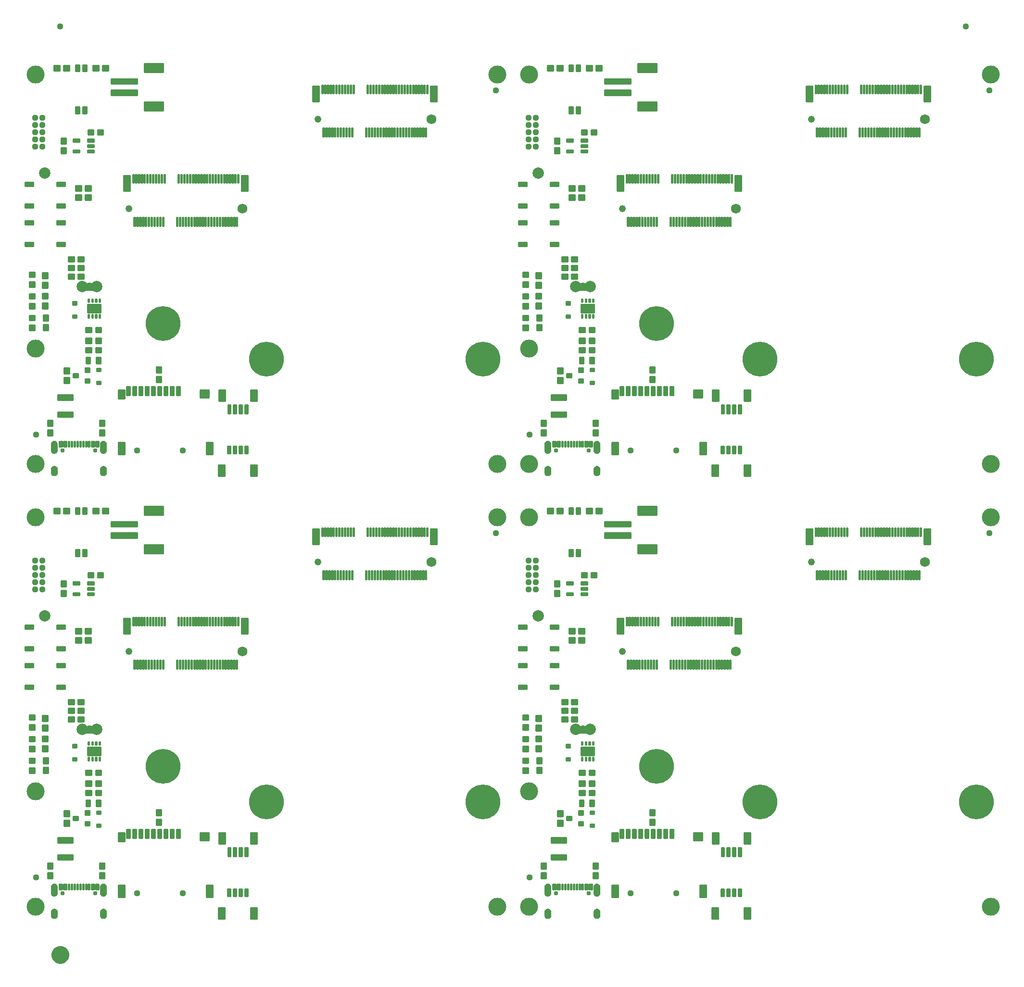
<source format=gts>
G04 EAGLE Gerber RS-274X export*
G75*
%MOMM*%
%FSLAX34Y34*%
%LPD*%
%INSoldermask Top*%
%IPPOS*%
%AMOC8*
5,1,8,0,0,1.08239X$1,22.5*%
G01*
%ADD10C,0.225369*%
%ADD11C,0.225588*%
%ADD12C,6.127000*%
%ADD13C,3.175000*%
%ADD14C,1.227000*%
%ADD15C,1.727000*%
%ADD16C,0.230578*%
%ADD17C,1.127000*%
%ADD18C,0.222250*%
%ADD19C,2.006600*%
%ADD20C,0.225400*%
%ADD21C,0.231559*%
%ADD22C,0.229050*%
%ADD23C,0.777000*%
%ADD24C,0.224509*%
%ADD25C,0.228600*%
%ADD26C,0.227100*%
%ADD27C,0.428259*%
%ADD28C,0.231750*%
%ADD29C,0.223409*%
%ADD30C,1.270000*%
%ADD31C,1.627000*%

G36*
X928364Y823171D02*
X928364Y823171D01*
X928370Y823177D01*
X928375Y823173D01*
X929605Y823538D01*
X929610Y823545D01*
X929615Y823543D01*
X930734Y824173D01*
X930737Y824180D01*
X930743Y824179D01*
X931693Y825042D01*
X931694Y825050D01*
X931700Y825050D01*
X932434Y826103D01*
X932434Y826111D01*
X932439Y826113D01*
X932921Y827303D01*
X932919Y827308D01*
X932923Y827311D01*
X932922Y827312D01*
X932924Y827313D01*
X933129Y828580D01*
X933126Y828585D01*
X933129Y828588D01*
X933129Y840588D01*
X933126Y840592D01*
X933129Y840595D01*
X932974Y841717D01*
X932969Y841722D01*
X932972Y841726D01*
X932601Y842797D01*
X932595Y842801D01*
X932597Y842806D01*
X932024Y843783D01*
X932018Y843786D01*
X932019Y843791D01*
X931266Y844638D01*
X931259Y844640D01*
X931259Y844645D01*
X930356Y845329D01*
X930349Y845329D01*
X930348Y845334D01*
X929329Y845829D01*
X929322Y845827D01*
X929320Y845832D01*
X928223Y846119D01*
X928217Y846116D01*
X928214Y846120D01*
X927083Y846187D01*
X927077Y846187D01*
X925946Y846120D01*
X925941Y846115D01*
X925937Y846119D01*
X924840Y845832D01*
X924836Y845826D01*
X924831Y845829D01*
X923812Y845334D01*
X923809Y845328D01*
X923804Y845329D01*
X922901Y844645D01*
X922899Y844638D01*
X922894Y844638D01*
X922141Y843791D01*
X922141Y843784D01*
X922136Y843783D01*
X921563Y842806D01*
X921564Y842803D01*
X921563Y842802D01*
X921564Y842801D01*
X921564Y842799D01*
X921559Y842797D01*
X921188Y841726D01*
X921190Y841721D01*
X921187Y841719D01*
X921187Y841718D01*
X921186Y841717D01*
X921031Y840595D01*
X921034Y840590D01*
X921031Y840588D01*
X921031Y828588D01*
X921034Y828583D01*
X921031Y828580D01*
X921236Y827313D01*
X921242Y827307D01*
X921239Y827303D01*
X921721Y826113D01*
X921728Y826109D01*
X921726Y826103D01*
X922460Y825050D01*
X922468Y825048D01*
X922467Y825042D01*
X923417Y824179D01*
X923426Y824178D01*
X923426Y824173D01*
X924545Y823543D01*
X924553Y823544D01*
X924555Y823538D01*
X925785Y823173D01*
X925793Y823176D01*
X925796Y823171D01*
X927077Y823089D01*
X927081Y823092D01*
X927083Y823089D01*
X928364Y823171D01*
G37*
G36*
X1014764Y823171D02*
X1014764Y823171D01*
X1014770Y823177D01*
X1014775Y823173D01*
X1016005Y823538D01*
X1016010Y823545D01*
X1016015Y823543D01*
X1017134Y824173D01*
X1017137Y824180D01*
X1017143Y824179D01*
X1018093Y825042D01*
X1018094Y825050D01*
X1018100Y825050D01*
X1018834Y826103D01*
X1018834Y826111D01*
X1018839Y826113D01*
X1019321Y827303D01*
X1019319Y827308D01*
X1019323Y827311D01*
X1019322Y827312D01*
X1019324Y827313D01*
X1019529Y828580D01*
X1019526Y828585D01*
X1019529Y828588D01*
X1019529Y840588D01*
X1019526Y840592D01*
X1019529Y840595D01*
X1019374Y841717D01*
X1019369Y841722D01*
X1019372Y841726D01*
X1019001Y842797D01*
X1018995Y842801D01*
X1018997Y842806D01*
X1018424Y843783D01*
X1018418Y843786D01*
X1018419Y843791D01*
X1017666Y844638D01*
X1017659Y844640D01*
X1017659Y844645D01*
X1016756Y845329D01*
X1016749Y845329D01*
X1016748Y845334D01*
X1015729Y845829D01*
X1015722Y845827D01*
X1015720Y845832D01*
X1014623Y846119D01*
X1014617Y846116D01*
X1014614Y846120D01*
X1013483Y846187D01*
X1013477Y846187D01*
X1012346Y846120D01*
X1012341Y846115D01*
X1012337Y846119D01*
X1011240Y845832D01*
X1011236Y845826D01*
X1011231Y845829D01*
X1010212Y845334D01*
X1010209Y845328D01*
X1010204Y845329D01*
X1009301Y844645D01*
X1009299Y844638D01*
X1009294Y844638D01*
X1008541Y843791D01*
X1008541Y843784D01*
X1008536Y843783D01*
X1007963Y842806D01*
X1007964Y842803D01*
X1007963Y842802D01*
X1007964Y842801D01*
X1007964Y842799D01*
X1007959Y842797D01*
X1007588Y841726D01*
X1007590Y841721D01*
X1007587Y841719D01*
X1007587Y841718D01*
X1007586Y841717D01*
X1007431Y840595D01*
X1007434Y840590D01*
X1007431Y840588D01*
X1007431Y828588D01*
X1007434Y828583D01*
X1007431Y828580D01*
X1007636Y827313D01*
X1007642Y827307D01*
X1007639Y827303D01*
X1008121Y826113D01*
X1008128Y826109D01*
X1008126Y826103D01*
X1008860Y825050D01*
X1008868Y825048D01*
X1008867Y825042D01*
X1009817Y824179D01*
X1009826Y824178D01*
X1009826Y824173D01*
X1010945Y823543D01*
X1010953Y823544D01*
X1010955Y823538D01*
X1012185Y823173D01*
X1012193Y823176D01*
X1012196Y823171D01*
X1013477Y823089D01*
X1013481Y823092D01*
X1013483Y823089D01*
X1014764Y823171D01*
G37*
G36*
X146084Y823171D02*
X146084Y823171D01*
X146090Y823177D01*
X146095Y823173D01*
X147325Y823538D01*
X147330Y823545D01*
X147335Y823543D01*
X148454Y824173D01*
X148457Y824180D01*
X148463Y824179D01*
X149413Y825042D01*
X149414Y825050D01*
X149420Y825050D01*
X150154Y826103D01*
X150154Y826111D01*
X150159Y826113D01*
X150641Y827303D01*
X150639Y827308D01*
X150643Y827311D01*
X150642Y827312D01*
X150644Y827313D01*
X150849Y828580D01*
X150846Y828585D01*
X150849Y828588D01*
X150849Y840588D01*
X150846Y840592D01*
X150849Y840595D01*
X150694Y841717D01*
X150689Y841722D01*
X150692Y841726D01*
X150321Y842797D01*
X150315Y842801D01*
X150317Y842806D01*
X149744Y843783D01*
X149738Y843786D01*
X149739Y843791D01*
X148986Y844638D01*
X148979Y844640D01*
X148979Y844645D01*
X148076Y845329D01*
X148069Y845329D01*
X148068Y845334D01*
X147049Y845829D01*
X147042Y845827D01*
X147040Y845832D01*
X145943Y846119D01*
X145937Y846116D01*
X145934Y846120D01*
X144803Y846187D01*
X144797Y846187D01*
X143666Y846120D01*
X143661Y846115D01*
X143657Y846119D01*
X142560Y845832D01*
X142556Y845826D01*
X142551Y845829D01*
X141532Y845334D01*
X141529Y845328D01*
X141524Y845329D01*
X140621Y844645D01*
X140619Y844638D01*
X140614Y844638D01*
X139861Y843791D01*
X139861Y843784D01*
X139856Y843783D01*
X139283Y842806D01*
X139284Y842803D01*
X139283Y842802D01*
X139284Y842801D01*
X139284Y842799D01*
X139279Y842797D01*
X138908Y841726D01*
X138910Y841721D01*
X138907Y841719D01*
X138907Y841718D01*
X138906Y841717D01*
X138751Y840595D01*
X138754Y840590D01*
X138751Y840588D01*
X138751Y828588D01*
X138754Y828583D01*
X138751Y828580D01*
X138956Y827313D01*
X138962Y827307D01*
X138959Y827303D01*
X139441Y826113D01*
X139448Y826109D01*
X139446Y826103D01*
X140180Y825050D01*
X140188Y825048D01*
X140187Y825042D01*
X141137Y824179D01*
X141146Y824178D01*
X141146Y824173D01*
X142265Y823543D01*
X142273Y823544D01*
X142275Y823538D01*
X143505Y823173D01*
X143513Y823176D01*
X143516Y823171D01*
X144797Y823089D01*
X144801Y823092D01*
X144803Y823089D01*
X146084Y823171D01*
G37*
G36*
X59684Y823171D02*
X59684Y823171D01*
X59690Y823177D01*
X59695Y823173D01*
X60925Y823538D01*
X60930Y823545D01*
X60935Y823543D01*
X62054Y824173D01*
X62057Y824180D01*
X62063Y824179D01*
X63013Y825042D01*
X63014Y825050D01*
X63020Y825050D01*
X63754Y826103D01*
X63754Y826111D01*
X63759Y826113D01*
X64241Y827303D01*
X64239Y827308D01*
X64243Y827311D01*
X64242Y827312D01*
X64244Y827313D01*
X64449Y828580D01*
X64446Y828585D01*
X64449Y828588D01*
X64449Y840588D01*
X64446Y840592D01*
X64449Y840595D01*
X64294Y841717D01*
X64289Y841722D01*
X64292Y841726D01*
X63921Y842797D01*
X63915Y842801D01*
X63917Y842806D01*
X63344Y843783D01*
X63338Y843786D01*
X63339Y843791D01*
X62586Y844638D01*
X62579Y844640D01*
X62579Y844645D01*
X61676Y845329D01*
X61669Y845329D01*
X61668Y845334D01*
X60649Y845829D01*
X60642Y845827D01*
X60640Y845832D01*
X59543Y846119D01*
X59537Y846116D01*
X59534Y846120D01*
X58403Y846187D01*
X58397Y846187D01*
X57266Y846120D01*
X57261Y846115D01*
X57257Y846119D01*
X56160Y845832D01*
X56156Y845826D01*
X56151Y845829D01*
X55132Y845334D01*
X55129Y845328D01*
X55124Y845329D01*
X54221Y844645D01*
X54219Y844638D01*
X54214Y844638D01*
X53461Y843791D01*
X53461Y843784D01*
X53456Y843783D01*
X52883Y842806D01*
X52884Y842803D01*
X52883Y842802D01*
X52884Y842801D01*
X52884Y842799D01*
X52879Y842797D01*
X52508Y841726D01*
X52510Y841721D01*
X52507Y841719D01*
X52507Y841718D01*
X52506Y841717D01*
X52351Y840595D01*
X52354Y840590D01*
X52351Y840588D01*
X52351Y828588D01*
X52354Y828583D01*
X52351Y828580D01*
X52556Y827313D01*
X52562Y827307D01*
X52559Y827303D01*
X53041Y826113D01*
X53048Y826109D01*
X53046Y826103D01*
X53780Y825050D01*
X53788Y825048D01*
X53787Y825042D01*
X54737Y824179D01*
X54746Y824178D01*
X54746Y824173D01*
X55865Y823543D01*
X55873Y823544D01*
X55875Y823538D01*
X57105Y823173D01*
X57113Y823176D01*
X57116Y823171D01*
X58397Y823089D01*
X58401Y823092D01*
X58403Y823089D01*
X59684Y823171D01*
G37*
G36*
X146084Y43391D02*
X146084Y43391D01*
X146090Y43397D01*
X146095Y43393D01*
X147325Y43758D01*
X147330Y43765D01*
X147335Y43763D01*
X148454Y44393D01*
X148457Y44400D01*
X148463Y44399D01*
X149413Y45262D01*
X149414Y45270D01*
X149420Y45270D01*
X150154Y46323D01*
X150154Y46331D01*
X150159Y46333D01*
X150641Y47523D01*
X150639Y47528D01*
X150643Y47531D01*
X150642Y47532D01*
X150644Y47533D01*
X150849Y48800D01*
X150846Y48805D01*
X150849Y48808D01*
X150849Y60808D01*
X150846Y60812D01*
X150849Y60815D01*
X150694Y61937D01*
X150689Y61942D01*
X150692Y61946D01*
X150321Y63017D01*
X150315Y63021D01*
X150317Y63026D01*
X149744Y64003D01*
X149738Y64006D01*
X149739Y64011D01*
X148986Y64858D01*
X148979Y64860D01*
X148979Y64865D01*
X148076Y65549D01*
X148069Y65549D01*
X148068Y65554D01*
X147049Y66049D01*
X147042Y66047D01*
X147040Y66052D01*
X145943Y66339D01*
X145937Y66336D01*
X145934Y66340D01*
X144803Y66407D01*
X144797Y66407D01*
X143666Y66340D01*
X143661Y66335D01*
X143657Y66339D01*
X142560Y66052D01*
X142556Y66046D01*
X142551Y66049D01*
X141532Y65554D01*
X141529Y65548D01*
X141524Y65549D01*
X140621Y64865D01*
X140619Y64858D01*
X140614Y64858D01*
X139861Y64011D01*
X139861Y64004D01*
X139856Y64003D01*
X139283Y63026D01*
X139284Y63023D01*
X139283Y63022D01*
X139284Y63021D01*
X139284Y63019D01*
X139279Y63017D01*
X138908Y61946D01*
X138910Y61941D01*
X138907Y61939D01*
X138907Y61938D01*
X138906Y61937D01*
X138751Y60815D01*
X138754Y60810D01*
X138751Y60808D01*
X138751Y48808D01*
X138754Y48803D01*
X138751Y48800D01*
X138956Y47533D01*
X138962Y47527D01*
X138959Y47523D01*
X139441Y46333D01*
X139448Y46329D01*
X139446Y46323D01*
X140180Y45270D01*
X140188Y45268D01*
X140187Y45262D01*
X141137Y44399D01*
X141146Y44398D01*
X141146Y44393D01*
X142265Y43763D01*
X142273Y43764D01*
X142275Y43758D01*
X143505Y43393D01*
X143513Y43396D01*
X143516Y43391D01*
X144797Y43309D01*
X144801Y43312D01*
X144803Y43309D01*
X146084Y43391D01*
G37*
G36*
X1014764Y43391D02*
X1014764Y43391D01*
X1014770Y43397D01*
X1014775Y43393D01*
X1016005Y43758D01*
X1016010Y43765D01*
X1016015Y43763D01*
X1017134Y44393D01*
X1017137Y44400D01*
X1017143Y44399D01*
X1018093Y45262D01*
X1018094Y45270D01*
X1018100Y45270D01*
X1018834Y46323D01*
X1018834Y46331D01*
X1018839Y46333D01*
X1019321Y47523D01*
X1019319Y47528D01*
X1019323Y47531D01*
X1019322Y47532D01*
X1019324Y47533D01*
X1019529Y48800D01*
X1019526Y48805D01*
X1019529Y48808D01*
X1019529Y60808D01*
X1019526Y60812D01*
X1019529Y60815D01*
X1019374Y61937D01*
X1019369Y61942D01*
X1019372Y61946D01*
X1019001Y63017D01*
X1018995Y63021D01*
X1018997Y63026D01*
X1018424Y64003D01*
X1018418Y64006D01*
X1018419Y64011D01*
X1017666Y64858D01*
X1017659Y64860D01*
X1017659Y64865D01*
X1016756Y65549D01*
X1016749Y65549D01*
X1016748Y65554D01*
X1015729Y66049D01*
X1015722Y66047D01*
X1015720Y66052D01*
X1014623Y66339D01*
X1014617Y66336D01*
X1014614Y66340D01*
X1013483Y66407D01*
X1013477Y66407D01*
X1012346Y66340D01*
X1012341Y66335D01*
X1012337Y66339D01*
X1011240Y66052D01*
X1011236Y66046D01*
X1011231Y66049D01*
X1010212Y65554D01*
X1010209Y65548D01*
X1010204Y65549D01*
X1009301Y64865D01*
X1009299Y64858D01*
X1009294Y64858D01*
X1008541Y64011D01*
X1008541Y64004D01*
X1008536Y64003D01*
X1007963Y63026D01*
X1007964Y63023D01*
X1007963Y63022D01*
X1007964Y63021D01*
X1007964Y63019D01*
X1007959Y63017D01*
X1007588Y61946D01*
X1007590Y61941D01*
X1007587Y61939D01*
X1007587Y61938D01*
X1007586Y61937D01*
X1007431Y60815D01*
X1007434Y60810D01*
X1007431Y60808D01*
X1007431Y48808D01*
X1007434Y48803D01*
X1007431Y48800D01*
X1007636Y47533D01*
X1007642Y47527D01*
X1007639Y47523D01*
X1008121Y46333D01*
X1008128Y46329D01*
X1008126Y46323D01*
X1008860Y45270D01*
X1008868Y45268D01*
X1008867Y45262D01*
X1009817Y44399D01*
X1009826Y44398D01*
X1009826Y44393D01*
X1010945Y43763D01*
X1010953Y43764D01*
X1010955Y43758D01*
X1012185Y43393D01*
X1012193Y43396D01*
X1012196Y43391D01*
X1013477Y43309D01*
X1013481Y43312D01*
X1013483Y43309D01*
X1014764Y43391D01*
G37*
G36*
X928364Y43391D02*
X928364Y43391D01*
X928370Y43397D01*
X928375Y43393D01*
X929605Y43758D01*
X929610Y43765D01*
X929615Y43763D01*
X930734Y44393D01*
X930737Y44400D01*
X930743Y44399D01*
X931693Y45262D01*
X931694Y45270D01*
X931700Y45270D01*
X932434Y46323D01*
X932434Y46331D01*
X932439Y46333D01*
X932921Y47523D01*
X932919Y47528D01*
X932923Y47531D01*
X932922Y47532D01*
X932924Y47533D01*
X933129Y48800D01*
X933126Y48805D01*
X933129Y48808D01*
X933129Y60808D01*
X933126Y60812D01*
X933129Y60815D01*
X932974Y61937D01*
X932969Y61942D01*
X932972Y61946D01*
X932601Y63017D01*
X932595Y63021D01*
X932597Y63026D01*
X932024Y64003D01*
X932018Y64006D01*
X932019Y64011D01*
X931266Y64858D01*
X931259Y64860D01*
X931259Y64865D01*
X930356Y65549D01*
X930349Y65549D01*
X930348Y65554D01*
X929329Y66049D01*
X929322Y66047D01*
X929320Y66052D01*
X928223Y66339D01*
X928217Y66336D01*
X928214Y66340D01*
X927083Y66407D01*
X927077Y66407D01*
X925946Y66340D01*
X925941Y66335D01*
X925937Y66339D01*
X924840Y66052D01*
X924836Y66046D01*
X924831Y66049D01*
X923812Y65554D01*
X923809Y65548D01*
X923804Y65549D01*
X922901Y64865D01*
X922899Y64858D01*
X922894Y64858D01*
X922141Y64011D01*
X922141Y64004D01*
X922136Y64003D01*
X921563Y63026D01*
X921564Y63023D01*
X921563Y63022D01*
X921564Y63021D01*
X921564Y63019D01*
X921559Y63017D01*
X921188Y61946D01*
X921190Y61941D01*
X921187Y61939D01*
X921187Y61938D01*
X921186Y61937D01*
X921031Y60815D01*
X921034Y60810D01*
X921031Y60808D01*
X921031Y48808D01*
X921034Y48803D01*
X921031Y48800D01*
X921236Y47533D01*
X921242Y47527D01*
X921239Y47523D01*
X921721Y46333D01*
X921728Y46329D01*
X921726Y46323D01*
X922460Y45270D01*
X922468Y45268D01*
X922467Y45262D01*
X923417Y44399D01*
X923426Y44398D01*
X923426Y44393D01*
X924545Y43763D01*
X924553Y43764D01*
X924555Y43758D01*
X925785Y43393D01*
X925793Y43396D01*
X925796Y43391D01*
X927077Y43309D01*
X927081Y43312D01*
X927083Y43309D01*
X928364Y43391D01*
G37*
G36*
X59684Y43391D02*
X59684Y43391D01*
X59690Y43397D01*
X59695Y43393D01*
X60925Y43758D01*
X60930Y43765D01*
X60935Y43763D01*
X62054Y44393D01*
X62057Y44400D01*
X62063Y44399D01*
X63013Y45262D01*
X63014Y45270D01*
X63020Y45270D01*
X63754Y46323D01*
X63754Y46331D01*
X63759Y46333D01*
X64241Y47523D01*
X64239Y47528D01*
X64243Y47531D01*
X64242Y47532D01*
X64244Y47533D01*
X64449Y48800D01*
X64446Y48805D01*
X64449Y48808D01*
X64449Y60808D01*
X64446Y60812D01*
X64449Y60815D01*
X64294Y61937D01*
X64289Y61942D01*
X64292Y61946D01*
X63921Y63017D01*
X63915Y63021D01*
X63917Y63026D01*
X63344Y64003D01*
X63338Y64006D01*
X63339Y64011D01*
X62586Y64858D01*
X62579Y64860D01*
X62579Y64865D01*
X61676Y65549D01*
X61669Y65549D01*
X61668Y65554D01*
X60649Y66049D01*
X60642Y66047D01*
X60640Y66052D01*
X59543Y66339D01*
X59537Y66336D01*
X59534Y66340D01*
X58403Y66407D01*
X58397Y66407D01*
X57266Y66340D01*
X57261Y66335D01*
X57257Y66339D01*
X56160Y66052D01*
X56156Y66046D01*
X56151Y66049D01*
X55132Y65554D01*
X55129Y65548D01*
X55124Y65549D01*
X54221Y64865D01*
X54219Y64858D01*
X54214Y64858D01*
X53461Y64011D01*
X53461Y64004D01*
X53456Y64003D01*
X52883Y63026D01*
X52884Y63023D01*
X52883Y63022D01*
X52884Y63021D01*
X52884Y63019D01*
X52879Y63017D01*
X52508Y61946D01*
X52510Y61941D01*
X52507Y61939D01*
X52507Y61938D01*
X52506Y61937D01*
X52351Y60815D01*
X52354Y60810D01*
X52351Y60808D01*
X52351Y48808D01*
X52354Y48803D01*
X52351Y48800D01*
X52556Y47533D01*
X52562Y47527D01*
X52559Y47523D01*
X53041Y46333D01*
X53048Y46329D01*
X53046Y46323D01*
X53780Y45270D01*
X53788Y45268D01*
X53787Y45262D01*
X54737Y44399D01*
X54746Y44398D01*
X54746Y44393D01*
X55865Y43763D01*
X55873Y43764D01*
X55875Y43758D01*
X57105Y43393D01*
X57113Y43396D01*
X57116Y43391D01*
X58397Y43309D01*
X58401Y43312D01*
X58403Y43309D01*
X59684Y43391D01*
G37*
G36*
X59571Y783899D02*
X59571Y783899D01*
X59576Y783904D01*
X59580Y783901D01*
X60703Y784236D01*
X60707Y784242D01*
X60711Y784240D01*
X61747Y784788D01*
X61750Y784794D01*
X61755Y784793D01*
X62663Y785532D01*
X62665Y785539D01*
X62670Y785539D01*
X63417Y786441D01*
X63417Y786449D01*
X63423Y786449D01*
X63979Y787480D01*
X63978Y787487D01*
X63983Y787489D01*
X64327Y788608D01*
X64325Y788615D01*
X64329Y788618D01*
X64449Y789783D01*
X64447Y789786D01*
X64449Y789788D01*
X64449Y795788D01*
X64447Y795791D01*
X64449Y795793D01*
X64338Y796969D01*
X64333Y796974D01*
X64336Y796978D01*
X63998Y798110D01*
X63992Y798114D01*
X63994Y798119D01*
X63442Y799163D01*
X63435Y799166D01*
X63437Y799171D01*
X62691Y800087D01*
X62684Y800088D01*
X62684Y800094D01*
X61775Y800847D01*
X61767Y800847D01*
X61767Y800852D01*
X60727Y801413D01*
X60720Y801412D01*
X60718Y801417D01*
X59589Y801764D01*
X59583Y801762D01*
X59580Y801766D01*
X58405Y801887D01*
X58398Y801883D01*
X58394Y801887D01*
X57054Y801730D01*
X57048Y801725D01*
X57043Y801728D01*
X55772Y801277D01*
X55767Y801270D01*
X55762Y801272D01*
X54623Y800550D01*
X54620Y800542D01*
X54614Y800543D01*
X53664Y799585D01*
X53663Y799577D01*
X53657Y799576D01*
X52944Y798431D01*
X52945Y798423D01*
X52939Y798421D01*
X52499Y797145D01*
X52501Y797138D01*
X52497Y797135D01*
X52351Y795793D01*
X52353Y795790D01*
X52351Y795788D01*
X52351Y789788D01*
X52353Y789785D01*
X52351Y789782D01*
X52506Y788453D01*
X52512Y788447D01*
X52509Y788443D01*
X52956Y787182D01*
X52963Y787177D01*
X52961Y787172D01*
X53678Y786042D01*
X53685Y786039D01*
X53684Y786033D01*
X54635Y785091D01*
X54643Y785090D01*
X54643Y785084D01*
X55779Y784377D01*
X55787Y784378D01*
X55789Y784372D01*
X57054Y783936D01*
X57059Y783937D01*
X57060Y783937D01*
X57063Y783937D01*
X57065Y783933D01*
X58395Y783789D01*
X58401Y783793D01*
X58405Y783789D01*
X59571Y783899D01*
G37*
G36*
X928251Y783899D02*
X928251Y783899D01*
X928256Y783904D01*
X928260Y783901D01*
X929383Y784236D01*
X929387Y784242D01*
X929391Y784240D01*
X930427Y784788D01*
X930430Y784794D01*
X930435Y784793D01*
X931343Y785532D01*
X931345Y785539D01*
X931350Y785539D01*
X932097Y786441D01*
X932097Y786449D01*
X932103Y786449D01*
X932659Y787480D01*
X932658Y787487D01*
X932663Y787489D01*
X933007Y788608D01*
X933005Y788615D01*
X933009Y788618D01*
X933129Y789783D01*
X933127Y789786D01*
X933129Y789788D01*
X933129Y795788D01*
X933127Y795791D01*
X933129Y795793D01*
X933018Y796969D01*
X933013Y796974D01*
X933016Y796978D01*
X932678Y798110D01*
X932672Y798114D01*
X932674Y798119D01*
X932122Y799163D01*
X932115Y799166D01*
X932117Y799171D01*
X931371Y800087D01*
X931364Y800088D01*
X931364Y800094D01*
X930455Y800847D01*
X930447Y800847D01*
X930447Y800852D01*
X929407Y801413D01*
X929400Y801412D01*
X929398Y801417D01*
X928269Y801764D01*
X928263Y801762D01*
X928260Y801766D01*
X927085Y801887D01*
X927078Y801883D01*
X927074Y801887D01*
X925734Y801730D01*
X925728Y801725D01*
X925723Y801728D01*
X924452Y801277D01*
X924447Y801270D01*
X924442Y801272D01*
X923303Y800550D01*
X923300Y800542D01*
X923294Y800543D01*
X922344Y799585D01*
X922343Y799577D01*
X922337Y799576D01*
X921624Y798431D01*
X921625Y798423D01*
X921619Y798421D01*
X921179Y797145D01*
X921181Y797138D01*
X921177Y797135D01*
X921031Y795793D01*
X921033Y795790D01*
X921031Y795788D01*
X921031Y789788D01*
X921033Y789785D01*
X921031Y789782D01*
X921186Y788453D01*
X921192Y788447D01*
X921189Y788443D01*
X921636Y787182D01*
X921643Y787177D01*
X921641Y787172D01*
X922358Y786042D01*
X922365Y786039D01*
X922364Y786033D01*
X923315Y785091D01*
X923323Y785090D01*
X923323Y785084D01*
X924459Y784377D01*
X924467Y784378D01*
X924469Y784372D01*
X925734Y783936D01*
X925739Y783937D01*
X925740Y783937D01*
X925743Y783937D01*
X925745Y783933D01*
X927075Y783789D01*
X927081Y783793D01*
X927085Y783789D01*
X928251Y783899D01*
G37*
G36*
X145971Y783899D02*
X145971Y783899D01*
X145976Y783904D01*
X145980Y783901D01*
X147103Y784236D01*
X147107Y784242D01*
X147111Y784240D01*
X148147Y784788D01*
X148150Y784794D01*
X148155Y784793D01*
X149063Y785532D01*
X149065Y785539D01*
X149070Y785539D01*
X149817Y786441D01*
X149817Y786449D01*
X149823Y786449D01*
X150379Y787480D01*
X150378Y787487D01*
X150383Y787489D01*
X150727Y788608D01*
X150725Y788615D01*
X150729Y788618D01*
X150849Y789783D01*
X150847Y789786D01*
X150849Y789788D01*
X150849Y795788D01*
X150847Y795791D01*
X150849Y795793D01*
X150738Y796969D01*
X150733Y796974D01*
X150736Y796978D01*
X150398Y798110D01*
X150392Y798114D01*
X150394Y798119D01*
X149842Y799163D01*
X149835Y799166D01*
X149837Y799171D01*
X149091Y800087D01*
X149084Y800088D01*
X149084Y800094D01*
X148175Y800847D01*
X148167Y800847D01*
X148167Y800852D01*
X147127Y801413D01*
X147120Y801412D01*
X147118Y801417D01*
X145989Y801764D01*
X145983Y801762D01*
X145980Y801766D01*
X144805Y801887D01*
X144798Y801883D01*
X144794Y801887D01*
X143454Y801730D01*
X143448Y801725D01*
X143443Y801728D01*
X142172Y801277D01*
X142167Y801270D01*
X142162Y801272D01*
X141023Y800550D01*
X141020Y800542D01*
X141014Y800543D01*
X140064Y799585D01*
X140063Y799577D01*
X140057Y799576D01*
X139344Y798431D01*
X139345Y798423D01*
X139339Y798421D01*
X138899Y797145D01*
X138901Y797138D01*
X138897Y797135D01*
X138751Y795793D01*
X138753Y795790D01*
X138751Y795788D01*
X138751Y789788D01*
X138753Y789785D01*
X138751Y789782D01*
X138906Y788453D01*
X138912Y788447D01*
X138909Y788443D01*
X139356Y787182D01*
X139363Y787177D01*
X139361Y787172D01*
X140078Y786042D01*
X140085Y786039D01*
X140084Y786033D01*
X141035Y785091D01*
X141043Y785090D01*
X141043Y785084D01*
X142179Y784377D01*
X142187Y784378D01*
X142189Y784372D01*
X143454Y783936D01*
X143459Y783937D01*
X143460Y783937D01*
X143463Y783937D01*
X143465Y783933D01*
X144795Y783789D01*
X144801Y783793D01*
X144805Y783789D01*
X145971Y783899D01*
G37*
G36*
X1014651Y783899D02*
X1014651Y783899D01*
X1014656Y783904D01*
X1014660Y783901D01*
X1015783Y784236D01*
X1015787Y784242D01*
X1015791Y784240D01*
X1016827Y784788D01*
X1016830Y784794D01*
X1016835Y784793D01*
X1017743Y785532D01*
X1017745Y785539D01*
X1017750Y785539D01*
X1018497Y786441D01*
X1018497Y786449D01*
X1018503Y786449D01*
X1019059Y787480D01*
X1019058Y787487D01*
X1019063Y787489D01*
X1019407Y788608D01*
X1019405Y788615D01*
X1019409Y788618D01*
X1019529Y789783D01*
X1019527Y789786D01*
X1019529Y789788D01*
X1019529Y795788D01*
X1019527Y795791D01*
X1019529Y795793D01*
X1019418Y796969D01*
X1019413Y796974D01*
X1019416Y796978D01*
X1019078Y798110D01*
X1019072Y798114D01*
X1019074Y798119D01*
X1018522Y799163D01*
X1018515Y799166D01*
X1018517Y799171D01*
X1017771Y800087D01*
X1017764Y800088D01*
X1017764Y800094D01*
X1016855Y800847D01*
X1016847Y800847D01*
X1016847Y800852D01*
X1015807Y801413D01*
X1015800Y801412D01*
X1015798Y801417D01*
X1014669Y801764D01*
X1014663Y801762D01*
X1014660Y801766D01*
X1013485Y801887D01*
X1013478Y801883D01*
X1013474Y801887D01*
X1012134Y801730D01*
X1012128Y801725D01*
X1012123Y801728D01*
X1010852Y801277D01*
X1010847Y801270D01*
X1010842Y801272D01*
X1009703Y800550D01*
X1009700Y800542D01*
X1009694Y800543D01*
X1008744Y799585D01*
X1008743Y799577D01*
X1008737Y799576D01*
X1008024Y798431D01*
X1008025Y798423D01*
X1008019Y798421D01*
X1007579Y797145D01*
X1007581Y797138D01*
X1007577Y797135D01*
X1007431Y795793D01*
X1007433Y795790D01*
X1007431Y795788D01*
X1007431Y789788D01*
X1007433Y789785D01*
X1007431Y789782D01*
X1007586Y788453D01*
X1007592Y788447D01*
X1007589Y788443D01*
X1008036Y787182D01*
X1008043Y787177D01*
X1008041Y787172D01*
X1008758Y786042D01*
X1008765Y786039D01*
X1008764Y786033D01*
X1009715Y785091D01*
X1009723Y785090D01*
X1009723Y785084D01*
X1010859Y784377D01*
X1010867Y784378D01*
X1010869Y784372D01*
X1012134Y783936D01*
X1012139Y783937D01*
X1012140Y783937D01*
X1012143Y783937D01*
X1012145Y783933D01*
X1013475Y783789D01*
X1013481Y783793D01*
X1013485Y783789D01*
X1014651Y783899D01*
G37*
G36*
X145971Y4119D02*
X145971Y4119D01*
X145976Y4124D01*
X145980Y4121D01*
X147103Y4456D01*
X147107Y4462D01*
X147111Y4460D01*
X148147Y5008D01*
X148150Y5014D01*
X148155Y5013D01*
X149063Y5752D01*
X149065Y5759D01*
X149070Y5759D01*
X149817Y6661D01*
X149817Y6669D01*
X149823Y6669D01*
X150379Y7700D01*
X150378Y7707D01*
X150383Y7709D01*
X150727Y8828D01*
X150725Y8835D01*
X150729Y8838D01*
X150849Y10003D01*
X150847Y10006D01*
X150849Y10008D01*
X150849Y16008D01*
X150847Y16011D01*
X150849Y16013D01*
X150738Y17189D01*
X150733Y17194D01*
X150736Y17198D01*
X150398Y18330D01*
X150392Y18334D01*
X150394Y18339D01*
X149842Y19383D01*
X149835Y19386D01*
X149837Y19391D01*
X149091Y20307D01*
X149084Y20308D01*
X149084Y20314D01*
X148175Y21067D01*
X148167Y21067D01*
X148167Y21072D01*
X147127Y21633D01*
X147120Y21632D01*
X147118Y21637D01*
X145989Y21984D01*
X145983Y21982D01*
X145980Y21986D01*
X144805Y22107D01*
X144798Y22103D01*
X144794Y22107D01*
X143454Y21950D01*
X143448Y21945D01*
X143443Y21948D01*
X142172Y21497D01*
X142167Y21490D01*
X142162Y21492D01*
X141023Y20770D01*
X141020Y20762D01*
X141014Y20763D01*
X140064Y19805D01*
X140063Y19797D01*
X140057Y19796D01*
X139344Y18651D01*
X139345Y18643D01*
X139339Y18641D01*
X138899Y17365D01*
X138901Y17358D01*
X138897Y17355D01*
X138751Y16013D01*
X138753Y16010D01*
X138751Y16008D01*
X138751Y10008D01*
X138753Y10005D01*
X138751Y10002D01*
X138906Y8673D01*
X138912Y8667D01*
X138909Y8663D01*
X139356Y7402D01*
X139363Y7397D01*
X139361Y7392D01*
X140078Y6262D01*
X140085Y6259D01*
X140084Y6253D01*
X141035Y5311D01*
X141043Y5310D01*
X141043Y5304D01*
X142179Y4597D01*
X142187Y4598D01*
X142189Y4592D01*
X143454Y4156D01*
X143459Y4157D01*
X143460Y4157D01*
X143463Y4157D01*
X143465Y4153D01*
X144795Y4009D01*
X144801Y4013D01*
X144805Y4009D01*
X145971Y4119D01*
G37*
G36*
X928251Y4119D02*
X928251Y4119D01*
X928256Y4124D01*
X928260Y4121D01*
X929383Y4456D01*
X929387Y4462D01*
X929391Y4460D01*
X930427Y5008D01*
X930430Y5014D01*
X930435Y5013D01*
X931343Y5752D01*
X931345Y5759D01*
X931350Y5759D01*
X932097Y6661D01*
X932097Y6669D01*
X932103Y6669D01*
X932659Y7700D01*
X932658Y7707D01*
X932663Y7709D01*
X933007Y8828D01*
X933005Y8835D01*
X933009Y8838D01*
X933129Y10003D01*
X933127Y10006D01*
X933129Y10008D01*
X933129Y16008D01*
X933127Y16011D01*
X933129Y16013D01*
X933018Y17189D01*
X933013Y17194D01*
X933016Y17198D01*
X932678Y18330D01*
X932672Y18334D01*
X932674Y18339D01*
X932122Y19383D01*
X932115Y19386D01*
X932117Y19391D01*
X931371Y20307D01*
X931364Y20308D01*
X931364Y20314D01*
X930455Y21067D01*
X930447Y21067D01*
X930447Y21072D01*
X929407Y21633D01*
X929400Y21632D01*
X929398Y21637D01*
X928269Y21984D01*
X928263Y21982D01*
X928260Y21986D01*
X927085Y22107D01*
X927078Y22103D01*
X927074Y22107D01*
X925734Y21950D01*
X925728Y21945D01*
X925723Y21948D01*
X924452Y21497D01*
X924447Y21490D01*
X924442Y21492D01*
X923303Y20770D01*
X923300Y20762D01*
X923294Y20763D01*
X922344Y19805D01*
X922343Y19797D01*
X922337Y19796D01*
X921624Y18651D01*
X921625Y18643D01*
X921619Y18641D01*
X921179Y17365D01*
X921181Y17358D01*
X921177Y17355D01*
X921031Y16013D01*
X921033Y16010D01*
X921031Y16008D01*
X921031Y10008D01*
X921033Y10005D01*
X921031Y10002D01*
X921186Y8673D01*
X921192Y8667D01*
X921189Y8663D01*
X921636Y7402D01*
X921643Y7397D01*
X921641Y7392D01*
X922358Y6262D01*
X922365Y6259D01*
X922364Y6253D01*
X923315Y5311D01*
X923323Y5310D01*
X923323Y5304D01*
X924459Y4597D01*
X924467Y4598D01*
X924469Y4592D01*
X925734Y4156D01*
X925739Y4157D01*
X925740Y4157D01*
X925743Y4157D01*
X925745Y4153D01*
X927075Y4009D01*
X927081Y4013D01*
X927085Y4009D01*
X928251Y4119D01*
G37*
G36*
X1014651Y4119D02*
X1014651Y4119D01*
X1014656Y4124D01*
X1014660Y4121D01*
X1015783Y4456D01*
X1015787Y4462D01*
X1015791Y4460D01*
X1016827Y5008D01*
X1016830Y5014D01*
X1016835Y5013D01*
X1017743Y5752D01*
X1017745Y5759D01*
X1017750Y5759D01*
X1018497Y6661D01*
X1018497Y6669D01*
X1018503Y6669D01*
X1019059Y7700D01*
X1019058Y7707D01*
X1019063Y7709D01*
X1019407Y8828D01*
X1019405Y8835D01*
X1019409Y8838D01*
X1019529Y10003D01*
X1019527Y10006D01*
X1019529Y10008D01*
X1019529Y16008D01*
X1019527Y16011D01*
X1019529Y16013D01*
X1019418Y17189D01*
X1019413Y17194D01*
X1019416Y17198D01*
X1019078Y18330D01*
X1019072Y18334D01*
X1019074Y18339D01*
X1018522Y19383D01*
X1018515Y19386D01*
X1018517Y19391D01*
X1017771Y20307D01*
X1017764Y20308D01*
X1017764Y20314D01*
X1016855Y21067D01*
X1016847Y21067D01*
X1016847Y21072D01*
X1015807Y21633D01*
X1015800Y21632D01*
X1015798Y21637D01*
X1014669Y21984D01*
X1014663Y21982D01*
X1014660Y21986D01*
X1013485Y22107D01*
X1013478Y22103D01*
X1013474Y22107D01*
X1012134Y21950D01*
X1012128Y21945D01*
X1012123Y21948D01*
X1010852Y21497D01*
X1010847Y21490D01*
X1010842Y21492D01*
X1009703Y20770D01*
X1009700Y20762D01*
X1009694Y20763D01*
X1008744Y19805D01*
X1008743Y19797D01*
X1008737Y19796D01*
X1008024Y18651D01*
X1008025Y18643D01*
X1008019Y18641D01*
X1007579Y17365D01*
X1007581Y17358D01*
X1007577Y17355D01*
X1007431Y16013D01*
X1007433Y16010D01*
X1007431Y16008D01*
X1007431Y10008D01*
X1007433Y10005D01*
X1007431Y10002D01*
X1007586Y8673D01*
X1007592Y8667D01*
X1007589Y8663D01*
X1008036Y7402D01*
X1008043Y7397D01*
X1008041Y7392D01*
X1008758Y6262D01*
X1008765Y6259D01*
X1008764Y6253D01*
X1009715Y5311D01*
X1009723Y5310D01*
X1009723Y5304D01*
X1010859Y4597D01*
X1010867Y4598D01*
X1010869Y4592D01*
X1012134Y4156D01*
X1012139Y4157D01*
X1012140Y4157D01*
X1012143Y4157D01*
X1012145Y4153D01*
X1013475Y4009D01*
X1013481Y4013D01*
X1013485Y4009D01*
X1014651Y4119D01*
G37*
G36*
X59571Y4119D02*
X59571Y4119D01*
X59576Y4124D01*
X59580Y4121D01*
X60703Y4456D01*
X60707Y4462D01*
X60711Y4460D01*
X61747Y5008D01*
X61750Y5014D01*
X61755Y5013D01*
X62663Y5752D01*
X62665Y5759D01*
X62670Y5759D01*
X63417Y6661D01*
X63417Y6669D01*
X63423Y6669D01*
X63979Y7700D01*
X63978Y7707D01*
X63983Y7709D01*
X64327Y8828D01*
X64325Y8835D01*
X64329Y8838D01*
X64449Y10003D01*
X64447Y10006D01*
X64449Y10008D01*
X64449Y16008D01*
X64447Y16011D01*
X64449Y16013D01*
X64338Y17189D01*
X64333Y17194D01*
X64336Y17198D01*
X63998Y18330D01*
X63992Y18334D01*
X63994Y18339D01*
X63442Y19383D01*
X63435Y19386D01*
X63437Y19391D01*
X62691Y20307D01*
X62684Y20308D01*
X62684Y20314D01*
X61775Y21067D01*
X61767Y21067D01*
X61767Y21072D01*
X60727Y21633D01*
X60720Y21632D01*
X60718Y21637D01*
X59589Y21984D01*
X59583Y21982D01*
X59580Y21986D01*
X58405Y22107D01*
X58398Y22103D01*
X58394Y22107D01*
X57054Y21950D01*
X57048Y21945D01*
X57043Y21948D01*
X55772Y21497D01*
X55767Y21490D01*
X55762Y21492D01*
X54623Y20770D01*
X54620Y20762D01*
X54614Y20763D01*
X53664Y19805D01*
X53663Y19797D01*
X53657Y19796D01*
X52944Y18651D01*
X52945Y18643D01*
X52939Y18641D01*
X52499Y17365D01*
X52501Y17358D01*
X52497Y17355D01*
X52351Y16013D01*
X52353Y16010D01*
X52351Y16008D01*
X52351Y10008D01*
X52353Y10005D01*
X52351Y10002D01*
X52506Y8673D01*
X52512Y8667D01*
X52509Y8663D01*
X52956Y7402D01*
X52963Y7397D01*
X52961Y7392D01*
X53678Y6262D01*
X53685Y6259D01*
X53684Y6253D01*
X54635Y5311D01*
X54643Y5310D01*
X54643Y5304D01*
X55779Y4597D01*
X55787Y4598D01*
X55789Y4592D01*
X57054Y4156D01*
X57059Y4157D01*
X57060Y4157D01*
X57063Y4157D01*
X57065Y4153D01*
X58395Y4009D01*
X58401Y4013D01*
X58405Y4009D01*
X59571Y4119D01*
G37*
G36*
X990792Y1110119D02*
X990792Y1110119D01*
X990858Y1110121D01*
X990901Y1110139D01*
X990948Y1110147D01*
X991005Y1110181D01*
X991065Y1110206D01*
X991100Y1110237D01*
X991141Y1110262D01*
X991183Y1110313D01*
X991231Y1110357D01*
X991253Y1110399D01*
X991282Y1110436D01*
X991303Y1110498D01*
X991334Y1110557D01*
X991342Y1110611D01*
X991354Y1110648D01*
X991353Y1110688D01*
X991361Y1110742D01*
X991361Y1123950D01*
X991350Y1124015D01*
X991348Y1124081D01*
X991330Y1124124D01*
X991322Y1124171D01*
X991288Y1124228D01*
X991263Y1124288D01*
X991232Y1124323D01*
X991207Y1124364D01*
X991156Y1124406D01*
X991112Y1124454D01*
X991070Y1124476D01*
X991033Y1124505D01*
X990971Y1124526D01*
X990912Y1124557D01*
X990858Y1124565D01*
X990821Y1124577D01*
X990781Y1124576D01*
X990727Y1124584D01*
X986917Y1124584D01*
X986852Y1124573D01*
X986786Y1124571D01*
X986743Y1124553D01*
X986696Y1124545D01*
X986639Y1124511D01*
X986579Y1124486D01*
X986544Y1124455D01*
X986503Y1124430D01*
X986462Y1124379D01*
X986413Y1124335D01*
X986391Y1124293D01*
X986362Y1124256D01*
X986341Y1124194D01*
X986310Y1124135D01*
X986302Y1124081D01*
X986290Y1124044D01*
X986291Y1124004D01*
X986283Y1123950D01*
X986283Y1110742D01*
X986294Y1110677D01*
X986296Y1110611D01*
X986314Y1110568D01*
X986322Y1110521D01*
X986356Y1110464D01*
X986381Y1110404D01*
X986412Y1110369D01*
X986437Y1110328D01*
X986488Y1110287D01*
X986532Y1110238D01*
X986574Y1110216D01*
X986611Y1110187D01*
X986673Y1110166D01*
X986732Y1110135D01*
X986786Y1110127D01*
X986823Y1110115D01*
X986863Y1110116D01*
X986917Y1110108D01*
X990727Y1110108D01*
X990792Y1110119D01*
G37*
G36*
X122112Y1110119D02*
X122112Y1110119D01*
X122178Y1110121D01*
X122221Y1110139D01*
X122268Y1110147D01*
X122325Y1110181D01*
X122385Y1110206D01*
X122420Y1110237D01*
X122461Y1110262D01*
X122503Y1110313D01*
X122551Y1110357D01*
X122573Y1110399D01*
X122602Y1110436D01*
X122623Y1110498D01*
X122654Y1110557D01*
X122662Y1110611D01*
X122674Y1110648D01*
X122673Y1110688D01*
X122681Y1110742D01*
X122681Y1123950D01*
X122670Y1124015D01*
X122668Y1124081D01*
X122650Y1124124D01*
X122642Y1124171D01*
X122608Y1124228D01*
X122583Y1124288D01*
X122552Y1124323D01*
X122527Y1124364D01*
X122476Y1124406D01*
X122432Y1124454D01*
X122390Y1124476D01*
X122353Y1124505D01*
X122291Y1124526D01*
X122232Y1124557D01*
X122178Y1124565D01*
X122141Y1124577D01*
X122101Y1124576D01*
X122047Y1124584D01*
X118237Y1124584D01*
X118172Y1124573D01*
X118106Y1124571D01*
X118063Y1124553D01*
X118016Y1124545D01*
X117959Y1124511D01*
X117899Y1124486D01*
X117864Y1124455D01*
X117823Y1124430D01*
X117782Y1124379D01*
X117733Y1124335D01*
X117711Y1124293D01*
X117682Y1124256D01*
X117661Y1124194D01*
X117630Y1124135D01*
X117622Y1124081D01*
X117610Y1124044D01*
X117611Y1124004D01*
X117603Y1123950D01*
X117603Y1110742D01*
X117614Y1110677D01*
X117616Y1110611D01*
X117634Y1110568D01*
X117642Y1110521D01*
X117676Y1110464D01*
X117701Y1110404D01*
X117732Y1110369D01*
X117757Y1110328D01*
X117808Y1110287D01*
X117852Y1110238D01*
X117894Y1110216D01*
X117931Y1110187D01*
X117993Y1110166D01*
X118052Y1110135D01*
X118106Y1110127D01*
X118143Y1110115D01*
X118183Y1110116D01*
X118237Y1110108D01*
X122047Y1110108D01*
X122112Y1110119D01*
G37*
G36*
X122112Y330339D02*
X122112Y330339D01*
X122178Y330341D01*
X122221Y330359D01*
X122268Y330367D01*
X122325Y330401D01*
X122385Y330426D01*
X122420Y330457D01*
X122461Y330482D01*
X122503Y330533D01*
X122551Y330577D01*
X122573Y330619D01*
X122602Y330656D01*
X122623Y330718D01*
X122654Y330777D01*
X122662Y330831D01*
X122674Y330868D01*
X122673Y330908D01*
X122681Y330962D01*
X122681Y344170D01*
X122670Y344235D01*
X122668Y344301D01*
X122650Y344344D01*
X122642Y344391D01*
X122608Y344448D01*
X122583Y344508D01*
X122552Y344543D01*
X122527Y344584D01*
X122476Y344626D01*
X122432Y344674D01*
X122390Y344696D01*
X122353Y344725D01*
X122291Y344746D01*
X122232Y344777D01*
X122178Y344785D01*
X122141Y344797D01*
X122101Y344796D01*
X122047Y344804D01*
X118237Y344804D01*
X118172Y344793D01*
X118106Y344791D01*
X118063Y344773D01*
X118016Y344765D01*
X117959Y344731D01*
X117899Y344706D01*
X117864Y344675D01*
X117823Y344650D01*
X117782Y344599D01*
X117733Y344555D01*
X117711Y344513D01*
X117682Y344476D01*
X117661Y344414D01*
X117630Y344355D01*
X117622Y344301D01*
X117610Y344264D01*
X117611Y344224D01*
X117603Y344170D01*
X117603Y330962D01*
X117614Y330897D01*
X117616Y330831D01*
X117634Y330788D01*
X117642Y330741D01*
X117676Y330684D01*
X117701Y330624D01*
X117732Y330589D01*
X117757Y330548D01*
X117808Y330507D01*
X117852Y330458D01*
X117894Y330436D01*
X117931Y330407D01*
X117993Y330386D01*
X118052Y330355D01*
X118106Y330347D01*
X118143Y330335D01*
X118183Y330336D01*
X118237Y330328D01*
X122047Y330328D01*
X122112Y330339D01*
G37*
G36*
X990792Y330339D02*
X990792Y330339D01*
X990858Y330341D01*
X990901Y330359D01*
X990948Y330367D01*
X991005Y330401D01*
X991065Y330426D01*
X991100Y330457D01*
X991141Y330482D01*
X991183Y330533D01*
X991231Y330577D01*
X991253Y330619D01*
X991282Y330656D01*
X991303Y330718D01*
X991334Y330777D01*
X991342Y330831D01*
X991354Y330868D01*
X991353Y330908D01*
X991361Y330962D01*
X991361Y344170D01*
X991350Y344235D01*
X991348Y344301D01*
X991330Y344344D01*
X991322Y344391D01*
X991288Y344448D01*
X991263Y344508D01*
X991232Y344543D01*
X991207Y344584D01*
X991156Y344626D01*
X991112Y344674D01*
X991070Y344696D01*
X991033Y344725D01*
X990971Y344746D01*
X990912Y344777D01*
X990858Y344785D01*
X990821Y344797D01*
X990781Y344796D01*
X990727Y344804D01*
X986917Y344804D01*
X986852Y344793D01*
X986786Y344791D01*
X986743Y344773D01*
X986696Y344765D01*
X986639Y344731D01*
X986579Y344706D01*
X986544Y344675D01*
X986503Y344650D01*
X986462Y344599D01*
X986413Y344555D01*
X986391Y344513D01*
X986362Y344476D01*
X986341Y344414D01*
X986310Y344355D01*
X986302Y344301D01*
X986290Y344264D01*
X986291Y344224D01*
X986283Y344170D01*
X986283Y330962D01*
X986294Y330897D01*
X986296Y330831D01*
X986314Y330788D01*
X986322Y330741D01*
X986356Y330684D01*
X986381Y330624D01*
X986412Y330589D01*
X986437Y330548D01*
X986488Y330507D01*
X986532Y330458D01*
X986574Y330436D01*
X986611Y330407D01*
X986673Y330386D01*
X986732Y330355D01*
X986786Y330347D01*
X986823Y330335D01*
X986863Y330336D01*
X986917Y330328D01*
X990727Y330328D01*
X990792Y330339D01*
G37*
D10*
X368728Y114792D02*
X363712Y114792D01*
X363712Y129308D01*
X368728Y129308D01*
X368728Y114792D01*
X368728Y116933D02*
X363712Y116933D01*
X363712Y119074D02*
X368728Y119074D01*
X368728Y121215D02*
X363712Y121215D01*
X363712Y123356D02*
X368728Y123356D01*
X368728Y125497D02*
X363712Y125497D01*
X363712Y127638D02*
X368728Y127638D01*
X373712Y114792D02*
X378728Y114792D01*
X373712Y114792D02*
X373712Y129308D01*
X378728Y129308D01*
X378728Y114792D01*
X378728Y116933D02*
X373712Y116933D01*
X373712Y119074D02*
X378728Y119074D01*
X378728Y121215D02*
X373712Y121215D01*
X373712Y123356D02*
X378728Y123356D01*
X378728Y125497D02*
X373712Y125497D01*
X373712Y127638D02*
X378728Y127638D01*
X383712Y114792D02*
X388728Y114792D01*
X383712Y114792D02*
X383712Y129308D01*
X388728Y129308D01*
X388728Y114792D01*
X388728Y116933D02*
X383712Y116933D01*
X383712Y119074D02*
X388728Y119074D01*
X388728Y121215D02*
X383712Y121215D01*
X383712Y123356D02*
X388728Y123356D01*
X388728Y125497D02*
X383712Y125497D01*
X383712Y127638D02*
X388728Y127638D01*
X393712Y114792D02*
X398728Y114792D01*
X393712Y114792D02*
X393712Y129308D01*
X398728Y129308D01*
X398728Y114792D01*
X398728Y116933D02*
X393712Y116933D01*
X393712Y119074D02*
X398728Y119074D01*
X398728Y121215D02*
X393712Y121215D01*
X393712Y123356D02*
X398728Y123356D01*
X398728Y125497D02*
X393712Y125497D01*
X393712Y127638D02*
X398728Y127638D01*
D11*
X358727Y136793D02*
X347713Y136793D01*
X347713Y155807D01*
X358727Y155807D01*
X358727Y136793D01*
X358727Y138936D02*
X347713Y138936D01*
X347713Y141079D02*
X358727Y141079D01*
X358727Y143222D02*
X347713Y143222D01*
X347713Y145365D02*
X358727Y145365D01*
X358727Y147508D02*
X347713Y147508D01*
X347713Y149651D02*
X358727Y149651D01*
X358727Y151794D02*
X347713Y151794D01*
X347713Y153937D02*
X358727Y153937D01*
X403713Y136793D02*
X414727Y136793D01*
X403713Y136793D02*
X403713Y155807D01*
X414727Y155807D01*
X414727Y136793D01*
X414727Y138936D02*
X403713Y138936D01*
X403713Y141079D02*
X414727Y141079D01*
X414727Y143222D02*
X403713Y143222D01*
X403713Y145365D02*
X414727Y145365D01*
X414727Y147508D02*
X403713Y147508D01*
X403713Y149651D02*
X414727Y149651D01*
X414727Y151794D02*
X403713Y151794D01*
X403713Y153937D02*
X414727Y153937D01*
X358507Y4543D02*
X347493Y4543D01*
X347493Y23557D01*
X358507Y23557D01*
X358507Y4543D01*
X358507Y6686D02*
X347493Y6686D01*
X347493Y8829D02*
X358507Y8829D01*
X358507Y10972D02*
X347493Y10972D01*
X347493Y13115D02*
X358507Y13115D01*
X358507Y15258D02*
X347493Y15258D01*
X347493Y17401D02*
X358507Y17401D01*
X358507Y19544D02*
X347493Y19544D01*
X347493Y21687D02*
X358507Y21687D01*
X403493Y4543D02*
X414507Y4543D01*
X403493Y4543D02*
X403493Y23557D01*
X414507Y23557D01*
X414507Y4543D01*
X414507Y6686D02*
X403493Y6686D01*
X403493Y8829D02*
X414507Y8829D01*
X414507Y10972D02*
X403493Y10972D01*
X403493Y13115D02*
X414507Y13115D01*
X414507Y15258D02*
X403493Y15258D01*
X403493Y17401D02*
X414507Y17401D01*
X414507Y19544D02*
X403493Y19544D01*
X403493Y21687D02*
X414507Y21687D01*
D10*
X368508Y44542D02*
X363492Y44542D01*
X363492Y57058D01*
X368508Y57058D01*
X368508Y44542D01*
X368508Y46683D02*
X363492Y46683D01*
X363492Y48824D02*
X368508Y48824D01*
X368508Y50965D02*
X363492Y50965D01*
X363492Y53106D02*
X368508Y53106D01*
X368508Y55247D02*
X363492Y55247D01*
X373492Y44542D02*
X378508Y44542D01*
X373492Y44542D02*
X373492Y57058D01*
X378508Y57058D01*
X378508Y44542D01*
X378508Y46683D02*
X373492Y46683D01*
X373492Y48824D02*
X378508Y48824D01*
X378508Y50965D02*
X373492Y50965D01*
X373492Y53106D02*
X378508Y53106D01*
X378508Y55247D02*
X373492Y55247D01*
X383492Y44542D02*
X388508Y44542D01*
X383492Y44542D02*
X383492Y57058D01*
X388508Y57058D01*
X388508Y44542D01*
X388508Y46683D02*
X383492Y46683D01*
X383492Y48824D02*
X388508Y48824D01*
X388508Y50965D02*
X383492Y50965D01*
X383492Y53106D02*
X388508Y53106D01*
X388508Y55247D02*
X383492Y55247D01*
X393492Y44542D02*
X398508Y44542D01*
X393492Y44542D02*
X393492Y57058D01*
X398508Y57058D01*
X398508Y44542D01*
X398508Y46683D02*
X393492Y46683D01*
X393492Y48824D02*
X398508Y48824D01*
X398508Y50965D02*
X393492Y50965D01*
X393492Y53106D02*
X398508Y53106D01*
X398508Y55247D02*
X393492Y55247D01*
D12*
X812800Y210058D03*
X249682Y272542D03*
D13*
X25400Y711200D03*
X838200Y711200D03*
X838200Y25400D03*
X25400Y25400D03*
D14*
X189560Y474980D03*
D15*
X389560Y474980D03*
D16*
X198042Y520498D02*
X196078Y520498D01*
X196078Y534962D01*
X198042Y534962D01*
X198042Y520498D01*
X198042Y522689D02*
X196078Y522689D01*
X196078Y524880D02*
X198042Y524880D01*
X198042Y527071D02*
X196078Y527071D01*
X196078Y529262D02*
X198042Y529262D01*
X198042Y531453D02*
X196078Y531453D01*
X196078Y533644D02*
X198042Y533644D01*
D11*
X191567Y506723D02*
X180553Y506723D01*
X180553Y533237D01*
X191567Y533237D01*
X191567Y506723D01*
X191567Y508866D02*
X180553Y508866D01*
X180553Y511009D02*
X191567Y511009D01*
X191567Y513152D02*
X180553Y513152D01*
X180553Y515295D02*
X191567Y515295D01*
X191567Y517438D02*
X180553Y517438D01*
X180553Y519581D02*
X191567Y519581D01*
X191567Y521724D02*
X180553Y521724D01*
X180553Y523867D02*
X191567Y523867D01*
X191567Y526010D02*
X180553Y526010D01*
X180553Y528153D02*
X191567Y528153D01*
X191567Y530296D02*
X180553Y530296D01*
X180553Y532439D02*
X191567Y532439D01*
X387553Y506723D02*
X398567Y506723D01*
X387553Y506723D02*
X387553Y533237D01*
X398567Y533237D01*
X398567Y506723D01*
X398567Y508866D02*
X387553Y508866D01*
X387553Y511009D02*
X398567Y511009D01*
X398567Y513152D02*
X387553Y513152D01*
X387553Y515295D02*
X398567Y515295D01*
X398567Y517438D02*
X387553Y517438D01*
X387553Y519581D02*
X398567Y519581D01*
X398567Y521724D02*
X387553Y521724D01*
X387553Y523867D02*
X398567Y523867D01*
X398567Y526010D02*
X387553Y526010D01*
X387553Y528153D02*
X398567Y528153D01*
X398567Y530296D02*
X387553Y530296D01*
X387553Y532439D02*
X398567Y532439D01*
D16*
X200542Y444998D02*
X198578Y444998D01*
X198578Y459462D01*
X200542Y459462D01*
X200542Y444998D01*
X200542Y447189D02*
X198578Y447189D01*
X198578Y449380D02*
X200542Y449380D01*
X200542Y451571D02*
X198578Y451571D01*
X198578Y453762D02*
X200542Y453762D01*
X200542Y455953D02*
X198578Y455953D01*
X198578Y458144D02*
X200542Y458144D01*
X201078Y520498D02*
X203042Y520498D01*
X201078Y520498D02*
X201078Y534962D01*
X203042Y534962D01*
X203042Y520498D01*
X203042Y522689D02*
X201078Y522689D01*
X201078Y524880D02*
X203042Y524880D01*
X203042Y527071D02*
X201078Y527071D01*
X201078Y529262D02*
X203042Y529262D01*
X203042Y531453D02*
X201078Y531453D01*
X201078Y533644D02*
X203042Y533644D01*
X203578Y444998D02*
X205542Y444998D01*
X203578Y444998D02*
X203578Y459462D01*
X205542Y459462D01*
X205542Y444998D01*
X205542Y447189D02*
X203578Y447189D01*
X203578Y449380D02*
X205542Y449380D01*
X205542Y451571D02*
X203578Y451571D01*
X203578Y453762D02*
X205542Y453762D01*
X205542Y455953D02*
X203578Y455953D01*
X203578Y458144D02*
X205542Y458144D01*
X206078Y520498D02*
X208042Y520498D01*
X206078Y520498D02*
X206078Y534962D01*
X208042Y534962D01*
X208042Y520498D01*
X208042Y522689D02*
X206078Y522689D01*
X206078Y524880D02*
X208042Y524880D01*
X208042Y527071D02*
X206078Y527071D01*
X206078Y529262D02*
X208042Y529262D01*
X208042Y531453D02*
X206078Y531453D01*
X206078Y533644D02*
X208042Y533644D01*
X208578Y444998D02*
X210542Y444998D01*
X208578Y444998D02*
X208578Y459462D01*
X210542Y459462D01*
X210542Y444998D01*
X210542Y447189D02*
X208578Y447189D01*
X208578Y449380D02*
X210542Y449380D01*
X210542Y451571D02*
X208578Y451571D01*
X208578Y453762D02*
X210542Y453762D01*
X210542Y455953D02*
X208578Y455953D01*
X208578Y458144D02*
X210542Y458144D01*
X211078Y520498D02*
X213042Y520498D01*
X211078Y520498D02*
X211078Y534962D01*
X213042Y534962D01*
X213042Y520498D01*
X213042Y522689D02*
X211078Y522689D01*
X211078Y524880D02*
X213042Y524880D01*
X213042Y527071D02*
X211078Y527071D01*
X211078Y529262D02*
X213042Y529262D01*
X213042Y531453D02*
X211078Y531453D01*
X211078Y533644D02*
X213042Y533644D01*
X213578Y444998D02*
X215542Y444998D01*
X213578Y444998D02*
X213578Y459462D01*
X215542Y459462D01*
X215542Y444998D01*
X215542Y447189D02*
X213578Y447189D01*
X213578Y449380D02*
X215542Y449380D01*
X215542Y451571D02*
X213578Y451571D01*
X213578Y453762D02*
X215542Y453762D01*
X215542Y455953D02*
X213578Y455953D01*
X213578Y458144D02*
X215542Y458144D01*
X216078Y520498D02*
X218042Y520498D01*
X216078Y520498D02*
X216078Y534962D01*
X218042Y534962D01*
X218042Y520498D01*
X218042Y522689D02*
X216078Y522689D01*
X216078Y524880D02*
X218042Y524880D01*
X218042Y527071D02*
X216078Y527071D01*
X216078Y529262D02*
X218042Y529262D01*
X218042Y531453D02*
X216078Y531453D01*
X216078Y533644D02*
X218042Y533644D01*
X218578Y444998D02*
X220542Y444998D01*
X218578Y444998D02*
X218578Y459462D01*
X220542Y459462D01*
X220542Y444998D01*
X220542Y447189D02*
X218578Y447189D01*
X218578Y449380D02*
X220542Y449380D01*
X220542Y451571D02*
X218578Y451571D01*
X218578Y453762D02*
X220542Y453762D01*
X220542Y455953D02*
X218578Y455953D01*
X218578Y458144D02*
X220542Y458144D01*
X221078Y520498D02*
X223042Y520498D01*
X221078Y520498D02*
X221078Y534962D01*
X223042Y534962D01*
X223042Y520498D01*
X223042Y522689D02*
X221078Y522689D01*
X221078Y524880D02*
X223042Y524880D01*
X223042Y527071D02*
X221078Y527071D01*
X221078Y529262D02*
X223042Y529262D01*
X223042Y531453D02*
X221078Y531453D01*
X221078Y533644D02*
X223042Y533644D01*
X223578Y444998D02*
X225542Y444998D01*
X223578Y444998D02*
X223578Y459462D01*
X225542Y459462D01*
X225542Y444998D01*
X225542Y447189D02*
X223578Y447189D01*
X223578Y449380D02*
X225542Y449380D01*
X225542Y451571D02*
X223578Y451571D01*
X223578Y453762D02*
X225542Y453762D01*
X225542Y455953D02*
X223578Y455953D01*
X223578Y458144D02*
X225542Y458144D01*
X226078Y520498D02*
X228042Y520498D01*
X226078Y520498D02*
X226078Y534962D01*
X228042Y534962D01*
X228042Y520498D01*
X228042Y522689D02*
X226078Y522689D01*
X226078Y524880D02*
X228042Y524880D01*
X228042Y527071D02*
X226078Y527071D01*
X226078Y529262D02*
X228042Y529262D01*
X228042Y531453D02*
X226078Y531453D01*
X226078Y533644D02*
X228042Y533644D01*
X228578Y444998D02*
X230542Y444998D01*
X228578Y444998D02*
X228578Y459462D01*
X230542Y459462D01*
X230542Y444998D01*
X230542Y447189D02*
X228578Y447189D01*
X228578Y449380D02*
X230542Y449380D01*
X230542Y451571D02*
X228578Y451571D01*
X228578Y453762D02*
X230542Y453762D01*
X230542Y455953D02*
X228578Y455953D01*
X228578Y458144D02*
X230542Y458144D01*
X231078Y520498D02*
X233042Y520498D01*
X231078Y520498D02*
X231078Y534962D01*
X233042Y534962D01*
X233042Y520498D01*
X233042Y522689D02*
X231078Y522689D01*
X231078Y524880D02*
X233042Y524880D01*
X233042Y527071D02*
X231078Y527071D01*
X231078Y529262D02*
X233042Y529262D01*
X233042Y531453D02*
X231078Y531453D01*
X231078Y533644D02*
X233042Y533644D01*
X233578Y444998D02*
X235542Y444998D01*
X233578Y444998D02*
X233578Y459462D01*
X235542Y459462D01*
X235542Y444998D01*
X235542Y447189D02*
X233578Y447189D01*
X233578Y449380D02*
X235542Y449380D01*
X235542Y451571D02*
X233578Y451571D01*
X233578Y453762D02*
X235542Y453762D01*
X235542Y455953D02*
X233578Y455953D01*
X233578Y458144D02*
X235542Y458144D01*
X236078Y520498D02*
X238042Y520498D01*
X236078Y520498D02*
X236078Y534962D01*
X238042Y534962D01*
X238042Y520498D01*
X238042Y522689D02*
X236078Y522689D01*
X236078Y524880D02*
X238042Y524880D01*
X238042Y527071D02*
X236078Y527071D01*
X236078Y529262D02*
X238042Y529262D01*
X238042Y531453D02*
X236078Y531453D01*
X236078Y533644D02*
X238042Y533644D01*
X238578Y444998D02*
X240542Y444998D01*
X238578Y444998D02*
X238578Y459462D01*
X240542Y459462D01*
X240542Y444998D01*
X240542Y447189D02*
X238578Y447189D01*
X238578Y449380D02*
X240542Y449380D01*
X240542Y451571D02*
X238578Y451571D01*
X238578Y453762D02*
X240542Y453762D01*
X240542Y455953D02*
X238578Y455953D01*
X238578Y458144D02*
X240542Y458144D01*
X241078Y520498D02*
X243042Y520498D01*
X241078Y520498D02*
X241078Y534962D01*
X243042Y534962D01*
X243042Y520498D01*
X243042Y522689D02*
X241078Y522689D01*
X241078Y524880D02*
X243042Y524880D01*
X243042Y527071D02*
X241078Y527071D01*
X241078Y529262D02*
X243042Y529262D01*
X243042Y531453D02*
X241078Y531453D01*
X241078Y533644D02*
X243042Y533644D01*
X243578Y444998D02*
X245542Y444998D01*
X243578Y444998D02*
X243578Y459462D01*
X245542Y459462D01*
X245542Y444998D01*
X245542Y447189D02*
X243578Y447189D01*
X243578Y449380D02*
X245542Y449380D01*
X245542Y451571D02*
X243578Y451571D01*
X243578Y453762D02*
X245542Y453762D01*
X245542Y455953D02*
X243578Y455953D01*
X243578Y458144D02*
X245542Y458144D01*
X246078Y520498D02*
X248042Y520498D01*
X246078Y520498D02*
X246078Y534962D01*
X248042Y534962D01*
X248042Y520498D01*
X248042Y522689D02*
X246078Y522689D01*
X246078Y524880D02*
X248042Y524880D01*
X248042Y527071D02*
X246078Y527071D01*
X246078Y529262D02*
X248042Y529262D01*
X248042Y531453D02*
X246078Y531453D01*
X246078Y533644D02*
X248042Y533644D01*
X248578Y444998D02*
X250542Y444998D01*
X248578Y444998D02*
X248578Y459462D01*
X250542Y459462D01*
X250542Y444998D01*
X250542Y447189D02*
X248578Y447189D01*
X248578Y449380D02*
X250542Y449380D01*
X250542Y451571D02*
X248578Y451571D01*
X248578Y453762D02*
X250542Y453762D01*
X250542Y455953D02*
X248578Y455953D01*
X248578Y458144D02*
X250542Y458144D01*
X251078Y520498D02*
X253042Y520498D01*
X251078Y520498D02*
X251078Y534962D01*
X253042Y534962D01*
X253042Y520498D01*
X253042Y522689D02*
X251078Y522689D01*
X251078Y524880D02*
X253042Y524880D01*
X253042Y527071D02*
X251078Y527071D01*
X251078Y529262D02*
X253042Y529262D01*
X253042Y531453D02*
X251078Y531453D01*
X251078Y533644D02*
X253042Y533644D01*
X273578Y444998D02*
X275542Y444998D01*
X273578Y444998D02*
X273578Y459462D01*
X275542Y459462D01*
X275542Y444998D01*
X275542Y447189D02*
X273578Y447189D01*
X273578Y449380D02*
X275542Y449380D01*
X275542Y451571D02*
X273578Y451571D01*
X273578Y453762D02*
X275542Y453762D01*
X275542Y455953D02*
X273578Y455953D01*
X273578Y458144D02*
X275542Y458144D01*
X276078Y520498D02*
X278042Y520498D01*
X276078Y520498D02*
X276078Y534962D01*
X278042Y534962D01*
X278042Y520498D01*
X278042Y522689D02*
X276078Y522689D01*
X276078Y524880D02*
X278042Y524880D01*
X278042Y527071D02*
X276078Y527071D01*
X276078Y529262D02*
X278042Y529262D01*
X278042Y531453D02*
X276078Y531453D01*
X276078Y533644D02*
X278042Y533644D01*
X278578Y444998D02*
X280542Y444998D01*
X278578Y444998D02*
X278578Y459462D01*
X280542Y459462D01*
X280542Y444998D01*
X280542Y447189D02*
X278578Y447189D01*
X278578Y449380D02*
X280542Y449380D01*
X280542Y451571D02*
X278578Y451571D01*
X278578Y453762D02*
X280542Y453762D01*
X280542Y455953D02*
X278578Y455953D01*
X278578Y458144D02*
X280542Y458144D01*
X281078Y520498D02*
X283042Y520498D01*
X281078Y520498D02*
X281078Y534962D01*
X283042Y534962D01*
X283042Y520498D01*
X283042Y522689D02*
X281078Y522689D01*
X281078Y524880D02*
X283042Y524880D01*
X283042Y527071D02*
X281078Y527071D01*
X281078Y529262D02*
X283042Y529262D01*
X283042Y531453D02*
X281078Y531453D01*
X281078Y533644D02*
X283042Y533644D01*
X283578Y444998D02*
X285542Y444998D01*
X283578Y444998D02*
X283578Y459462D01*
X285542Y459462D01*
X285542Y444998D01*
X285542Y447189D02*
X283578Y447189D01*
X283578Y449380D02*
X285542Y449380D01*
X285542Y451571D02*
X283578Y451571D01*
X283578Y453762D02*
X285542Y453762D01*
X285542Y455953D02*
X283578Y455953D01*
X283578Y458144D02*
X285542Y458144D01*
X286078Y520498D02*
X288042Y520498D01*
X286078Y520498D02*
X286078Y534962D01*
X288042Y534962D01*
X288042Y520498D01*
X288042Y522689D02*
X286078Y522689D01*
X286078Y524880D02*
X288042Y524880D01*
X288042Y527071D02*
X286078Y527071D01*
X286078Y529262D02*
X288042Y529262D01*
X288042Y531453D02*
X286078Y531453D01*
X286078Y533644D02*
X288042Y533644D01*
X288578Y444998D02*
X290542Y444998D01*
X288578Y444998D02*
X288578Y459462D01*
X290542Y459462D01*
X290542Y444998D01*
X290542Y447189D02*
X288578Y447189D01*
X288578Y449380D02*
X290542Y449380D01*
X290542Y451571D02*
X288578Y451571D01*
X288578Y453762D02*
X290542Y453762D01*
X290542Y455953D02*
X288578Y455953D01*
X288578Y458144D02*
X290542Y458144D01*
X291078Y520498D02*
X293042Y520498D01*
X291078Y520498D02*
X291078Y534962D01*
X293042Y534962D01*
X293042Y520498D01*
X293042Y522689D02*
X291078Y522689D01*
X291078Y524880D02*
X293042Y524880D01*
X293042Y527071D02*
X291078Y527071D01*
X291078Y529262D02*
X293042Y529262D01*
X293042Y531453D02*
X291078Y531453D01*
X291078Y533644D02*
X293042Y533644D01*
X293578Y444998D02*
X295542Y444998D01*
X293578Y444998D02*
X293578Y459462D01*
X295542Y459462D01*
X295542Y444998D01*
X295542Y447189D02*
X293578Y447189D01*
X293578Y449380D02*
X295542Y449380D01*
X295542Y451571D02*
X293578Y451571D01*
X293578Y453762D02*
X295542Y453762D01*
X295542Y455953D02*
X293578Y455953D01*
X293578Y458144D02*
X295542Y458144D01*
X296078Y520498D02*
X298042Y520498D01*
X296078Y520498D02*
X296078Y534962D01*
X298042Y534962D01*
X298042Y520498D01*
X298042Y522689D02*
X296078Y522689D01*
X296078Y524880D02*
X298042Y524880D01*
X298042Y527071D02*
X296078Y527071D01*
X296078Y529262D02*
X298042Y529262D01*
X298042Y531453D02*
X296078Y531453D01*
X296078Y533644D02*
X298042Y533644D01*
X298578Y444998D02*
X300542Y444998D01*
X298578Y444998D02*
X298578Y459462D01*
X300542Y459462D01*
X300542Y444998D01*
X300542Y447189D02*
X298578Y447189D01*
X298578Y449380D02*
X300542Y449380D01*
X300542Y451571D02*
X298578Y451571D01*
X298578Y453762D02*
X300542Y453762D01*
X300542Y455953D02*
X298578Y455953D01*
X298578Y458144D02*
X300542Y458144D01*
X301078Y520498D02*
X303042Y520498D01*
X301078Y520498D02*
X301078Y534962D01*
X303042Y534962D01*
X303042Y520498D01*
X303042Y522689D02*
X301078Y522689D01*
X301078Y524880D02*
X303042Y524880D01*
X303042Y527071D02*
X301078Y527071D01*
X301078Y529262D02*
X303042Y529262D01*
X303042Y531453D02*
X301078Y531453D01*
X301078Y533644D02*
X303042Y533644D01*
X303578Y444998D02*
X305542Y444998D01*
X303578Y444998D02*
X303578Y459462D01*
X305542Y459462D01*
X305542Y444998D01*
X305542Y447189D02*
X303578Y447189D01*
X303578Y449380D02*
X305542Y449380D01*
X305542Y451571D02*
X303578Y451571D01*
X303578Y453762D02*
X305542Y453762D01*
X305542Y455953D02*
X303578Y455953D01*
X303578Y458144D02*
X305542Y458144D01*
X306078Y520498D02*
X308042Y520498D01*
X306078Y520498D02*
X306078Y534962D01*
X308042Y534962D01*
X308042Y520498D01*
X308042Y522689D02*
X306078Y522689D01*
X306078Y524880D02*
X308042Y524880D01*
X308042Y527071D02*
X306078Y527071D01*
X306078Y529262D02*
X308042Y529262D01*
X308042Y531453D02*
X306078Y531453D01*
X306078Y533644D02*
X308042Y533644D01*
X308578Y444998D02*
X310542Y444998D01*
X308578Y444998D02*
X308578Y459462D01*
X310542Y459462D01*
X310542Y444998D01*
X310542Y447189D02*
X308578Y447189D01*
X308578Y449380D02*
X310542Y449380D01*
X310542Y451571D02*
X308578Y451571D01*
X308578Y453762D02*
X310542Y453762D01*
X310542Y455953D02*
X308578Y455953D01*
X308578Y458144D02*
X310542Y458144D01*
X311078Y520498D02*
X313042Y520498D01*
X311078Y520498D02*
X311078Y534962D01*
X313042Y534962D01*
X313042Y520498D01*
X313042Y522689D02*
X311078Y522689D01*
X311078Y524880D02*
X313042Y524880D01*
X313042Y527071D02*
X311078Y527071D01*
X311078Y529262D02*
X313042Y529262D01*
X313042Y531453D02*
X311078Y531453D01*
X311078Y533644D02*
X313042Y533644D01*
X313578Y444998D02*
X315542Y444998D01*
X313578Y444998D02*
X313578Y459462D01*
X315542Y459462D01*
X315542Y444998D01*
X315542Y447189D02*
X313578Y447189D01*
X313578Y449380D02*
X315542Y449380D01*
X315542Y451571D02*
X313578Y451571D01*
X313578Y453762D02*
X315542Y453762D01*
X315542Y455953D02*
X313578Y455953D01*
X313578Y458144D02*
X315542Y458144D01*
X316078Y520498D02*
X318042Y520498D01*
X316078Y520498D02*
X316078Y534962D01*
X318042Y534962D01*
X318042Y520498D01*
X318042Y522689D02*
X316078Y522689D01*
X316078Y524880D02*
X318042Y524880D01*
X318042Y527071D02*
X316078Y527071D01*
X316078Y529262D02*
X318042Y529262D01*
X318042Y531453D02*
X316078Y531453D01*
X316078Y533644D02*
X318042Y533644D01*
X318578Y444998D02*
X320542Y444998D01*
X318578Y444998D02*
X318578Y459462D01*
X320542Y459462D01*
X320542Y444998D01*
X320542Y447189D02*
X318578Y447189D01*
X318578Y449380D02*
X320542Y449380D01*
X320542Y451571D02*
X318578Y451571D01*
X318578Y453762D02*
X320542Y453762D01*
X320542Y455953D02*
X318578Y455953D01*
X318578Y458144D02*
X320542Y458144D01*
X321078Y520498D02*
X323042Y520498D01*
X321078Y520498D02*
X321078Y534962D01*
X323042Y534962D01*
X323042Y520498D01*
X323042Y522689D02*
X321078Y522689D01*
X321078Y524880D02*
X323042Y524880D01*
X323042Y527071D02*
X321078Y527071D01*
X321078Y529262D02*
X323042Y529262D01*
X323042Y531453D02*
X321078Y531453D01*
X321078Y533644D02*
X323042Y533644D01*
X323578Y444998D02*
X325542Y444998D01*
X323578Y444998D02*
X323578Y459462D01*
X325542Y459462D01*
X325542Y444998D01*
X325542Y447189D02*
X323578Y447189D01*
X323578Y449380D02*
X325542Y449380D01*
X325542Y451571D02*
X323578Y451571D01*
X323578Y453762D02*
X325542Y453762D01*
X325542Y455953D02*
X323578Y455953D01*
X323578Y458144D02*
X325542Y458144D01*
X326078Y520498D02*
X328042Y520498D01*
X326078Y520498D02*
X326078Y534962D01*
X328042Y534962D01*
X328042Y520498D01*
X328042Y522689D02*
X326078Y522689D01*
X326078Y524880D02*
X328042Y524880D01*
X328042Y527071D02*
X326078Y527071D01*
X326078Y529262D02*
X328042Y529262D01*
X328042Y531453D02*
X326078Y531453D01*
X326078Y533644D02*
X328042Y533644D01*
X328578Y444998D02*
X330542Y444998D01*
X328578Y444998D02*
X328578Y459462D01*
X330542Y459462D01*
X330542Y444998D01*
X330542Y447189D02*
X328578Y447189D01*
X328578Y449380D02*
X330542Y449380D01*
X330542Y451571D02*
X328578Y451571D01*
X328578Y453762D02*
X330542Y453762D01*
X330542Y455953D02*
X328578Y455953D01*
X328578Y458144D02*
X330542Y458144D01*
X331078Y520498D02*
X333042Y520498D01*
X331078Y520498D02*
X331078Y534962D01*
X333042Y534962D01*
X333042Y520498D01*
X333042Y522689D02*
X331078Y522689D01*
X331078Y524880D02*
X333042Y524880D01*
X333042Y527071D02*
X331078Y527071D01*
X331078Y529262D02*
X333042Y529262D01*
X333042Y531453D02*
X331078Y531453D01*
X331078Y533644D02*
X333042Y533644D01*
X333578Y444998D02*
X335542Y444998D01*
X333578Y444998D02*
X333578Y459462D01*
X335542Y459462D01*
X335542Y444998D01*
X335542Y447189D02*
X333578Y447189D01*
X333578Y449380D02*
X335542Y449380D01*
X335542Y451571D02*
X333578Y451571D01*
X333578Y453762D02*
X335542Y453762D01*
X335542Y455953D02*
X333578Y455953D01*
X333578Y458144D02*
X335542Y458144D01*
X336078Y520498D02*
X338042Y520498D01*
X336078Y520498D02*
X336078Y534962D01*
X338042Y534962D01*
X338042Y520498D01*
X338042Y522689D02*
X336078Y522689D01*
X336078Y524880D02*
X338042Y524880D01*
X338042Y527071D02*
X336078Y527071D01*
X336078Y529262D02*
X338042Y529262D01*
X338042Y531453D02*
X336078Y531453D01*
X336078Y533644D02*
X338042Y533644D01*
X338578Y444998D02*
X340542Y444998D01*
X338578Y444998D02*
X338578Y459462D01*
X340542Y459462D01*
X340542Y444998D01*
X340542Y447189D02*
X338578Y447189D01*
X338578Y449380D02*
X340542Y449380D01*
X340542Y451571D02*
X338578Y451571D01*
X338578Y453762D02*
X340542Y453762D01*
X340542Y455953D02*
X338578Y455953D01*
X338578Y458144D02*
X340542Y458144D01*
X341078Y520498D02*
X343042Y520498D01*
X341078Y520498D02*
X341078Y534962D01*
X343042Y534962D01*
X343042Y520498D01*
X343042Y522689D02*
X341078Y522689D01*
X341078Y524880D02*
X343042Y524880D01*
X343042Y527071D02*
X341078Y527071D01*
X341078Y529262D02*
X343042Y529262D01*
X343042Y531453D02*
X341078Y531453D01*
X341078Y533644D02*
X343042Y533644D01*
X343578Y444998D02*
X345542Y444998D01*
X343578Y444998D02*
X343578Y459462D01*
X345542Y459462D01*
X345542Y444998D01*
X345542Y447189D02*
X343578Y447189D01*
X343578Y449380D02*
X345542Y449380D01*
X345542Y451571D02*
X343578Y451571D01*
X343578Y453762D02*
X345542Y453762D01*
X345542Y455953D02*
X343578Y455953D01*
X343578Y458144D02*
X345542Y458144D01*
X346078Y520498D02*
X348042Y520498D01*
X346078Y520498D02*
X346078Y534962D01*
X348042Y534962D01*
X348042Y520498D01*
X348042Y522689D02*
X346078Y522689D01*
X346078Y524880D02*
X348042Y524880D01*
X348042Y527071D02*
X346078Y527071D01*
X346078Y529262D02*
X348042Y529262D01*
X348042Y531453D02*
X346078Y531453D01*
X346078Y533644D02*
X348042Y533644D01*
X348578Y444998D02*
X350542Y444998D01*
X348578Y444998D02*
X348578Y459462D01*
X350542Y459462D01*
X350542Y444998D01*
X350542Y447189D02*
X348578Y447189D01*
X348578Y449380D02*
X350542Y449380D01*
X350542Y451571D02*
X348578Y451571D01*
X348578Y453762D02*
X350542Y453762D01*
X350542Y455953D02*
X348578Y455953D01*
X348578Y458144D02*
X350542Y458144D01*
X351078Y520498D02*
X353042Y520498D01*
X351078Y520498D02*
X351078Y534962D01*
X353042Y534962D01*
X353042Y520498D01*
X353042Y522689D02*
X351078Y522689D01*
X351078Y524880D02*
X353042Y524880D01*
X353042Y527071D02*
X351078Y527071D01*
X351078Y529262D02*
X353042Y529262D01*
X353042Y531453D02*
X351078Y531453D01*
X351078Y533644D02*
X353042Y533644D01*
X353578Y444998D02*
X355542Y444998D01*
X353578Y444998D02*
X353578Y459462D01*
X355542Y459462D01*
X355542Y444998D01*
X355542Y447189D02*
X353578Y447189D01*
X353578Y449380D02*
X355542Y449380D01*
X355542Y451571D02*
X353578Y451571D01*
X353578Y453762D02*
X355542Y453762D01*
X355542Y455953D02*
X353578Y455953D01*
X353578Y458144D02*
X355542Y458144D01*
X356078Y520498D02*
X358042Y520498D01*
X356078Y520498D02*
X356078Y534962D01*
X358042Y534962D01*
X358042Y520498D01*
X358042Y522689D02*
X356078Y522689D01*
X356078Y524880D02*
X358042Y524880D01*
X358042Y527071D02*
X356078Y527071D01*
X356078Y529262D02*
X358042Y529262D01*
X358042Y531453D02*
X356078Y531453D01*
X356078Y533644D02*
X358042Y533644D01*
X358578Y444998D02*
X360542Y444998D01*
X358578Y444998D02*
X358578Y459462D01*
X360542Y459462D01*
X360542Y444998D01*
X360542Y447189D02*
X358578Y447189D01*
X358578Y449380D02*
X360542Y449380D01*
X360542Y451571D02*
X358578Y451571D01*
X358578Y453762D02*
X360542Y453762D01*
X360542Y455953D02*
X358578Y455953D01*
X358578Y458144D02*
X360542Y458144D01*
X361078Y520498D02*
X363042Y520498D01*
X361078Y520498D02*
X361078Y534962D01*
X363042Y534962D01*
X363042Y520498D01*
X363042Y522689D02*
X361078Y522689D01*
X361078Y524880D02*
X363042Y524880D01*
X363042Y527071D02*
X361078Y527071D01*
X361078Y529262D02*
X363042Y529262D01*
X363042Y531453D02*
X361078Y531453D01*
X361078Y533644D02*
X363042Y533644D01*
X363578Y444998D02*
X365542Y444998D01*
X363578Y444998D02*
X363578Y459462D01*
X365542Y459462D01*
X365542Y444998D01*
X365542Y447189D02*
X363578Y447189D01*
X363578Y449380D02*
X365542Y449380D01*
X365542Y451571D02*
X363578Y451571D01*
X363578Y453762D02*
X365542Y453762D01*
X365542Y455953D02*
X363578Y455953D01*
X363578Y458144D02*
X365542Y458144D01*
X366078Y520498D02*
X368042Y520498D01*
X366078Y520498D02*
X366078Y534962D01*
X368042Y534962D01*
X368042Y520498D01*
X368042Y522689D02*
X366078Y522689D01*
X366078Y524880D02*
X368042Y524880D01*
X368042Y527071D02*
X366078Y527071D01*
X366078Y529262D02*
X368042Y529262D01*
X368042Y531453D02*
X366078Y531453D01*
X366078Y533644D02*
X368042Y533644D01*
X368578Y444998D02*
X370542Y444998D01*
X368578Y444998D02*
X368578Y459462D01*
X370542Y459462D01*
X370542Y444998D01*
X370542Y447189D02*
X368578Y447189D01*
X368578Y449380D02*
X370542Y449380D01*
X370542Y451571D02*
X368578Y451571D01*
X368578Y453762D02*
X370542Y453762D01*
X370542Y455953D02*
X368578Y455953D01*
X368578Y458144D02*
X370542Y458144D01*
X371078Y520498D02*
X373042Y520498D01*
X371078Y520498D02*
X371078Y534962D01*
X373042Y534962D01*
X373042Y520498D01*
X373042Y522689D02*
X371078Y522689D01*
X371078Y524880D02*
X373042Y524880D01*
X373042Y527071D02*
X371078Y527071D01*
X371078Y529262D02*
X373042Y529262D01*
X373042Y531453D02*
X371078Y531453D01*
X371078Y533644D02*
X373042Y533644D01*
X373578Y444998D02*
X375542Y444998D01*
X373578Y444998D02*
X373578Y459462D01*
X375542Y459462D01*
X375542Y444998D01*
X375542Y447189D02*
X373578Y447189D01*
X373578Y449380D02*
X375542Y449380D01*
X375542Y451571D02*
X373578Y451571D01*
X373578Y453762D02*
X375542Y453762D01*
X375542Y455953D02*
X373578Y455953D01*
X373578Y458144D02*
X375542Y458144D01*
X376078Y520498D02*
X378042Y520498D01*
X376078Y520498D02*
X376078Y534962D01*
X378042Y534962D01*
X378042Y520498D01*
X378042Y522689D02*
X376078Y522689D01*
X376078Y524880D02*
X378042Y524880D01*
X378042Y527071D02*
X376078Y527071D01*
X376078Y529262D02*
X378042Y529262D01*
X378042Y531453D02*
X376078Y531453D01*
X376078Y533644D02*
X378042Y533644D01*
X378578Y444998D02*
X380542Y444998D01*
X378578Y444998D02*
X378578Y459462D01*
X380542Y459462D01*
X380542Y444998D01*
X380542Y447189D02*
X378578Y447189D01*
X378578Y449380D02*
X380542Y449380D01*
X380542Y451571D02*
X378578Y451571D01*
X378578Y453762D02*
X380542Y453762D01*
X380542Y455953D02*
X378578Y455953D01*
X378578Y458144D02*
X380542Y458144D01*
X381078Y520498D02*
X383042Y520498D01*
X381078Y520498D02*
X381078Y534962D01*
X383042Y534962D01*
X383042Y520498D01*
X383042Y522689D02*
X381078Y522689D01*
X381078Y524880D02*
X383042Y524880D01*
X383042Y527071D02*
X381078Y527071D01*
X381078Y529262D02*
X383042Y529262D01*
X383042Y531453D02*
X381078Y531453D01*
X381078Y533644D02*
X383042Y533644D01*
D17*
X24762Y622358D03*
X24762Y609658D03*
X24762Y596958D03*
X24762Y584258D03*
X24762Y635058D03*
X37462Y622358D03*
X37462Y609658D03*
X37462Y596958D03*
X37462Y584258D03*
X37462Y635058D03*
X835660Y683260D03*
X26670Y77470D03*
D18*
X62706Y476726D02*
X62706Y483394D01*
X76994Y483394D01*
X76994Y476726D01*
X62706Y476726D01*
X62706Y478838D02*
X76994Y478838D01*
X76994Y480950D02*
X62706Y480950D01*
X62706Y483062D02*
X76994Y483062D01*
X6826Y483394D02*
X6826Y476726D01*
X6826Y483394D02*
X21114Y483394D01*
X21114Y476726D01*
X6826Y476726D01*
X6826Y478838D02*
X21114Y478838D01*
X21114Y480950D02*
X6826Y480950D01*
X6826Y483062D02*
X21114Y483062D01*
X62706Y514826D02*
X62706Y521494D01*
X76994Y521494D01*
X76994Y514826D01*
X62706Y514826D01*
X62706Y516938D02*
X76994Y516938D01*
X76994Y519050D02*
X62706Y519050D01*
X62706Y521162D02*
X76994Y521162D01*
X6826Y521494D02*
X6826Y514826D01*
X6826Y521494D02*
X21114Y521494D01*
X21114Y514826D01*
X6826Y514826D01*
X6826Y516938D02*
X21114Y516938D01*
X21114Y519050D02*
X6826Y519050D01*
X6826Y521162D02*
X21114Y521162D01*
X62706Y416084D02*
X62706Y409416D01*
X62706Y416084D02*
X76994Y416084D01*
X76994Y409416D01*
X62706Y409416D01*
X62706Y411528D02*
X76994Y411528D01*
X76994Y413640D02*
X62706Y413640D01*
X62706Y415752D02*
X76994Y415752D01*
X6826Y416084D02*
X6826Y409416D01*
X6826Y416084D02*
X21114Y416084D01*
X21114Y409416D01*
X6826Y409416D01*
X6826Y411528D02*
X21114Y411528D01*
X21114Y413640D02*
X6826Y413640D01*
X6826Y415752D02*
X21114Y415752D01*
X62706Y447516D02*
X62706Y454184D01*
X76994Y454184D01*
X76994Y447516D01*
X62706Y447516D01*
X62706Y449628D02*
X76994Y449628D01*
X76994Y451740D02*
X62706Y451740D01*
X62706Y453852D02*
X76994Y453852D01*
X6826Y454184D02*
X6826Y447516D01*
X6826Y454184D02*
X21114Y454184D01*
X21114Y447516D01*
X6826Y447516D01*
X6826Y449628D02*
X21114Y449628D01*
X21114Y451740D02*
X6826Y451740D01*
X6826Y453852D02*
X21114Y453852D01*
D19*
X41148Y537464D03*
D20*
X95712Y490284D02*
X105728Y490284D01*
X95712Y490284D02*
X95712Y499300D01*
X105728Y499300D01*
X105728Y490284D01*
X105728Y492425D02*
X95712Y492425D01*
X95712Y494566D02*
X105728Y494566D01*
X105728Y496707D02*
X95712Y496707D01*
X95712Y498848D02*
X105728Y498848D01*
X112712Y490284D02*
X122728Y490284D01*
X112712Y490284D02*
X112712Y499300D01*
X122728Y499300D01*
X122728Y490284D01*
X122728Y492425D02*
X112712Y492425D01*
X112712Y494566D02*
X122728Y494566D01*
X122728Y496707D02*
X112712Y496707D01*
X112712Y498848D02*
X122728Y498848D01*
X122728Y515556D02*
X112712Y515556D01*
X122728Y515556D02*
X122728Y506540D01*
X112712Y506540D01*
X112712Y515556D01*
X112712Y508681D02*
X122728Y508681D01*
X122728Y510822D02*
X112712Y510822D01*
X112712Y512963D02*
X122728Y512963D01*
X122728Y515104D02*
X112712Y515104D01*
X105728Y515556D02*
X95712Y515556D01*
X105728Y515556D02*
X105728Y506540D01*
X95712Y506540D01*
X95712Y515556D01*
X95712Y508681D02*
X105728Y508681D01*
X105728Y510822D02*
X95712Y510822D01*
X95712Y512963D02*
X105728Y512963D01*
X105728Y515104D02*
X95712Y515104D01*
D14*
X522300Y632460D03*
D15*
X722300Y632460D03*
D16*
X530782Y677978D02*
X528818Y677978D01*
X528818Y692442D01*
X530782Y692442D01*
X530782Y677978D01*
X530782Y680169D02*
X528818Y680169D01*
X528818Y682360D02*
X530782Y682360D01*
X530782Y684551D02*
X528818Y684551D01*
X528818Y686742D02*
X530782Y686742D01*
X530782Y688933D02*
X528818Y688933D01*
X528818Y691124D02*
X530782Y691124D01*
D11*
X524307Y664203D02*
X513293Y664203D01*
X513293Y690717D01*
X524307Y690717D01*
X524307Y664203D01*
X524307Y666346D02*
X513293Y666346D01*
X513293Y668489D02*
X524307Y668489D01*
X524307Y670632D02*
X513293Y670632D01*
X513293Y672775D02*
X524307Y672775D01*
X524307Y674918D02*
X513293Y674918D01*
X513293Y677061D02*
X524307Y677061D01*
X524307Y679204D02*
X513293Y679204D01*
X513293Y681347D02*
X524307Y681347D01*
X524307Y683490D02*
X513293Y683490D01*
X513293Y685633D02*
X524307Y685633D01*
X524307Y687776D02*
X513293Y687776D01*
X513293Y689919D02*
X524307Y689919D01*
X720293Y664203D02*
X731307Y664203D01*
X720293Y664203D02*
X720293Y690717D01*
X731307Y690717D01*
X731307Y664203D01*
X731307Y666346D02*
X720293Y666346D01*
X720293Y668489D02*
X731307Y668489D01*
X731307Y670632D02*
X720293Y670632D01*
X720293Y672775D02*
X731307Y672775D01*
X731307Y674918D02*
X720293Y674918D01*
X720293Y677061D02*
X731307Y677061D01*
X731307Y679204D02*
X720293Y679204D01*
X720293Y681347D02*
X731307Y681347D01*
X731307Y683490D02*
X720293Y683490D01*
X720293Y685633D02*
X731307Y685633D01*
X731307Y687776D02*
X720293Y687776D01*
X720293Y689919D02*
X731307Y689919D01*
D16*
X533282Y602478D02*
X531318Y602478D01*
X531318Y616942D01*
X533282Y616942D01*
X533282Y602478D01*
X533282Y604669D02*
X531318Y604669D01*
X531318Y606860D02*
X533282Y606860D01*
X533282Y609051D02*
X531318Y609051D01*
X531318Y611242D02*
X533282Y611242D01*
X533282Y613433D02*
X531318Y613433D01*
X531318Y615624D02*
X533282Y615624D01*
X533818Y677978D02*
X535782Y677978D01*
X533818Y677978D02*
X533818Y692442D01*
X535782Y692442D01*
X535782Y677978D01*
X535782Y680169D02*
X533818Y680169D01*
X533818Y682360D02*
X535782Y682360D01*
X535782Y684551D02*
X533818Y684551D01*
X533818Y686742D02*
X535782Y686742D01*
X535782Y688933D02*
X533818Y688933D01*
X533818Y691124D02*
X535782Y691124D01*
X536318Y602478D02*
X538282Y602478D01*
X536318Y602478D02*
X536318Y616942D01*
X538282Y616942D01*
X538282Y602478D01*
X538282Y604669D02*
X536318Y604669D01*
X536318Y606860D02*
X538282Y606860D01*
X538282Y609051D02*
X536318Y609051D01*
X536318Y611242D02*
X538282Y611242D01*
X538282Y613433D02*
X536318Y613433D01*
X536318Y615624D02*
X538282Y615624D01*
X538818Y677978D02*
X540782Y677978D01*
X538818Y677978D02*
X538818Y692442D01*
X540782Y692442D01*
X540782Y677978D01*
X540782Y680169D02*
X538818Y680169D01*
X538818Y682360D02*
X540782Y682360D01*
X540782Y684551D02*
X538818Y684551D01*
X538818Y686742D02*
X540782Y686742D01*
X540782Y688933D02*
X538818Y688933D01*
X538818Y691124D02*
X540782Y691124D01*
X541318Y602478D02*
X543282Y602478D01*
X541318Y602478D02*
X541318Y616942D01*
X543282Y616942D01*
X543282Y602478D01*
X543282Y604669D02*
X541318Y604669D01*
X541318Y606860D02*
X543282Y606860D01*
X543282Y609051D02*
X541318Y609051D01*
X541318Y611242D02*
X543282Y611242D01*
X543282Y613433D02*
X541318Y613433D01*
X541318Y615624D02*
X543282Y615624D01*
X543818Y677978D02*
X545782Y677978D01*
X543818Y677978D02*
X543818Y692442D01*
X545782Y692442D01*
X545782Y677978D01*
X545782Y680169D02*
X543818Y680169D01*
X543818Y682360D02*
X545782Y682360D01*
X545782Y684551D02*
X543818Y684551D01*
X543818Y686742D02*
X545782Y686742D01*
X545782Y688933D02*
X543818Y688933D01*
X543818Y691124D02*
X545782Y691124D01*
X546318Y602478D02*
X548282Y602478D01*
X546318Y602478D02*
X546318Y616942D01*
X548282Y616942D01*
X548282Y602478D01*
X548282Y604669D02*
X546318Y604669D01*
X546318Y606860D02*
X548282Y606860D01*
X548282Y609051D02*
X546318Y609051D01*
X546318Y611242D02*
X548282Y611242D01*
X548282Y613433D02*
X546318Y613433D01*
X546318Y615624D02*
X548282Y615624D01*
X548818Y677978D02*
X550782Y677978D01*
X548818Y677978D02*
X548818Y692442D01*
X550782Y692442D01*
X550782Y677978D01*
X550782Y680169D02*
X548818Y680169D01*
X548818Y682360D02*
X550782Y682360D01*
X550782Y684551D02*
X548818Y684551D01*
X548818Y686742D02*
X550782Y686742D01*
X550782Y688933D02*
X548818Y688933D01*
X548818Y691124D02*
X550782Y691124D01*
X551318Y602478D02*
X553282Y602478D01*
X551318Y602478D02*
X551318Y616942D01*
X553282Y616942D01*
X553282Y602478D01*
X553282Y604669D02*
X551318Y604669D01*
X551318Y606860D02*
X553282Y606860D01*
X553282Y609051D02*
X551318Y609051D01*
X551318Y611242D02*
X553282Y611242D01*
X553282Y613433D02*
X551318Y613433D01*
X551318Y615624D02*
X553282Y615624D01*
X553818Y677978D02*
X555782Y677978D01*
X553818Y677978D02*
X553818Y692442D01*
X555782Y692442D01*
X555782Y677978D01*
X555782Y680169D02*
X553818Y680169D01*
X553818Y682360D02*
X555782Y682360D01*
X555782Y684551D02*
X553818Y684551D01*
X553818Y686742D02*
X555782Y686742D01*
X555782Y688933D02*
X553818Y688933D01*
X553818Y691124D02*
X555782Y691124D01*
X556318Y602478D02*
X558282Y602478D01*
X556318Y602478D02*
X556318Y616942D01*
X558282Y616942D01*
X558282Y602478D01*
X558282Y604669D02*
X556318Y604669D01*
X556318Y606860D02*
X558282Y606860D01*
X558282Y609051D02*
X556318Y609051D01*
X556318Y611242D02*
X558282Y611242D01*
X558282Y613433D02*
X556318Y613433D01*
X556318Y615624D02*
X558282Y615624D01*
X558818Y677978D02*
X560782Y677978D01*
X558818Y677978D02*
X558818Y692442D01*
X560782Y692442D01*
X560782Y677978D01*
X560782Y680169D02*
X558818Y680169D01*
X558818Y682360D02*
X560782Y682360D01*
X560782Y684551D02*
X558818Y684551D01*
X558818Y686742D02*
X560782Y686742D01*
X560782Y688933D02*
X558818Y688933D01*
X558818Y691124D02*
X560782Y691124D01*
X561318Y602478D02*
X563282Y602478D01*
X561318Y602478D02*
X561318Y616942D01*
X563282Y616942D01*
X563282Y602478D01*
X563282Y604669D02*
X561318Y604669D01*
X561318Y606860D02*
X563282Y606860D01*
X563282Y609051D02*
X561318Y609051D01*
X561318Y611242D02*
X563282Y611242D01*
X563282Y613433D02*
X561318Y613433D01*
X561318Y615624D02*
X563282Y615624D01*
X563818Y677978D02*
X565782Y677978D01*
X563818Y677978D02*
X563818Y692442D01*
X565782Y692442D01*
X565782Y677978D01*
X565782Y680169D02*
X563818Y680169D01*
X563818Y682360D02*
X565782Y682360D01*
X565782Y684551D02*
X563818Y684551D01*
X563818Y686742D02*
X565782Y686742D01*
X565782Y688933D02*
X563818Y688933D01*
X563818Y691124D02*
X565782Y691124D01*
X566318Y602478D02*
X568282Y602478D01*
X566318Y602478D02*
X566318Y616942D01*
X568282Y616942D01*
X568282Y602478D01*
X568282Y604669D02*
X566318Y604669D01*
X566318Y606860D02*
X568282Y606860D01*
X568282Y609051D02*
X566318Y609051D01*
X566318Y611242D02*
X568282Y611242D01*
X568282Y613433D02*
X566318Y613433D01*
X566318Y615624D02*
X568282Y615624D01*
X568818Y677978D02*
X570782Y677978D01*
X568818Y677978D02*
X568818Y692442D01*
X570782Y692442D01*
X570782Y677978D01*
X570782Y680169D02*
X568818Y680169D01*
X568818Y682360D02*
X570782Y682360D01*
X570782Y684551D02*
X568818Y684551D01*
X568818Y686742D02*
X570782Y686742D01*
X570782Y688933D02*
X568818Y688933D01*
X568818Y691124D02*
X570782Y691124D01*
X571318Y602478D02*
X573282Y602478D01*
X571318Y602478D02*
X571318Y616942D01*
X573282Y616942D01*
X573282Y602478D01*
X573282Y604669D02*
X571318Y604669D01*
X571318Y606860D02*
X573282Y606860D01*
X573282Y609051D02*
X571318Y609051D01*
X571318Y611242D02*
X573282Y611242D01*
X573282Y613433D02*
X571318Y613433D01*
X571318Y615624D02*
X573282Y615624D01*
X573818Y677978D02*
X575782Y677978D01*
X573818Y677978D02*
X573818Y692442D01*
X575782Y692442D01*
X575782Y677978D01*
X575782Y680169D02*
X573818Y680169D01*
X573818Y682360D02*
X575782Y682360D01*
X575782Y684551D02*
X573818Y684551D01*
X573818Y686742D02*
X575782Y686742D01*
X575782Y688933D02*
X573818Y688933D01*
X573818Y691124D02*
X575782Y691124D01*
X576318Y602478D02*
X578282Y602478D01*
X576318Y602478D02*
X576318Y616942D01*
X578282Y616942D01*
X578282Y602478D01*
X578282Y604669D02*
X576318Y604669D01*
X576318Y606860D02*
X578282Y606860D01*
X578282Y609051D02*
X576318Y609051D01*
X576318Y611242D02*
X578282Y611242D01*
X578282Y613433D02*
X576318Y613433D01*
X576318Y615624D02*
X578282Y615624D01*
X578818Y677978D02*
X580782Y677978D01*
X578818Y677978D02*
X578818Y692442D01*
X580782Y692442D01*
X580782Y677978D01*
X580782Y680169D02*
X578818Y680169D01*
X578818Y682360D02*
X580782Y682360D01*
X580782Y684551D02*
X578818Y684551D01*
X578818Y686742D02*
X580782Y686742D01*
X580782Y688933D02*
X578818Y688933D01*
X578818Y691124D02*
X580782Y691124D01*
X581318Y602478D02*
X583282Y602478D01*
X581318Y602478D02*
X581318Y616942D01*
X583282Y616942D01*
X583282Y602478D01*
X583282Y604669D02*
X581318Y604669D01*
X581318Y606860D02*
X583282Y606860D01*
X583282Y609051D02*
X581318Y609051D01*
X581318Y611242D02*
X583282Y611242D01*
X583282Y613433D02*
X581318Y613433D01*
X581318Y615624D02*
X583282Y615624D01*
X583818Y677978D02*
X585782Y677978D01*
X583818Y677978D02*
X583818Y692442D01*
X585782Y692442D01*
X585782Y677978D01*
X585782Y680169D02*
X583818Y680169D01*
X583818Y682360D02*
X585782Y682360D01*
X585782Y684551D02*
X583818Y684551D01*
X583818Y686742D02*
X585782Y686742D01*
X585782Y688933D02*
X583818Y688933D01*
X583818Y691124D02*
X585782Y691124D01*
X606318Y602478D02*
X608282Y602478D01*
X606318Y602478D02*
X606318Y616942D01*
X608282Y616942D01*
X608282Y602478D01*
X608282Y604669D02*
X606318Y604669D01*
X606318Y606860D02*
X608282Y606860D01*
X608282Y609051D02*
X606318Y609051D01*
X606318Y611242D02*
X608282Y611242D01*
X608282Y613433D02*
X606318Y613433D01*
X606318Y615624D02*
X608282Y615624D01*
X608818Y677978D02*
X610782Y677978D01*
X608818Y677978D02*
X608818Y692442D01*
X610782Y692442D01*
X610782Y677978D01*
X610782Y680169D02*
X608818Y680169D01*
X608818Y682360D02*
X610782Y682360D01*
X610782Y684551D02*
X608818Y684551D01*
X608818Y686742D02*
X610782Y686742D01*
X610782Y688933D02*
X608818Y688933D01*
X608818Y691124D02*
X610782Y691124D01*
X611318Y602478D02*
X613282Y602478D01*
X611318Y602478D02*
X611318Y616942D01*
X613282Y616942D01*
X613282Y602478D01*
X613282Y604669D02*
X611318Y604669D01*
X611318Y606860D02*
X613282Y606860D01*
X613282Y609051D02*
X611318Y609051D01*
X611318Y611242D02*
X613282Y611242D01*
X613282Y613433D02*
X611318Y613433D01*
X611318Y615624D02*
X613282Y615624D01*
X613818Y677978D02*
X615782Y677978D01*
X613818Y677978D02*
X613818Y692442D01*
X615782Y692442D01*
X615782Y677978D01*
X615782Y680169D02*
X613818Y680169D01*
X613818Y682360D02*
X615782Y682360D01*
X615782Y684551D02*
X613818Y684551D01*
X613818Y686742D02*
X615782Y686742D01*
X615782Y688933D02*
X613818Y688933D01*
X613818Y691124D02*
X615782Y691124D01*
X616318Y602478D02*
X618282Y602478D01*
X616318Y602478D02*
X616318Y616942D01*
X618282Y616942D01*
X618282Y602478D01*
X618282Y604669D02*
X616318Y604669D01*
X616318Y606860D02*
X618282Y606860D01*
X618282Y609051D02*
X616318Y609051D01*
X616318Y611242D02*
X618282Y611242D01*
X618282Y613433D02*
X616318Y613433D01*
X616318Y615624D02*
X618282Y615624D01*
X618818Y677978D02*
X620782Y677978D01*
X618818Y677978D02*
X618818Y692442D01*
X620782Y692442D01*
X620782Y677978D01*
X620782Y680169D02*
X618818Y680169D01*
X618818Y682360D02*
X620782Y682360D01*
X620782Y684551D02*
X618818Y684551D01*
X618818Y686742D02*
X620782Y686742D01*
X620782Y688933D02*
X618818Y688933D01*
X618818Y691124D02*
X620782Y691124D01*
X621318Y602478D02*
X623282Y602478D01*
X621318Y602478D02*
X621318Y616942D01*
X623282Y616942D01*
X623282Y602478D01*
X623282Y604669D02*
X621318Y604669D01*
X621318Y606860D02*
X623282Y606860D01*
X623282Y609051D02*
X621318Y609051D01*
X621318Y611242D02*
X623282Y611242D01*
X623282Y613433D02*
X621318Y613433D01*
X621318Y615624D02*
X623282Y615624D01*
X623818Y677978D02*
X625782Y677978D01*
X623818Y677978D02*
X623818Y692442D01*
X625782Y692442D01*
X625782Y677978D01*
X625782Y680169D02*
X623818Y680169D01*
X623818Y682360D02*
X625782Y682360D01*
X625782Y684551D02*
X623818Y684551D01*
X623818Y686742D02*
X625782Y686742D01*
X625782Y688933D02*
X623818Y688933D01*
X623818Y691124D02*
X625782Y691124D01*
X626318Y602478D02*
X628282Y602478D01*
X626318Y602478D02*
X626318Y616942D01*
X628282Y616942D01*
X628282Y602478D01*
X628282Y604669D02*
X626318Y604669D01*
X626318Y606860D02*
X628282Y606860D01*
X628282Y609051D02*
X626318Y609051D01*
X626318Y611242D02*
X628282Y611242D01*
X628282Y613433D02*
X626318Y613433D01*
X626318Y615624D02*
X628282Y615624D01*
X628818Y677978D02*
X630782Y677978D01*
X628818Y677978D02*
X628818Y692442D01*
X630782Y692442D01*
X630782Y677978D01*
X630782Y680169D02*
X628818Y680169D01*
X628818Y682360D02*
X630782Y682360D01*
X630782Y684551D02*
X628818Y684551D01*
X628818Y686742D02*
X630782Y686742D01*
X630782Y688933D02*
X628818Y688933D01*
X628818Y691124D02*
X630782Y691124D01*
X631318Y602478D02*
X633282Y602478D01*
X631318Y602478D02*
X631318Y616942D01*
X633282Y616942D01*
X633282Y602478D01*
X633282Y604669D02*
X631318Y604669D01*
X631318Y606860D02*
X633282Y606860D01*
X633282Y609051D02*
X631318Y609051D01*
X631318Y611242D02*
X633282Y611242D01*
X633282Y613433D02*
X631318Y613433D01*
X631318Y615624D02*
X633282Y615624D01*
X633818Y677978D02*
X635782Y677978D01*
X633818Y677978D02*
X633818Y692442D01*
X635782Y692442D01*
X635782Y677978D01*
X635782Y680169D02*
X633818Y680169D01*
X633818Y682360D02*
X635782Y682360D01*
X635782Y684551D02*
X633818Y684551D01*
X633818Y686742D02*
X635782Y686742D01*
X635782Y688933D02*
X633818Y688933D01*
X633818Y691124D02*
X635782Y691124D01*
X636318Y602478D02*
X638282Y602478D01*
X636318Y602478D02*
X636318Y616942D01*
X638282Y616942D01*
X638282Y602478D01*
X638282Y604669D02*
X636318Y604669D01*
X636318Y606860D02*
X638282Y606860D01*
X638282Y609051D02*
X636318Y609051D01*
X636318Y611242D02*
X638282Y611242D01*
X638282Y613433D02*
X636318Y613433D01*
X636318Y615624D02*
X638282Y615624D01*
X638818Y677978D02*
X640782Y677978D01*
X638818Y677978D02*
X638818Y692442D01*
X640782Y692442D01*
X640782Y677978D01*
X640782Y680169D02*
X638818Y680169D01*
X638818Y682360D02*
X640782Y682360D01*
X640782Y684551D02*
X638818Y684551D01*
X638818Y686742D02*
X640782Y686742D01*
X640782Y688933D02*
X638818Y688933D01*
X638818Y691124D02*
X640782Y691124D01*
X641318Y602478D02*
X643282Y602478D01*
X641318Y602478D02*
X641318Y616942D01*
X643282Y616942D01*
X643282Y602478D01*
X643282Y604669D02*
X641318Y604669D01*
X641318Y606860D02*
X643282Y606860D01*
X643282Y609051D02*
X641318Y609051D01*
X641318Y611242D02*
X643282Y611242D01*
X643282Y613433D02*
X641318Y613433D01*
X641318Y615624D02*
X643282Y615624D01*
X643818Y677978D02*
X645782Y677978D01*
X643818Y677978D02*
X643818Y692442D01*
X645782Y692442D01*
X645782Y677978D01*
X645782Y680169D02*
X643818Y680169D01*
X643818Y682360D02*
X645782Y682360D01*
X645782Y684551D02*
X643818Y684551D01*
X643818Y686742D02*
X645782Y686742D01*
X645782Y688933D02*
X643818Y688933D01*
X643818Y691124D02*
X645782Y691124D01*
X646318Y602478D02*
X648282Y602478D01*
X646318Y602478D02*
X646318Y616942D01*
X648282Y616942D01*
X648282Y602478D01*
X648282Y604669D02*
X646318Y604669D01*
X646318Y606860D02*
X648282Y606860D01*
X648282Y609051D02*
X646318Y609051D01*
X646318Y611242D02*
X648282Y611242D01*
X648282Y613433D02*
X646318Y613433D01*
X646318Y615624D02*
X648282Y615624D01*
X648818Y677978D02*
X650782Y677978D01*
X648818Y677978D02*
X648818Y692442D01*
X650782Y692442D01*
X650782Y677978D01*
X650782Y680169D02*
X648818Y680169D01*
X648818Y682360D02*
X650782Y682360D01*
X650782Y684551D02*
X648818Y684551D01*
X648818Y686742D02*
X650782Y686742D01*
X650782Y688933D02*
X648818Y688933D01*
X648818Y691124D02*
X650782Y691124D01*
X651318Y602478D02*
X653282Y602478D01*
X651318Y602478D02*
X651318Y616942D01*
X653282Y616942D01*
X653282Y602478D01*
X653282Y604669D02*
X651318Y604669D01*
X651318Y606860D02*
X653282Y606860D01*
X653282Y609051D02*
X651318Y609051D01*
X651318Y611242D02*
X653282Y611242D01*
X653282Y613433D02*
X651318Y613433D01*
X651318Y615624D02*
X653282Y615624D01*
X653818Y677978D02*
X655782Y677978D01*
X653818Y677978D02*
X653818Y692442D01*
X655782Y692442D01*
X655782Y677978D01*
X655782Y680169D02*
X653818Y680169D01*
X653818Y682360D02*
X655782Y682360D01*
X655782Y684551D02*
X653818Y684551D01*
X653818Y686742D02*
X655782Y686742D01*
X655782Y688933D02*
X653818Y688933D01*
X653818Y691124D02*
X655782Y691124D01*
X656318Y602478D02*
X658282Y602478D01*
X656318Y602478D02*
X656318Y616942D01*
X658282Y616942D01*
X658282Y602478D01*
X658282Y604669D02*
X656318Y604669D01*
X656318Y606860D02*
X658282Y606860D01*
X658282Y609051D02*
X656318Y609051D01*
X656318Y611242D02*
X658282Y611242D01*
X658282Y613433D02*
X656318Y613433D01*
X656318Y615624D02*
X658282Y615624D01*
X658818Y677978D02*
X660782Y677978D01*
X658818Y677978D02*
X658818Y692442D01*
X660782Y692442D01*
X660782Y677978D01*
X660782Y680169D02*
X658818Y680169D01*
X658818Y682360D02*
X660782Y682360D01*
X660782Y684551D02*
X658818Y684551D01*
X658818Y686742D02*
X660782Y686742D01*
X660782Y688933D02*
X658818Y688933D01*
X658818Y691124D02*
X660782Y691124D01*
X661318Y602478D02*
X663282Y602478D01*
X661318Y602478D02*
X661318Y616942D01*
X663282Y616942D01*
X663282Y602478D01*
X663282Y604669D02*
X661318Y604669D01*
X661318Y606860D02*
X663282Y606860D01*
X663282Y609051D02*
X661318Y609051D01*
X661318Y611242D02*
X663282Y611242D01*
X663282Y613433D02*
X661318Y613433D01*
X661318Y615624D02*
X663282Y615624D01*
X663818Y677978D02*
X665782Y677978D01*
X663818Y677978D02*
X663818Y692442D01*
X665782Y692442D01*
X665782Y677978D01*
X665782Y680169D02*
X663818Y680169D01*
X663818Y682360D02*
X665782Y682360D01*
X665782Y684551D02*
X663818Y684551D01*
X663818Y686742D02*
X665782Y686742D01*
X665782Y688933D02*
X663818Y688933D01*
X663818Y691124D02*
X665782Y691124D01*
X666318Y602478D02*
X668282Y602478D01*
X666318Y602478D02*
X666318Y616942D01*
X668282Y616942D01*
X668282Y602478D01*
X668282Y604669D02*
X666318Y604669D01*
X666318Y606860D02*
X668282Y606860D01*
X668282Y609051D02*
X666318Y609051D01*
X666318Y611242D02*
X668282Y611242D01*
X668282Y613433D02*
X666318Y613433D01*
X666318Y615624D02*
X668282Y615624D01*
X668818Y677978D02*
X670782Y677978D01*
X668818Y677978D02*
X668818Y692442D01*
X670782Y692442D01*
X670782Y677978D01*
X670782Y680169D02*
X668818Y680169D01*
X668818Y682360D02*
X670782Y682360D01*
X670782Y684551D02*
X668818Y684551D01*
X668818Y686742D02*
X670782Y686742D01*
X670782Y688933D02*
X668818Y688933D01*
X668818Y691124D02*
X670782Y691124D01*
X671318Y602478D02*
X673282Y602478D01*
X671318Y602478D02*
X671318Y616942D01*
X673282Y616942D01*
X673282Y602478D01*
X673282Y604669D02*
X671318Y604669D01*
X671318Y606860D02*
X673282Y606860D01*
X673282Y609051D02*
X671318Y609051D01*
X671318Y611242D02*
X673282Y611242D01*
X673282Y613433D02*
X671318Y613433D01*
X671318Y615624D02*
X673282Y615624D01*
X673818Y677978D02*
X675782Y677978D01*
X673818Y677978D02*
X673818Y692442D01*
X675782Y692442D01*
X675782Y677978D01*
X675782Y680169D02*
X673818Y680169D01*
X673818Y682360D02*
X675782Y682360D01*
X675782Y684551D02*
X673818Y684551D01*
X673818Y686742D02*
X675782Y686742D01*
X675782Y688933D02*
X673818Y688933D01*
X673818Y691124D02*
X675782Y691124D01*
X676318Y602478D02*
X678282Y602478D01*
X676318Y602478D02*
X676318Y616942D01*
X678282Y616942D01*
X678282Y602478D01*
X678282Y604669D02*
X676318Y604669D01*
X676318Y606860D02*
X678282Y606860D01*
X678282Y609051D02*
X676318Y609051D01*
X676318Y611242D02*
X678282Y611242D01*
X678282Y613433D02*
X676318Y613433D01*
X676318Y615624D02*
X678282Y615624D01*
X678818Y677978D02*
X680782Y677978D01*
X678818Y677978D02*
X678818Y692442D01*
X680782Y692442D01*
X680782Y677978D01*
X680782Y680169D02*
X678818Y680169D01*
X678818Y682360D02*
X680782Y682360D01*
X680782Y684551D02*
X678818Y684551D01*
X678818Y686742D02*
X680782Y686742D01*
X680782Y688933D02*
X678818Y688933D01*
X678818Y691124D02*
X680782Y691124D01*
X681318Y602478D02*
X683282Y602478D01*
X681318Y602478D02*
X681318Y616942D01*
X683282Y616942D01*
X683282Y602478D01*
X683282Y604669D02*
X681318Y604669D01*
X681318Y606860D02*
X683282Y606860D01*
X683282Y609051D02*
X681318Y609051D01*
X681318Y611242D02*
X683282Y611242D01*
X683282Y613433D02*
X681318Y613433D01*
X681318Y615624D02*
X683282Y615624D01*
X683818Y677978D02*
X685782Y677978D01*
X683818Y677978D02*
X683818Y692442D01*
X685782Y692442D01*
X685782Y677978D01*
X685782Y680169D02*
X683818Y680169D01*
X683818Y682360D02*
X685782Y682360D01*
X685782Y684551D02*
X683818Y684551D01*
X683818Y686742D02*
X685782Y686742D01*
X685782Y688933D02*
X683818Y688933D01*
X683818Y691124D02*
X685782Y691124D01*
X686318Y602478D02*
X688282Y602478D01*
X686318Y602478D02*
X686318Y616942D01*
X688282Y616942D01*
X688282Y602478D01*
X688282Y604669D02*
X686318Y604669D01*
X686318Y606860D02*
X688282Y606860D01*
X688282Y609051D02*
X686318Y609051D01*
X686318Y611242D02*
X688282Y611242D01*
X688282Y613433D02*
X686318Y613433D01*
X686318Y615624D02*
X688282Y615624D01*
X688818Y677978D02*
X690782Y677978D01*
X688818Y677978D02*
X688818Y692442D01*
X690782Y692442D01*
X690782Y677978D01*
X690782Y680169D02*
X688818Y680169D01*
X688818Y682360D02*
X690782Y682360D01*
X690782Y684551D02*
X688818Y684551D01*
X688818Y686742D02*
X690782Y686742D01*
X690782Y688933D02*
X688818Y688933D01*
X688818Y691124D02*
X690782Y691124D01*
X691318Y602478D02*
X693282Y602478D01*
X691318Y602478D02*
X691318Y616942D01*
X693282Y616942D01*
X693282Y602478D01*
X693282Y604669D02*
X691318Y604669D01*
X691318Y606860D02*
X693282Y606860D01*
X693282Y609051D02*
X691318Y609051D01*
X691318Y611242D02*
X693282Y611242D01*
X693282Y613433D02*
X691318Y613433D01*
X691318Y615624D02*
X693282Y615624D01*
X693818Y677978D02*
X695782Y677978D01*
X693818Y677978D02*
X693818Y692442D01*
X695782Y692442D01*
X695782Y677978D01*
X695782Y680169D02*
X693818Y680169D01*
X693818Y682360D02*
X695782Y682360D01*
X695782Y684551D02*
X693818Y684551D01*
X693818Y686742D02*
X695782Y686742D01*
X695782Y688933D02*
X693818Y688933D01*
X693818Y691124D02*
X695782Y691124D01*
X696318Y602478D02*
X698282Y602478D01*
X696318Y602478D02*
X696318Y616942D01*
X698282Y616942D01*
X698282Y602478D01*
X698282Y604669D02*
X696318Y604669D01*
X696318Y606860D02*
X698282Y606860D01*
X698282Y609051D02*
X696318Y609051D01*
X696318Y611242D02*
X698282Y611242D01*
X698282Y613433D02*
X696318Y613433D01*
X696318Y615624D02*
X698282Y615624D01*
X698818Y677978D02*
X700782Y677978D01*
X698818Y677978D02*
X698818Y692442D01*
X700782Y692442D01*
X700782Y677978D01*
X700782Y680169D02*
X698818Y680169D01*
X698818Y682360D02*
X700782Y682360D01*
X700782Y684551D02*
X698818Y684551D01*
X698818Y686742D02*
X700782Y686742D01*
X700782Y688933D02*
X698818Y688933D01*
X698818Y691124D02*
X700782Y691124D01*
X701318Y602478D02*
X703282Y602478D01*
X701318Y602478D02*
X701318Y616942D01*
X703282Y616942D01*
X703282Y602478D01*
X703282Y604669D02*
X701318Y604669D01*
X701318Y606860D02*
X703282Y606860D01*
X703282Y609051D02*
X701318Y609051D01*
X701318Y611242D02*
X703282Y611242D01*
X703282Y613433D02*
X701318Y613433D01*
X701318Y615624D02*
X703282Y615624D01*
X703818Y677978D02*
X705782Y677978D01*
X703818Y677978D02*
X703818Y692442D01*
X705782Y692442D01*
X705782Y677978D01*
X705782Y680169D02*
X703818Y680169D01*
X703818Y682360D02*
X705782Y682360D01*
X705782Y684551D02*
X703818Y684551D01*
X703818Y686742D02*
X705782Y686742D01*
X705782Y688933D02*
X703818Y688933D01*
X703818Y691124D02*
X705782Y691124D01*
X706318Y602478D02*
X708282Y602478D01*
X706318Y602478D02*
X706318Y616942D01*
X708282Y616942D01*
X708282Y602478D01*
X708282Y604669D02*
X706318Y604669D01*
X706318Y606860D02*
X708282Y606860D01*
X708282Y609051D02*
X706318Y609051D01*
X706318Y611242D02*
X708282Y611242D01*
X708282Y613433D02*
X706318Y613433D01*
X706318Y615624D02*
X708282Y615624D01*
X708818Y677978D02*
X710782Y677978D01*
X708818Y677978D02*
X708818Y692442D01*
X710782Y692442D01*
X710782Y677978D01*
X710782Y680169D02*
X708818Y680169D01*
X708818Y682360D02*
X710782Y682360D01*
X710782Y684551D02*
X708818Y684551D01*
X708818Y686742D02*
X710782Y686742D01*
X710782Y688933D02*
X708818Y688933D01*
X708818Y691124D02*
X710782Y691124D01*
X711318Y602478D02*
X713282Y602478D01*
X711318Y602478D02*
X711318Y616942D01*
X713282Y616942D01*
X713282Y602478D01*
X713282Y604669D02*
X711318Y604669D01*
X711318Y606860D02*
X713282Y606860D01*
X713282Y609051D02*
X711318Y609051D01*
X711318Y611242D02*
X713282Y611242D01*
X713282Y613433D02*
X711318Y613433D01*
X711318Y615624D02*
X713282Y615624D01*
X713818Y677978D02*
X715782Y677978D01*
X713818Y677978D02*
X713818Y692442D01*
X715782Y692442D01*
X715782Y677978D01*
X715782Y680169D02*
X713818Y680169D01*
X713818Y682360D02*
X715782Y682360D01*
X715782Y684551D02*
X713818Y684551D01*
X713818Y686742D02*
X715782Y686742D01*
X715782Y688933D02*
X713818Y688933D01*
X713818Y691124D02*
X715782Y691124D01*
D21*
X257477Y161767D02*
X257477Y146813D01*
X251523Y146813D01*
X251523Y161767D01*
X257477Y161767D01*
X257477Y149013D02*
X251523Y149013D01*
X251523Y151213D02*
X257477Y151213D01*
X257477Y153413D02*
X251523Y153413D01*
X251523Y155613D02*
X257477Y155613D01*
X257477Y157813D02*
X251523Y157813D01*
X251523Y160013D02*
X257477Y160013D01*
X268477Y161767D02*
X268477Y146813D01*
X262523Y146813D01*
X262523Y161767D01*
X268477Y161767D01*
X268477Y149013D02*
X262523Y149013D01*
X262523Y151213D02*
X268477Y151213D01*
X268477Y153413D02*
X262523Y153413D01*
X262523Y155613D02*
X268477Y155613D01*
X268477Y157813D02*
X262523Y157813D01*
X262523Y160013D02*
X268477Y160013D01*
X279477Y161767D02*
X279477Y146813D01*
X273523Y146813D01*
X273523Y161767D01*
X279477Y161767D01*
X279477Y149013D02*
X273523Y149013D01*
X273523Y151213D02*
X279477Y151213D01*
X279477Y153413D02*
X273523Y153413D01*
X273523Y155613D02*
X279477Y155613D01*
X279477Y157813D02*
X273523Y157813D01*
X273523Y160013D02*
X279477Y160013D01*
X246477Y161767D02*
X246477Y146813D01*
X240523Y146813D01*
X240523Y161767D01*
X246477Y161767D01*
X246477Y149013D02*
X240523Y149013D01*
X240523Y151213D02*
X246477Y151213D01*
X246477Y153413D02*
X240523Y153413D01*
X240523Y155613D02*
X246477Y155613D01*
X246477Y157813D02*
X240523Y157813D01*
X240523Y160013D02*
X246477Y160013D01*
X235477Y161767D02*
X235477Y146813D01*
X229523Y146813D01*
X229523Y161767D01*
X235477Y161767D01*
X235477Y149013D02*
X229523Y149013D01*
X229523Y151213D02*
X235477Y151213D01*
X235477Y153413D02*
X229523Y153413D01*
X229523Y155613D02*
X235477Y155613D01*
X235477Y157813D02*
X229523Y157813D01*
X229523Y160013D02*
X235477Y160013D01*
X224477Y161767D02*
X224477Y146813D01*
X218523Y146813D01*
X218523Y161767D01*
X224477Y161767D01*
X224477Y149013D02*
X218523Y149013D01*
X218523Y151213D02*
X224477Y151213D01*
X224477Y153413D02*
X218523Y153413D01*
X218523Y155613D02*
X224477Y155613D01*
X224477Y157813D02*
X218523Y157813D01*
X218523Y160013D02*
X224477Y160013D01*
X213477Y161767D02*
X213477Y146813D01*
X207523Y146813D01*
X207523Y161767D01*
X213477Y161767D01*
X213477Y149013D02*
X207523Y149013D01*
X207523Y151213D02*
X213477Y151213D01*
X213477Y153413D02*
X207523Y153413D01*
X207523Y155613D02*
X213477Y155613D01*
X213477Y157813D02*
X207523Y157813D01*
X207523Y160013D02*
X213477Y160013D01*
X202477Y161767D02*
X202477Y146813D01*
X196523Y146813D01*
X196523Y161767D01*
X202477Y161767D01*
X202477Y149013D02*
X196523Y149013D01*
X196523Y151213D02*
X202477Y151213D01*
X202477Y153413D02*
X196523Y153413D01*
X196523Y155613D02*
X202477Y155613D01*
X202477Y157813D02*
X196523Y157813D01*
X196523Y160013D02*
X202477Y160013D01*
X191477Y161767D02*
X191477Y146813D01*
X185523Y146813D01*
X185523Y161767D01*
X191477Y161767D01*
X191477Y149013D02*
X185523Y149013D01*
X185523Y151213D02*
X191477Y151213D01*
X191477Y153413D02*
X185523Y153413D01*
X185523Y155613D02*
X191477Y155613D01*
X191477Y157813D02*
X185523Y157813D01*
X185523Y160013D02*
X191477Y160013D01*
D17*
X284500Y49290D03*
X204500Y49290D03*
D11*
X325993Y42783D02*
X337007Y42783D01*
X325993Y42783D02*
X325993Y63797D01*
X337007Y63797D01*
X337007Y42783D01*
X337007Y44926D02*
X325993Y44926D01*
X325993Y47069D02*
X337007Y47069D01*
X337007Y49212D02*
X325993Y49212D01*
X325993Y51355D02*
X337007Y51355D01*
X337007Y53498D02*
X325993Y53498D01*
X325993Y55641D02*
X337007Y55641D01*
X337007Y57784D02*
X325993Y57784D01*
X325993Y59927D02*
X337007Y59927D01*
X337007Y62070D02*
X325993Y62070D01*
X182007Y42783D02*
X170993Y42783D01*
X170993Y63797D01*
X182007Y63797D01*
X182007Y42783D01*
X182007Y44926D02*
X170993Y44926D01*
X170993Y47069D02*
X182007Y47069D01*
X182007Y49212D02*
X170993Y49212D01*
X170993Y51355D02*
X182007Y51355D01*
X182007Y53498D02*
X170993Y53498D01*
X170993Y55641D02*
X182007Y55641D01*
X182007Y57784D02*
X170993Y57784D01*
X170993Y59927D02*
X182007Y59927D01*
X182007Y62070D02*
X170993Y62070D01*
D22*
X315010Y142800D02*
X329990Y142800D01*
X315010Y142800D02*
X315010Y155780D01*
X329990Y155780D01*
X329990Y142800D01*
X329990Y144976D02*
X315010Y144976D01*
X315010Y147152D02*
X329990Y147152D01*
X329990Y149328D02*
X315010Y149328D01*
X315010Y151504D02*
X329990Y151504D01*
X329990Y153680D02*
X315010Y153680D01*
D11*
X182007Y140783D02*
X170993Y140783D01*
X170993Y155797D01*
X182007Y155797D01*
X182007Y140783D01*
X182007Y142926D02*
X170993Y142926D01*
X170993Y145069D02*
X182007Y145069D01*
X182007Y147212D02*
X170993Y147212D01*
X170993Y149355D02*
X182007Y149355D01*
X182007Y151498D02*
X170993Y151498D01*
X170993Y153641D02*
X182007Y153641D01*
X182007Y155784D02*
X170993Y155784D01*
D20*
X246824Y169640D02*
X246824Y179656D01*
X246824Y169640D02*
X237808Y169640D01*
X237808Y179656D01*
X246824Y179656D01*
X246824Y171781D02*
X237808Y171781D01*
X237808Y173922D02*
X246824Y173922D01*
X246824Y176063D02*
X237808Y176063D01*
X237808Y178204D02*
X246824Y178204D01*
X246824Y186640D02*
X246824Y196656D01*
X246824Y186640D02*
X237808Y186640D01*
X237808Y196656D01*
X246824Y196656D01*
X246824Y188781D02*
X237808Y188781D01*
X237808Y190922D02*
X246824Y190922D01*
X246824Y193063D02*
X237808Y193063D01*
X237808Y195204D02*
X246824Y195204D01*
D12*
X431800Y209804D03*
D16*
X110082Y56126D02*
X108118Y56126D01*
X108118Y65090D01*
X110082Y65090D01*
X110082Y56126D01*
X110082Y58317D02*
X108118Y58317D01*
X108118Y60508D02*
X110082Y60508D01*
X110082Y62699D02*
X108118Y62699D01*
X108118Y64890D02*
X110082Y64890D01*
X105082Y56126D02*
X103118Y56126D01*
X103118Y65090D01*
X105082Y65090D01*
X105082Y56126D01*
X105082Y58317D02*
X103118Y58317D01*
X103118Y60508D02*
X105082Y60508D01*
X105082Y62699D02*
X103118Y62699D01*
X103118Y64890D02*
X105082Y64890D01*
D10*
X131342Y56100D02*
X136358Y56100D01*
X131342Y56100D02*
X131342Y65116D01*
X136358Y65116D01*
X136358Y56100D01*
X136358Y58241D02*
X131342Y58241D01*
X131342Y60382D02*
X136358Y60382D01*
X136358Y62523D02*
X131342Y62523D01*
X131342Y64664D02*
X136358Y64664D01*
X128608Y56100D02*
X123592Y56100D01*
X123592Y65116D01*
X128608Y65116D01*
X128608Y56100D01*
X128608Y58241D02*
X123592Y58241D01*
X123592Y60382D02*
X128608Y60382D01*
X128608Y62523D02*
X123592Y62523D01*
X123592Y64664D02*
X128608Y64664D01*
D16*
X120082Y56126D02*
X118118Y56126D01*
X118118Y65090D01*
X120082Y65090D01*
X120082Y56126D01*
X120082Y58317D02*
X118118Y58317D01*
X118118Y60508D02*
X120082Y60508D01*
X120082Y62699D02*
X118118Y62699D01*
X118118Y64890D02*
X120082Y64890D01*
X115082Y56126D02*
X113118Y56126D01*
X113118Y65090D01*
X115082Y65090D01*
X115082Y56126D01*
X115082Y58317D02*
X113118Y58317D01*
X113118Y60508D02*
X115082Y60508D01*
X115082Y62699D02*
X113118Y62699D01*
X113118Y64890D02*
X115082Y64890D01*
X95082Y65090D02*
X93118Y65090D01*
X95082Y65090D02*
X95082Y56126D01*
X93118Y56126D01*
X93118Y65090D01*
X93118Y58317D02*
X95082Y58317D01*
X95082Y60508D02*
X93118Y60508D01*
X93118Y62699D02*
X95082Y62699D01*
X95082Y64890D02*
X93118Y64890D01*
X98118Y65090D02*
X100082Y65090D01*
X100082Y56126D01*
X98118Y56126D01*
X98118Y65090D01*
X98118Y58317D02*
X100082Y58317D01*
X100082Y60508D02*
X98118Y60508D01*
X98118Y62699D02*
X100082Y62699D01*
X100082Y64890D02*
X98118Y64890D01*
D10*
X71858Y65116D02*
X66842Y65116D01*
X71858Y65116D02*
X71858Y56100D01*
X66842Y56100D01*
X66842Y65116D01*
X66842Y58241D02*
X71858Y58241D01*
X71858Y60382D02*
X66842Y60382D01*
X66842Y62523D02*
X71858Y62523D01*
X71858Y64664D02*
X66842Y64664D01*
X74592Y65116D02*
X79608Y65116D01*
X79608Y56100D01*
X74592Y56100D01*
X74592Y65116D01*
X74592Y58241D02*
X79608Y58241D01*
X79608Y60382D02*
X74592Y60382D01*
X74592Y62523D02*
X79608Y62523D01*
X79608Y64664D02*
X74592Y64664D01*
D16*
X83118Y65090D02*
X85082Y65090D01*
X85082Y56126D01*
X83118Y56126D01*
X83118Y65090D01*
X83118Y58317D02*
X85082Y58317D01*
X85082Y60508D02*
X83118Y60508D01*
X83118Y62699D02*
X85082Y62699D01*
X85082Y64890D02*
X83118Y64890D01*
X88118Y65090D02*
X90082Y65090D01*
X90082Y56126D01*
X88118Y56126D01*
X88118Y65090D01*
X88118Y58317D02*
X90082Y58317D01*
X90082Y60508D02*
X88118Y60508D01*
X88118Y62699D02*
X90082Y62699D01*
X90082Y64890D02*
X88118Y64890D01*
D23*
X72700Y49558D03*
X130500Y49558D03*
D20*
X46292Y92392D02*
X46292Y102408D01*
X55308Y102408D01*
X55308Y92392D01*
X46292Y92392D01*
X46292Y94533D02*
X55308Y94533D01*
X55308Y96674D02*
X46292Y96674D01*
X46292Y98815D02*
X55308Y98815D01*
X55308Y100956D02*
X46292Y100956D01*
X46292Y85408D02*
X46292Y75392D01*
X46292Y85408D02*
X55308Y85408D01*
X55308Y75392D01*
X46292Y75392D01*
X46292Y77533D02*
X55308Y77533D01*
X55308Y79674D02*
X46292Y79674D01*
X46292Y81815D02*
X55308Y81815D01*
X55308Y83956D02*
X46292Y83956D01*
X137732Y92392D02*
X137732Y102408D01*
X146748Y102408D01*
X146748Y92392D01*
X137732Y92392D01*
X137732Y94533D02*
X146748Y94533D01*
X146748Y96674D02*
X137732Y96674D01*
X137732Y98815D02*
X146748Y98815D01*
X146748Y100956D02*
X137732Y100956D01*
X137732Y85408D02*
X137732Y75392D01*
X137732Y85408D02*
X146748Y85408D01*
X146748Y75392D01*
X137732Y75392D01*
X137732Y77533D02*
X146748Y77533D01*
X146748Y79674D02*
X137732Y79674D01*
X137732Y81815D02*
X146748Y81815D01*
X146748Y83956D02*
X137732Y83956D01*
D16*
X137292Y315948D02*
X139256Y315948D01*
X139256Y310484D01*
X137292Y310484D01*
X137292Y315948D01*
X137292Y312675D02*
X139256Y312675D01*
X139256Y314866D02*
X137292Y314866D01*
X132756Y315948D02*
X130792Y315948D01*
X132756Y315948D02*
X132756Y310484D01*
X130792Y310484D01*
X130792Y315948D01*
X130792Y312675D02*
X132756Y312675D01*
X132756Y314866D02*
X130792Y314866D01*
X126256Y315948D02*
X124292Y315948D01*
X126256Y315948D02*
X126256Y310484D01*
X124292Y310484D01*
X124292Y315948D01*
X124292Y312675D02*
X126256Y312675D01*
X126256Y314866D02*
X124292Y314866D01*
X119756Y315948D02*
X117792Y315948D01*
X119756Y315948D02*
X119756Y310484D01*
X117792Y310484D01*
X117792Y315948D01*
X117792Y312675D02*
X119756Y312675D01*
X119756Y314866D02*
X117792Y314866D01*
X117792Y282984D02*
X119756Y282984D01*
X117792Y282984D02*
X117792Y288448D01*
X119756Y288448D01*
X119756Y282984D01*
X119756Y285175D02*
X117792Y285175D01*
X117792Y287366D02*
X119756Y287366D01*
X124292Y282984D02*
X126256Y282984D01*
X124292Y282984D02*
X124292Y288448D01*
X126256Y288448D01*
X126256Y282984D01*
X126256Y285175D02*
X124292Y285175D01*
X124292Y287366D02*
X126256Y287366D01*
X130792Y282984D02*
X132756Y282984D01*
X130792Y282984D02*
X130792Y288448D01*
X132756Y288448D01*
X132756Y282984D01*
X132756Y285175D02*
X130792Y285175D01*
X130792Y287366D02*
X132756Y287366D01*
X137292Y282984D02*
X139256Y282984D01*
X137292Y282984D02*
X137292Y288448D01*
X139256Y288448D01*
X139256Y282984D01*
X139256Y285175D02*
X137292Y285175D01*
X137292Y287366D02*
X139256Y287366D01*
D24*
X139787Y306979D02*
X117261Y306979D01*
X139787Y306979D02*
X139787Y291953D01*
X117261Y291953D01*
X117261Y306979D01*
X117261Y294086D02*
X139787Y294086D01*
X139787Y296219D02*
X117261Y296219D01*
X117261Y298352D02*
X139787Y298352D01*
X139787Y300485D02*
X117261Y300485D01*
X117261Y302618D02*
X139787Y302618D01*
X139787Y304751D02*
X117261Y304751D01*
X117261Y306884D02*
X139787Y306884D01*
D20*
X140889Y247332D02*
X130873Y247332D01*
X140889Y247332D02*
X140889Y238316D01*
X130873Y238316D01*
X130873Y247332D01*
X130873Y240457D02*
X140889Y240457D01*
X140889Y242598D02*
X130873Y242598D01*
X130873Y244739D02*
X140889Y244739D01*
X140889Y246880D02*
X130873Y246880D01*
X123889Y247332D02*
X113873Y247332D01*
X123889Y247332D02*
X123889Y238316D01*
X113873Y238316D01*
X113873Y247332D01*
X113873Y240457D02*
X123889Y240457D01*
X123889Y242598D02*
X113873Y242598D01*
X113873Y244739D02*
X123889Y244739D01*
X123889Y246880D02*
X113873Y246880D01*
X130873Y230568D02*
X140889Y230568D01*
X140889Y221552D01*
X130873Y221552D01*
X130873Y230568D01*
X130873Y223693D02*
X140889Y223693D01*
X140889Y225834D02*
X130873Y225834D01*
X130873Y227975D02*
X140889Y227975D01*
X140889Y230116D02*
X130873Y230116D01*
X123889Y230568D02*
X113873Y230568D01*
X123889Y230568D02*
X123889Y221552D01*
X113873Y221552D01*
X113873Y230568D01*
X113873Y223693D02*
X123889Y223693D01*
X123889Y225834D02*
X113873Y225834D01*
X113873Y227975D02*
X123889Y227975D01*
X123889Y230116D02*
X113873Y230116D01*
X90978Y117270D02*
X90978Y108254D01*
X63962Y108254D01*
X63962Y117270D01*
X90978Y117270D01*
X90978Y110395D02*
X63962Y110395D01*
X63962Y112536D02*
X90978Y112536D01*
X90978Y114677D02*
X63962Y114677D01*
X63962Y116818D02*
X90978Y116818D01*
X90978Y138254D02*
X90978Y147270D01*
X90978Y138254D02*
X63962Y138254D01*
X63962Y147270D01*
X90978Y147270D01*
X90978Y140395D02*
X63962Y140395D01*
X63962Y142536D02*
X90978Y142536D01*
X90978Y144677D02*
X63962Y144677D01*
X63962Y146818D02*
X90978Y146818D01*
D25*
X122555Y343408D02*
X127889Y343408D01*
X127889Y331724D01*
X122555Y331724D01*
X122555Y343408D01*
X122555Y333896D02*
X127889Y333896D01*
X127889Y336068D02*
X122555Y336068D01*
X122555Y338240D02*
X127889Y338240D01*
X127889Y340412D02*
X122555Y340412D01*
X122555Y342584D02*
X127889Y342584D01*
X117729Y343408D02*
X112395Y343408D01*
X117729Y343408D02*
X117729Y331724D01*
X112395Y331724D01*
X112395Y343408D01*
X112395Y333896D02*
X117729Y333896D01*
X117729Y336068D02*
X112395Y336068D01*
X112395Y338240D02*
X117729Y338240D01*
X117729Y340412D02*
X112395Y340412D01*
X112395Y342584D02*
X117729Y342584D01*
D19*
X132842Y337566D03*
X107442Y337566D03*
D20*
X113873Y257112D02*
X123889Y257112D01*
X113873Y257112D02*
X113873Y266128D01*
X123889Y266128D01*
X123889Y257112D01*
X123889Y259253D02*
X113873Y259253D01*
X113873Y261394D02*
X123889Y261394D01*
X123889Y263535D02*
X113873Y263535D01*
X113873Y265676D02*
X123889Y265676D01*
X130873Y257112D02*
X140889Y257112D01*
X130873Y257112D02*
X130873Y266128D01*
X140889Y266128D01*
X140889Y257112D01*
X140889Y259253D02*
X130873Y259253D01*
X130873Y261394D02*
X140889Y261394D01*
X140889Y263535D02*
X130873Y263535D01*
X130873Y265676D02*
X140889Y265676D01*
D26*
X97630Y283030D02*
X97630Y288330D01*
X97630Y283030D02*
X90330Y283030D01*
X90330Y288330D01*
X97630Y288330D01*
X97630Y285187D02*
X90330Y285187D01*
X90330Y287344D02*
X97630Y287344D01*
X97630Y306030D02*
X97630Y311330D01*
X97630Y306030D02*
X90330Y306030D01*
X90330Y311330D01*
X97630Y311330D01*
X97630Y308187D02*
X90330Y308187D01*
X90330Y310344D02*
X97630Y310344D01*
D20*
X100012Y375348D02*
X110028Y375348D01*
X110028Y366332D01*
X100012Y366332D01*
X100012Y375348D01*
X100012Y368473D02*
X110028Y368473D01*
X110028Y370614D02*
X100012Y370614D01*
X100012Y372755D02*
X110028Y372755D01*
X110028Y374896D02*
X100012Y374896D01*
X93028Y375348D02*
X83012Y375348D01*
X93028Y375348D02*
X93028Y366332D01*
X83012Y366332D01*
X83012Y375348D01*
X83012Y368473D02*
X93028Y368473D01*
X93028Y370614D02*
X83012Y370614D01*
X83012Y372755D02*
X93028Y372755D01*
X93028Y374896D02*
X83012Y374896D01*
X100012Y360108D02*
X110028Y360108D01*
X110028Y351092D01*
X100012Y351092D01*
X100012Y360108D01*
X100012Y353233D02*
X110028Y353233D01*
X110028Y355374D02*
X100012Y355374D01*
X100012Y357515D02*
X110028Y357515D01*
X110028Y359656D02*
X100012Y359656D01*
X93028Y360108D02*
X83012Y360108D01*
X93028Y360108D02*
X93028Y351092D01*
X83012Y351092D01*
X83012Y360108D01*
X83012Y353233D02*
X93028Y353233D01*
X93028Y355374D02*
X83012Y355374D01*
X83012Y357515D02*
X93028Y357515D01*
X93028Y359656D02*
X83012Y359656D01*
X100012Y390588D02*
X110028Y390588D01*
X110028Y381572D01*
X100012Y381572D01*
X100012Y390588D01*
X100012Y383713D02*
X110028Y383713D01*
X110028Y385854D02*
X100012Y385854D01*
X100012Y387995D02*
X110028Y387995D01*
X110028Y390136D02*
X100012Y390136D01*
X93028Y390588D02*
X83012Y390588D01*
X93028Y390588D02*
X93028Y381572D01*
X83012Y381572D01*
X83012Y390588D01*
X83012Y383713D02*
X93028Y383713D01*
X93028Y385854D02*
X83012Y385854D01*
X83012Y387995D02*
X93028Y387995D01*
X93028Y390136D02*
X83012Y390136D01*
X37402Y326436D02*
X37402Y316420D01*
X37402Y326436D02*
X46418Y326436D01*
X46418Y316420D01*
X37402Y316420D01*
X37402Y318561D02*
X46418Y318561D01*
X46418Y320702D02*
X37402Y320702D01*
X37402Y322843D02*
X46418Y322843D01*
X46418Y324984D02*
X37402Y324984D01*
X37402Y309436D02*
X37402Y299420D01*
X37402Y309436D02*
X46418Y309436D01*
X46418Y299420D01*
X37402Y299420D01*
X37402Y301561D02*
X46418Y301561D01*
X46418Y303702D02*
X37402Y303702D01*
X37402Y305843D02*
X46418Y305843D01*
X46418Y307984D02*
X37402Y307984D01*
D27*
X22544Y307144D02*
X15556Y307144D01*
X22544Y307144D02*
X22544Y300156D01*
X15556Y300156D01*
X15556Y307144D01*
X15556Y304225D02*
X22544Y304225D01*
X22544Y324684D02*
X15556Y324684D01*
X22544Y324684D02*
X22544Y317696D01*
X15556Y317696D01*
X15556Y324684D01*
X15556Y321765D02*
X22544Y321765D01*
D28*
X132524Y213756D02*
X139476Y213756D01*
X139476Y202804D01*
X132524Y202804D01*
X132524Y213756D01*
X132524Y205006D02*
X139476Y205006D01*
X139476Y207208D02*
X132524Y207208D01*
X132524Y209410D02*
X139476Y209410D01*
X139476Y211612D02*
X132524Y211612D01*
X121476Y213756D02*
X114524Y213756D01*
X121476Y213756D02*
X121476Y202804D01*
X114524Y202804D01*
X114524Y213756D01*
X114524Y205006D02*
X121476Y205006D01*
X121476Y207208D02*
X114524Y207208D01*
X114524Y209410D02*
X121476Y209410D01*
X121476Y211612D02*
X114524Y211612D01*
D26*
X132748Y194236D02*
X132748Y188936D01*
X132748Y194236D02*
X140048Y194236D01*
X140048Y188936D01*
X132748Y188936D01*
X132748Y191093D02*
X140048Y191093D01*
X140048Y193250D02*
X132748Y193250D01*
X132748Y171236D02*
X132748Y165936D01*
X132748Y171236D02*
X140048Y171236D01*
X140048Y165936D01*
X132748Y165936D01*
X132748Y168093D02*
X140048Y168093D01*
X140048Y170250D02*
X132748Y170250D01*
D20*
X38672Y277812D02*
X38672Y287828D01*
X47688Y287828D01*
X47688Y277812D01*
X38672Y277812D01*
X38672Y279953D02*
X47688Y279953D01*
X47688Y282094D02*
X38672Y282094D01*
X38672Y284235D02*
X47688Y284235D01*
X47688Y286376D02*
X38672Y286376D01*
X38672Y270828D02*
X38672Y260812D01*
X38672Y270828D02*
X47688Y270828D01*
X47688Y260812D01*
X38672Y260812D01*
X38672Y262953D02*
X47688Y262953D01*
X47688Y265094D02*
X38672Y265094D01*
X38672Y267235D02*
X47688Y267235D01*
X47688Y269376D02*
X38672Y269376D01*
D27*
X22544Y269044D02*
X15556Y269044D01*
X22544Y269044D02*
X22544Y262056D01*
X15556Y262056D01*
X15556Y269044D01*
X15556Y266125D02*
X22544Y266125D01*
X22544Y286584D02*
X15556Y286584D01*
X22544Y286584D02*
X22544Y279596D01*
X15556Y279596D01*
X15556Y286584D01*
X15556Y283665D02*
X22544Y283665D01*
D20*
X158678Y694848D02*
X158678Y703864D01*
X203694Y703864D01*
X203694Y694848D01*
X158678Y694848D01*
X158678Y696989D02*
X203694Y696989D01*
X203694Y699130D02*
X158678Y699130D01*
X158678Y701271D02*
X203694Y701271D01*
X203694Y703412D02*
X158678Y703412D01*
X158678Y683864D02*
X158678Y674848D01*
X158678Y683864D02*
X203694Y683864D01*
X203694Y674848D01*
X158678Y674848D01*
X158678Y676989D02*
X203694Y676989D01*
X203694Y679130D02*
X158678Y679130D01*
X158678Y681271D02*
X203694Y681271D01*
X203694Y683412D02*
X158678Y683412D01*
D24*
X216673Y715843D02*
X249699Y715843D01*
X216673Y715843D02*
X216673Y730869D01*
X249699Y730869D01*
X249699Y715843D01*
X249699Y717976D02*
X216673Y717976D01*
X216673Y720109D02*
X249699Y720109D01*
X249699Y722242D02*
X216673Y722242D01*
X216673Y724375D02*
X249699Y724375D01*
X249699Y726508D02*
X216673Y726508D01*
X216673Y728641D02*
X249699Y728641D01*
X249699Y730774D02*
X216673Y730774D01*
X216673Y647843D02*
X249699Y647843D01*
X216673Y647843D02*
X216673Y662869D01*
X249699Y662869D01*
X249699Y647843D01*
X249699Y649976D02*
X216673Y649976D01*
X216673Y652109D02*
X249699Y652109D01*
X249699Y654242D02*
X216673Y654242D01*
X216673Y656375D02*
X249699Y656375D01*
X249699Y658508D02*
X216673Y658508D01*
X216673Y660641D02*
X249699Y660641D01*
X249699Y662774D02*
X216673Y662774D01*
D29*
X128247Y578492D02*
X128247Y573956D01*
X117211Y573956D01*
X117211Y578492D01*
X128247Y578492D01*
X128247Y576078D02*
X117211Y576078D01*
X117211Y578200D02*
X128247Y578200D01*
X128247Y583456D02*
X128247Y587992D01*
X128247Y583456D02*
X117211Y583456D01*
X117211Y587992D01*
X128247Y587992D01*
X128247Y585578D02*
X117211Y585578D01*
X117211Y587700D02*
X128247Y587700D01*
X128247Y592956D02*
X128247Y597492D01*
X128247Y592956D02*
X117211Y592956D01*
X117211Y597492D01*
X128247Y597492D01*
X128247Y595078D02*
X117211Y595078D01*
X117211Y597200D02*
X128247Y597200D01*
X102245Y597492D02*
X102245Y592956D01*
X91209Y592956D01*
X91209Y597492D01*
X102245Y597492D01*
X102245Y595078D02*
X91209Y595078D01*
X91209Y597200D02*
X102245Y597200D01*
X102245Y578492D02*
X102245Y573956D01*
X91209Y573956D01*
X91209Y578492D01*
X102245Y578492D01*
X102245Y576078D02*
X91209Y576078D01*
X91209Y578200D02*
X102245Y578200D01*
D20*
X37402Y362758D02*
X37402Y352742D01*
X37402Y362758D02*
X46418Y362758D01*
X46418Y352742D01*
X37402Y352742D01*
X37402Y354883D02*
X46418Y354883D01*
X46418Y357024D02*
X37402Y357024D01*
X37402Y359165D02*
X46418Y359165D01*
X46418Y361306D02*
X37402Y361306D01*
X37402Y345758D02*
X37402Y335742D01*
X37402Y345758D02*
X46418Y345758D01*
X46418Y335742D01*
X37402Y335742D01*
X37402Y337883D02*
X46418Y337883D01*
X46418Y340024D02*
X37402Y340024D01*
X37402Y342165D02*
X46418Y342165D01*
X46418Y344306D02*
X37402Y344306D01*
D27*
X22544Y345244D02*
X15556Y345244D01*
X22544Y345244D02*
X22544Y338256D01*
X15556Y338256D01*
X15556Y345244D01*
X15556Y342325D02*
X22544Y342325D01*
X22544Y362784D02*
X15556Y362784D01*
X22544Y362784D02*
X22544Y355796D01*
X15556Y355796D01*
X15556Y362784D01*
X15556Y359865D02*
X22544Y359865D01*
D20*
X69914Y589216D02*
X69914Y599232D01*
X78930Y599232D01*
X78930Y589216D01*
X69914Y589216D01*
X69914Y591357D02*
X78930Y591357D01*
X78930Y593498D02*
X69914Y593498D01*
X69914Y595639D02*
X78930Y595639D01*
X78930Y597780D02*
X69914Y597780D01*
X69914Y582232D02*
X69914Y572216D01*
X69914Y582232D02*
X78930Y582232D01*
X78930Y572216D01*
X69914Y572216D01*
X69914Y574357D02*
X78930Y574357D01*
X78930Y576498D02*
X69914Y576498D01*
X69914Y578639D02*
X78930Y578639D01*
X78930Y580780D02*
X69914Y580780D01*
X117302Y605092D02*
X127318Y605092D01*
X117302Y605092D02*
X117302Y614108D01*
X127318Y614108D01*
X127318Y605092D01*
X127318Y607233D02*
X117302Y607233D01*
X117302Y609374D02*
X127318Y609374D01*
X127318Y611515D02*
X117302Y611515D01*
X117302Y613656D02*
X127318Y613656D01*
X134302Y605092D02*
X144318Y605092D01*
X134302Y605092D02*
X134302Y614108D01*
X144318Y614108D01*
X144318Y605092D01*
X144318Y607233D02*
X134302Y607233D01*
X134302Y609374D02*
X144318Y609374D01*
X144318Y611515D02*
X134302Y611515D01*
X134302Y613656D02*
X144318Y613656D01*
D13*
X25400Y228600D03*
D18*
X95726Y716926D02*
X95726Y728674D01*
X102394Y728674D01*
X102394Y716926D01*
X95726Y716926D01*
X95726Y719038D02*
X102394Y719038D01*
X102394Y721150D02*
X95726Y721150D01*
X95726Y723262D02*
X102394Y723262D01*
X102394Y725374D02*
X95726Y725374D01*
X95726Y727486D02*
X102394Y727486D01*
X108426Y728674D02*
X108426Y716926D01*
X108426Y728674D02*
X115094Y728674D01*
X115094Y716926D01*
X108426Y716926D01*
X108426Y719038D02*
X115094Y719038D01*
X115094Y721150D02*
X108426Y721150D01*
X108426Y723262D02*
X115094Y723262D01*
X115094Y725374D02*
X108426Y725374D01*
X108426Y727486D02*
X115094Y727486D01*
X108426Y654674D02*
X108426Y642926D01*
X108426Y654674D02*
X115094Y654674D01*
X115094Y642926D01*
X108426Y642926D01*
X108426Y645038D02*
X115094Y645038D01*
X115094Y647150D02*
X108426Y647150D01*
X108426Y649262D02*
X115094Y649262D01*
X115094Y651374D02*
X108426Y651374D01*
X108426Y653486D02*
X115094Y653486D01*
X95726Y654674D02*
X95726Y642926D01*
X95726Y654674D02*
X102394Y654674D01*
X102394Y642926D01*
X95726Y642926D01*
X95726Y645038D02*
X102394Y645038D01*
X102394Y647150D02*
X95726Y647150D01*
X95726Y649262D02*
X102394Y649262D01*
X102394Y651374D02*
X95726Y651374D01*
X95726Y653486D02*
X102394Y653486D01*
D20*
X143192Y727138D02*
X153208Y727138D01*
X153208Y718122D01*
X143192Y718122D01*
X143192Y727138D01*
X143192Y720263D02*
X153208Y720263D01*
X153208Y722404D02*
X143192Y722404D01*
X143192Y724545D02*
X153208Y724545D01*
X153208Y726686D02*
X143192Y726686D01*
X136208Y727138D02*
X126192Y727138D01*
X136208Y727138D02*
X136208Y718122D01*
X126192Y718122D01*
X126192Y727138D01*
X126192Y720263D02*
X136208Y720263D01*
X136208Y722404D02*
X126192Y722404D01*
X126192Y724545D02*
X136208Y724545D01*
X136208Y726686D02*
X126192Y726686D01*
X67628Y718122D02*
X57612Y718122D01*
X57612Y727138D01*
X67628Y727138D01*
X67628Y718122D01*
X67628Y720263D02*
X57612Y720263D01*
X57612Y722404D02*
X67628Y722404D01*
X67628Y724545D02*
X57612Y724545D01*
X57612Y726686D02*
X67628Y726686D01*
X74612Y718122D02*
X84628Y718122D01*
X74612Y718122D02*
X74612Y727138D01*
X84628Y727138D01*
X84628Y718122D01*
X84628Y720263D02*
X74612Y720263D01*
X74612Y722404D02*
X84628Y722404D01*
X84628Y724545D02*
X74612Y724545D01*
X74612Y726686D02*
X84628Y726686D01*
D28*
X120656Y175586D02*
X120656Y168634D01*
X112704Y168634D01*
X112704Y175586D01*
X120656Y175586D01*
X120656Y170836D02*
X112704Y170836D01*
X112704Y173038D02*
X120656Y173038D01*
X120656Y175240D02*
X112704Y175240D01*
X120656Y187634D02*
X120656Y194586D01*
X120656Y187634D02*
X112704Y187634D01*
X112704Y194586D01*
X120656Y194586D01*
X120656Y189836D02*
X112704Y189836D01*
X112704Y192038D02*
X120656Y192038D01*
X120656Y194240D02*
X112704Y194240D01*
X99656Y185086D02*
X99656Y178134D01*
X91704Y178134D01*
X91704Y185086D01*
X99656Y185086D01*
X99656Y180336D02*
X91704Y180336D01*
X91704Y182538D02*
X99656Y182538D01*
X99656Y184740D02*
X91704Y184740D01*
D20*
X75502Y185102D02*
X75502Y195118D01*
X84518Y195118D01*
X84518Y185102D01*
X75502Y185102D01*
X75502Y187243D02*
X84518Y187243D01*
X84518Y189384D02*
X75502Y189384D01*
X75502Y191525D02*
X84518Y191525D01*
X84518Y193666D02*
X75502Y193666D01*
X75502Y178118D02*
X75502Y168102D01*
X75502Y178118D02*
X84518Y178118D01*
X84518Y168102D01*
X75502Y168102D01*
X75502Y170243D02*
X84518Y170243D01*
X84518Y172384D02*
X75502Y172384D01*
X75502Y174525D02*
X84518Y174525D01*
X84518Y176666D02*
X75502Y176666D01*
D10*
X1232392Y114792D02*
X1237408Y114792D01*
X1232392Y114792D02*
X1232392Y129308D01*
X1237408Y129308D01*
X1237408Y114792D01*
X1237408Y116933D02*
X1232392Y116933D01*
X1232392Y119074D02*
X1237408Y119074D01*
X1237408Y121215D02*
X1232392Y121215D01*
X1232392Y123356D02*
X1237408Y123356D01*
X1237408Y125497D02*
X1232392Y125497D01*
X1232392Y127638D02*
X1237408Y127638D01*
X1242392Y114792D02*
X1247408Y114792D01*
X1242392Y114792D02*
X1242392Y129308D01*
X1247408Y129308D01*
X1247408Y114792D01*
X1247408Y116933D02*
X1242392Y116933D01*
X1242392Y119074D02*
X1247408Y119074D01*
X1247408Y121215D02*
X1242392Y121215D01*
X1242392Y123356D02*
X1247408Y123356D01*
X1247408Y125497D02*
X1242392Y125497D01*
X1242392Y127638D02*
X1247408Y127638D01*
X1252392Y114792D02*
X1257408Y114792D01*
X1252392Y114792D02*
X1252392Y129308D01*
X1257408Y129308D01*
X1257408Y114792D01*
X1257408Y116933D02*
X1252392Y116933D01*
X1252392Y119074D02*
X1257408Y119074D01*
X1257408Y121215D02*
X1252392Y121215D01*
X1252392Y123356D02*
X1257408Y123356D01*
X1257408Y125497D02*
X1252392Y125497D01*
X1252392Y127638D02*
X1257408Y127638D01*
X1262392Y114792D02*
X1267408Y114792D01*
X1262392Y114792D02*
X1262392Y129308D01*
X1267408Y129308D01*
X1267408Y114792D01*
X1267408Y116933D02*
X1262392Y116933D01*
X1262392Y119074D02*
X1267408Y119074D01*
X1267408Y121215D02*
X1262392Y121215D01*
X1262392Y123356D02*
X1267408Y123356D01*
X1267408Y125497D02*
X1262392Y125497D01*
X1262392Y127638D02*
X1267408Y127638D01*
D11*
X1227407Y136793D02*
X1216393Y136793D01*
X1216393Y155807D01*
X1227407Y155807D01*
X1227407Y136793D01*
X1227407Y138936D02*
X1216393Y138936D01*
X1216393Y141079D02*
X1227407Y141079D01*
X1227407Y143222D02*
X1216393Y143222D01*
X1216393Y145365D02*
X1227407Y145365D01*
X1227407Y147508D02*
X1216393Y147508D01*
X1216393Y149651D02*
X1227407Y149651D01*
X1227407Y151794D02*
X1216393Y151794D01*
X1216393Y153937D02*
X1227407Y153937D01*
X1272393Y136793D02*
X1283407Y136793D01*
X1272393Y136793D02*
X1272393Y155807D01*
X1283407Y155807D01*
X1283407Y136793D01*
X1283407Y138936D02*
X1272393Y138936D01*
X1272393Y141079D02*
X1283407Y141079D01*
X1283407Y143222D02*
X1272393Y143222D01*
X1272393Y145365D02*
X1283407Y145365D01*
X1283407Y147508D02*
X1272393Y147508D01*
X1272393Y149651D02*
X1283407Y149651D01*
X1283407Y151794D02*
X1272393Y151794D01*
X1272393Y153937D02*
X1283407Y153937D01*
X1227187Y4543D02*
X1216173Y4543D01*
X1216173Y23557D01*
X1227187Y23557D01*
X1227187Y4543D01*
X1227187Y6686D02*
X1216173Y6686D01*
X1216173Y8829D02*
X1227187Y8829D01*
X1227187Y10972D02*
X1216173Y10972D01*
X1216173Y13115D02*
X1227187Y13115D01*
X1227187Y15258D02*
X1216173Y15258D01*
X1216173Y17401D02*
X1227187Y17401D01*
X1227187Y19544D02*
X1216173Y19544D01*
X1216173Y21687D02*
X1227187Y21687D01*
X1272173Y4543D02*
X1283187Y4543D01*
X1272173Y4543D02*
X1272173Y23557D01*
X1283187Y23557D01*
X1283187Y4543D01*
X1283187Y6686D02*
X1272173Y6686D01*
X1272173Y8829D02*
X1283187Y8829D01*
X1283187Y10972D02*
X1272173Y10972D01*
X1272173Y13115D02*
X1283187Y13115D01*
X1283187Y15258D02*
X1272173Y15258D01*
X1272173Y17401D02*
X1283187Y17401D01*
X1283187Y19544D02*
X1272173Y19544D01*
X1272173Y21687D02*
X1283187Y21687D01*
D10*
X1237188Y44542D02*
X1232172Y44542D01*
X1232172Y57058D01*
X1237188Y57058D01*
X1237188Y44542D01*
X1237188Y46683D02*
X1232172Y46683D01*
X1232172Y48824D02*
X1237188Y48824D01*
X1237188Y50965D02*
X1232172Y50965D01*
X1232172Y53106D02*
X1237188Y53106D01*
X1237188Y55247D02*
X1232172Y55247D01*
X1242172Y44542D02*
X1247188Y44542D01*
X1242172Y44542D02*
X1242172Y57058D01*
X1247188Y57058D01*
X1247188Y44542D01*
X1247188Y46683D02*
X1242172Y46683D01*
X1242172Y48824D02*
X1247188Y48824D01*
X1247188Y50965D02*
X1242172Y50965D01*
X1242172Y53106D02*
X1247188Y53106D01*
X1247188Y55247D02*
X1242172Y55247D01*
X1252172Y44542D02*
X1257188Y44542D01*
X1252172Y44542D02*
X1252172Y57058D01*
X1257188Y57058D01*
X1257188Y44542D01*
X1257188Y46683D02*
X1252172Y46683D01*
X1252172Y48824D02*
X1257188Y48824D01*
X1257188Y50965D02*
X1252172Y50965D01*
X1252172Y53106D02*
X1257188Y53106D01*
X1257188Y55247D02*
X1252172Y55247D01*
X1262172Y44542D02*
X1267188Y44542D01*
X1262172Y44542D02*
X1262172Y57058D01*
X1267188Y57058D01*
X1267188Y44542D01*
X1267188Y46683D02*
X1262172Y46683D01*
X1262172Y48824D02*
X1267188Y48824D01*
X1267188Y50965D02*
X1262172Y50965D01*
X1262172Y53106D02*
X1267188Y53106D01*
X1267188Y55247D02*
X1262172Y55247D01*
D12*
X1681480Y210058D03*
X1118362Y272542D03*
D13*
X894080Y711200D03*
X1706880Y711200D03*
X1706880Y25400D03*
X894080Y25400D03*
D14*
X1058240Y474980D03*
D15*
X1258240Y474980D03*
D16*
X1066722Y520498D02*
X1064758Y520498D01*
X1064758Y534962D01*
X1066722Y534962D01*
X1066722Y520498D01*
X1066722Y522689D02*
X1064758Y522689D01*
X1064758Y524880D02*
X1066722Y524880D01*
X1066722Y527071D02*
X1064758Y527071D01*
X1064758Y529262D02*
X1066722Y529262D01*
X1066722Y531453D02*
X1064758Y531453D01*
X1064758Y533644D02*
X1066722Y533644D01*
D11*
X1060247Y506723D02*
X1049233Y506723D01*
X1049233Y533237D01*
X1060247Y533237D01*
X1060247Y506723D01*
X1060247Y508866D02*
X1049233Y508866D01*
X1049233Y511009D02*
X1060247Y511009D01*
X1060247Y513152D02*
X1049233Y513152D01*
X1049233Y515295D02*
X1060247Y515295D01*
X1060247Y517438D02*
X1049233Y517438D01*
X1049233Y519581D02*
X1060247Y519581D01*
X1060247Y521724D02*
X1049233Y521724D01*
X1049233Y523867D02*
X1060247Y523867D01*
X1060247Y526010D02*
X1049233Y526010D01*
X1049233Y528153D02*
X1060247Y528153D01*
X1060247Y530296D02*
X1049233Y530296D01*
X1049233Y532439D02*
X1060247Y532439D01*
X1256233Y506723D02*
X1267247Y506723D01*
X1256233Y506723D02*
X1256233Y533237D01*
X1267247Y533237D01*
X1267247Y506723D01*
X1267247Y508866D02*
X1256233Y508866D01*
X1256233Y511009D02*
X1267247Y511009D01*
X1267247Y513152D02*
X1256233Y513152D01*
X1256233Y515295D02*
X1267247Y515295D01*
X1267247Y517438D02*
X1256233Y517438D01*
X1256233Y519581D02*
X1267247Y519581D01*
X1267247Y521724D02*
X1256233Y521724D01*
X1256233Y523867D02*
X1267247Y523867D01*
X1267247Y526010D02*
X1256233Y526010D01*
X1256233Y528153D02*
X1267247Y528153D01*
X1267247Y530296D02*
X1256233Y530296D01*
X1256233Y532439D02*
X1267247Y532439D01*
D16*
X1069222Y444998D02*
X1067258Y444998D01*
X1067258Y459462D01*
X1069222Y459462D01*
X1069222Y444998D01*
X1069222Y447189D02*
X1067258Y447189D01*
X1067258Y449380D02*
X1069222Y449380D01*
X1069222Y451571D02*
X1067258Y451571D01*
X1067258Y453762D02*
X1069222Y453762D01*
X1069222Y455953D02*
X1067258Y455953D01*
X1067258Y458144D02*
X1069222Y458144D01*
X1069758Y520498D02*
X1071722Y520498D01*
X1069758Y520498D02*
X1069758Y534962D01*
X1071722Y534962D01*
X1071722Y520498D01*
X1071722Y522689D02*
X1069758Y522689D01*
X1069758Y524880D02*
X1071722Y524880D01*
X1071722Y527071D02*
X1069758Y527071D01*
X1069758Y529262D02*
X1071722Y529262D01*
X1071722Y531453D02*
X1069758Y531453D01*
X1069758Y533644D02*
X1071722Y533644D01*
X1072258Y444998D02*
X1074222Y444998D01*
X1072258Y444998D02*
X1072258Y459462D01*
X1074222Y459462D01*
X1074222Y444998D01*
X1074222Y447189D02*
X1072258Y447189D01*
X1072258Y449380D02*
X1074222Y449380D01*
X1074222Y451571D02*
X1072258Y451571D01*
X1072258Y453762D02*
X1074222Y453762D01*
X1074222Y455953D02*
X1072258Y455953D01*
X1072258Y458144D02*
X1074222Y458144D01*
X1074758Y520498D02*
X1076722Y520498D01*
X1074758Y520498D02*
X1074758Y534962D01*
X1076722Y534962D01*
X1076722Y520498D01*
X1076722Y522689D02*
X1074758Y522689D01*
X1074758Y524880D02*
X1076722Y524880D01*
X1076722Y527071D02*
X1074758Y527071D01*
X1074758Y529262D02*
X1076722Y529262D01*
X1076722Y531453D02*
X1074758Y531453D01*
X1074758Y533644D02*
X1076722Y533644D01*
X1077258Y444998D02*
X1079222Y444998D01*
X1077258Y444998D02*
X1077258Y459462D01*
X1079222Y459462D01*
X1079222Y444998D01*
X1079222Y447189D02*
X1077258Y447189D01*
X1077258Y449380D02*
X1079222Y449380D01*
X1079222Y451571D02*
X1077258Y451571D01*
X1077258Y453762D02*
X1079222Y453762D01*
X1079222Y455953D02*
X1077258Y455953D01*
X1077258Y458144D02*
X1079222Y458144D01*
X1079758Y520498D02*
X1081722Y520498D01*
X1079758Y520498D02*
X1079758Y534962D01*
X1081722Y534962D01*
X1081722Y520498D01*
X1081722Y522689D02*
X1079758Y522689D01*
X1079758Y524880D02*
X1081722Y524880D01*
X1081722Y527071D02*
X1079758Y527071D01*
X1079758Y529262D02*
X1081722Y529262D01*
X1081722Y531453D02*
X1079758Y531453D01*
X1079758Y533644D02*
X1081722Y533644D01*
X1082258Y444998D02*
X1084222Y444998D01*
X1082258Y444998D02*
X1082258Y459462D01*
X1084222Y459462D01*
X1084222Y444998D01*
X1084222Y447189D02*
X1082258Y447189D01*
X1082258Y449380D02*
X1084222Y449380D01*
X1084222Y451571D02*
X1082258Y451571D01*
X1082258Y453762D02*
X1084222Y453762D01*
X1084222Y455953D02*
X1082258Y455953D01*
X1082258Y458144D02*
X1084222Y458144D01*
X1084758Y520498D02*
X1086722Y520498D01*
X1084758Y520498D02*
X1084758Y534962D01*
X1086722Y534962D01*
X1086722Y520498D01*
X1086722Y522689D02*
X1084758Y522689D01*
X1084758Y524880D02*
X1086722Y524880D01*
X1086722Y527071D02*
X1084758Y527071D01*
X1084758Y529262D02*
X1086722Y529262D01*
X1086722Y531453D02*
X1084758Y531453D01*
X1084758Y533644D02*
X1086722Y533644D01*
X1087258Y444998D02*
X1089222Y444998D01*
X1087258Y444998D02*
X1087258Y459462D01*
X1089222Y459462D01*
X1089222Y444998D01*
X1089222Y447189D02*
X1087258Y447189D01*
X1087258Y449380D02*
X1089222Y449380D01*
X1089222Y451571D02*
X1087258Y451571D01*
X1087258Y453762D02*
X1089222Y453762D01*
X1089222Y455953D02*
X1087258Y455953D01*
X1087258Y458144D02*
X1089222Y458144D01*
X1089758Y520498D02*
X1091722Y520498D01*
X1089758Y520498D02*
X1089758Y534962D01*
X1091722Y534962D01*
X1091722Y520498D01*
X1091722Y522689D02*
X1089758Y522689D01*
X1089758Y524880D02*
X1091722Y524880D01*
X1091722Y527071D02*
X1089758Y527071D01*
X1089758Y529262D02*
X1091722Y529262D01*
X1091722Y531453D02*
X1089758Y531453D01*
X1089758Y533644D02*
X1091722Y533644D01*
X1092258Y444998D02*
X1094222Y444998D01*
X1092258Y444998D02*
X1092258Y459462D01*
X1094222Y459462D01*
X1094222Y444998D01*
X1094222Y447189D02*
X1092258Y447189D01*
X1092258Y449380D02*
X1094222Y449380D01*
X1094222Y451571D02*
X1092258Y451571D01*
X1092258Y453762D02*
X1094222Y453762D01*
X1094222Y455953D02*
X1092258Y455953D01*
X1092258Y458144D02*
X1094222Y458144D01*
X1094758Y520498D02*
X1096722Y520498D01*
X1094758Y520498D02*
X1094758Y534962D01*
X1096722Y534962D01*
X1096722Y520498D01*
X1096722Y522689D02*
X1094758Y522689D01*
X1094758Y524880D02*
X1096722Y524880D01*
X1096722Y527071D02*
X1094758Y527071D01*
X1094758Y529262D02*
X1096722Y529262D01*
X1096722Y531453D02*
X1094758Y531453D01*
X1094758Y533644D02*
X1096722Y533644D01*
X1097258Y444998D02*
X1099222Y444998D01*
X1097258Y444998D02*
X1097258Y459462D01*
X1099222Y459462D01*
X1099222Y444998D01*
X1099222Y447189D02*
X1097258Y447189D01*
X1097258Y449380D02*
X1099222Y449380D01*
X1099222Y451571D02*
X1097258Y451571D01*
X1097258Y453762D02*
X1099222Y453762D01*
X1099222Y455953D02*
X1097258Y455953D01*
X1097258Y458144D02*
X1099222Y458144D01*
X1099758Y520498D02*
X1101722Y520498D01*
X1099758Y520498D02*
X1099758Y534962D01*
X1101722Y534962D01*
X1101722Y520498D01*
X1101722Y522689D02*
X1099758Y522689D01*
X1099758Y524880D02*
X1101722Y524880D01*
X1101722Y527071D02*
X1099758Y527071D01*
X1099758Y529262D02*
X1101722Y529262D01*
X1101722Y531453D02*
X1099758Y531453D01*
X1099758Y533644D02*
X1101722Y533644D01*
X1102258Y444998D02*
X1104222Y444998D01*
X1102258Y444998D02*
X1102258Y459462D01*
X1104222Y459462D01*
X1104222Y444998D01*
X1104222Y447189D02*
X1102258Y447189D01*
X1102258Y449380D02*
X1104222Y449380D01*
X1104222Y451571D02*
X1102258Y451571D01*
X1102258Y453762D02*
X1104222Y453762D01*
X1104222Y455953D02*
X1102258Y455953D01*
X1102258Y458144D02*
X1104222Y458144D01*
X1104758Y520498D02*
X1106722Y520498D01*
X1104758Y520498D02*
X1104758Y534962D01*
X1106722Y534962D01*
X1106722Y520498D01*
X1106722Y522689D02*
X1104758Y522689D01*
X1104758Y524880D02*
X1106722Y524880D01*
X1106722Y527071D02*
X1104758Y527071D01*
X1104758Y529262D02*
X1106722Y529262D01*
X1106722Y531453D02*
X1104758Y531453D01*
X1104758Y533644D02*
X1106722Y533644D01*
X1107258Y444998D02*
X1109222Y444998D01*
X1107258Y444998D02*
X1107258Y459462D01*
X1109222Y459462D01*
X1109222Y444998D01*
X1109222Y447189D02*
X1107258Y447189D01*
X1107258Y449380D02*
X1109222Y449380D01*
X1109222Y451571D02*
X1107258Y451571D01*
X1107258Y453762D02*
X1109222Y453762D01*
X1109222Y455953D02*
X1107258Y455953D01*
X1107258Y458144D02*
X1109222Y458144D01*
X1109758Y520498D02*
X1111722Y520498D01*
X1109758Y520498D02*
X1109758Y534962D01*
X1111722Y534962D01*
X1111722Y520498D01*
X1111722Y522689D02*
X1109758Y522689D01*
X1109758Y524880D02*
X1111722Y524880D01*
X1111722Y527071D02*
X1109758Y527071D01*
X1109758Y529262D02*
X1111722Y529262D01*
X1111722Y531453D02*
X1109758Y531453D01*
X1109758Y533644D02*
X1111722Y533644D01*
X1112258Y444998D02*
X1114222Y444998D01*
X1112258Y444998D02*
X1112258Y459462D01*
X1114222Y459462D01*
X1114222Y444998D01*
X1114222Y447189D02*
X1112258Y447189D01*
X1112258Y449380D02*
X1114222Y449380D01*
X1114222Y451571D02*
X1112258Y451571D01*
X1112258Y453762D02*
X1114222Y453762D01*
X1114222Y455953D02*
X1112258Y455953D01*
X1112258Y458144D02*
X1114222Y458144D01*
X1114758Y520498D02*
X1116722Y520498D01*
X1114758Y520498D02*
X1114758Y534962D01*
X1116722Y534962D01*
X1116722Y520498D01*
X1116722Y522689D02*
X1114758Y522689D01*
X1114758Y524880D02*
X1116722Y524880D01*
X1116722Y527071D02*
X1114758Y527071D01*
X1114758Y529262D02*
X1116722Y529262D01*
X1116722Y531453D02*
X1114758Y531453D01*
X1114758Y533644D02*
X1116722Y533644D01*
X1117258Y444998D02*
X1119222Y444998D01*
X1117258Y444998D02*
X1117258Y459462D01*
X1119222Y459462D01*
X1119222Y444998D01*
X1119222Y447189D02*
X1117258Y447189D01*
X1117258Y449380D02*
X1119222Y449380D01*
X1119222Y451571D02*
X1117258Y451571D01*
X1117258Y453762D02*
X1119222Y453762D01*
X1119222Y455953D02*
X1117258Y455953D01*
X1117258Y458144D02*
X1119222Y458144D01*
X1119758Y520498D02*
X1121722Y520498D01*
X1119758Y520498D02*
X1119758Y534962D01*
X1121722Y534962D01*
X1121722Y520498D01*
X1121722Y522689D02*
X1119758Y522689D01*
X1119758Y524880D02*
X1121722Y524880D01*
X1121722Y527071D02*
X1119758Y527071D01*
X1119758Y529262D02*
X1121722Y529262D01*
X1121722Y531453D02*
X1119758Y531453D01*
X1119758Y533644D02*
X1121722Y533644D01*
X1142258Y444998D02*
X1144222Y444998D01*
X1142258Y444998D02*
X1142258Y459462D01*
X1144222Y459462D01*
X1144222Y444998D01*
X1144222Y447189D02*
X1142258Y447189D01*
X1142258Y449380D02*
X1144222Y449380D01*
X1144222Y451571D02*
X1142258Y451571D01*
X1142258Y453762D02*
X1144222Y453762D01*
X1144222Y455953D02*
X1142258Y455953D01*
X1142258Y458144D02*
X1144222Y458144D01*
X1144758Y520498D02*
X1146722Y520498D01*
X1144758Y520498D02*
X1144758Y534962D01*
X1146722Y534962D01*
X1146722Y520498D01*
X1146722Y522689D02*
X1144758Y522689D01*
X1144758Y524880D02*
X1146722Y524880D01*
X1146722Y527071D02*
X1144758Y527071D01*
X1144758Y529262D02*
X1146722Y529262D01*
X1146722Y531453D02*
X1144758Y531453D01*
X1144758Y533644D02*
X1146722Y533644D01*
X1147258Y444998D02*
X1149222Y444998D01*
X1147258Y444998D02*
X1147258Y459462D01*
X1149222Y459462D01*
X1149222Y444998D01*
X1149222Y447189D02*
X1147258Y447189D01*
X1147258Y449380D02*
X1149222Y449380D01*
X1149222Y451571D02*
X1147258Y451571D01*
X1147258Y453762D02*
X1149222Y453762D01*
X1149222Y455953D02*
X1147258Y455953D01*
X1147258Y458144D02*
X1149222Y458144D01*
X1149758Y520498D02*
X1151722Y520498D01*
X1149758Y520498D02*
X1149758Y534962D01*
X1151722Y534962D01*
X1151722Y520498D01*
X1151722Y522689D02*
X1149758Y522689D01*
X1149758Y524880D02*
X1151722Y524880D01*
X1151722Y527071D02*
X1149758Y527071D01*
X1149758Y529262D02*
X1151722Y529262D01*
X1151722Y531453D02*
X1149758Y531453D01*
X1149758Y533644D02*
X1151722Y533644D01*
X1152258Y444998D02*
X1154222Y444998D01*
X1152258Y444998D02*
X1152258Y459462D01*
X1154222Y459462D01*
X1154222Y444998D01*
X1154222Y447189D02*
X1152258Y447189D01*
X1152258Y449380D02*
X1154222Y449380D01*
X1154222Y451571D02*
X1152258Y451571D01*
X1152258Y453762D02*
X1154222Y453762D01*
X1154222Y455953D02*
X1152258Y455953D01*
X1152258Y458144D02*
X1154222Y458144D01*
X1154758Y520498D02*
X1156722Y520498D01*
X1154758Y520498D02*
X1154758Y534962D01*
X1156722Y534962D01*
X1156722Y520498D01*
X1156722Y522689D02*
X1154758Y522689D01*
X1154758Y524880D02*
X1156722Y524880D01*
X1156722Y527071D02*
X1154758Y527071D01*
X1154758Y529262D02*
X1156722Y529262D01*
X1156722Y531453D02*
X1154758Y531453D01*
X1154758Y533644D02*
X1156722Y533644D01*
X1157258Y444998D02*
X1159222Y444998D01*
X1157258Y444998D02*
X1157258Y459462D01*
X1159222Y459462D01*
X1159222Y444998D01*
X1159222Y447189D02*
X1157258Y447189D01*
X1157258Y449380D02*
X1159222Y449380D01*
X1159222Y451571D02*
X1157258Y451571D01*
X1157258Y453762D02*
X1159222Y453762D01*
X1159222Y455953D02*
X1157258Y455953D01*
X1157258Y458144D02*
X1159222Y458144D01*
X1159758Y520498D02*
X1161722Y520498D01*
X1159758Y520498D02*
X1159758Y534962D01*
X1161722Y534962D01*
X1161722Y520498D01*
X1161722Y522689D02*
X1159758Y522689D01*
X1159758Y524880D02*
X1161722Y524880D01*
X1161722Y527071D02*
X1159758Y527071D01*
X1159758Y529262D02*
X1161722Y529262D01*
X1161722Y531453D02*
X1159758Y531453D01*
X1159758Y533644D02*
X1161722Y533644D01*
X1162258Y444998D02*
X1164222Y444998D01*
X1162258Y444998D02*
X1162258Y459462D01*
X1164222Y459462D01*
X1164222Y444998D01*
X1164222Y447189D02*
X1162258Y447189D01*
X1162258Y449380D02*
X1164222Y449380D01*
X1164222Y451571D02*
X1162258Y451571D01*
X1162258Y453762D02*
X1164222Y453762D01*
X1164222Y455953D02*
X1162258Y455953D01*
X1162258Y458144D02*
X1164222Y458144D01*
X1164758Y520498D02*
X1166722Y520498D01*
X1164758Y520498D02*
X1164758Y534962D01*
X1166722Y534962D01*
X1166722Y520498D01*
X1166722Y522689D02*
X1164758Y522689D01*
X1164758Y524880D02*
X1166722Y524880D01*
X1166722Y527071D02*
X1164758Y527071D01*
X1164758Y529262D02*
X1166722Y529262D01*
X1166722Y531453D02*
X1164758Y531453D01*
X1164758Y533644D02*
X1166722Y533644D01*
X1167258Y444998D02*
X1169222Y444998D01*
X1167258Y444998D02*
X1167258Y459462D01*
X1169222Y459462D01*
X1169222Y444998D01*
X1169222Y447189D02*
X1167258Y447189D01*
X1167258Y449380D02*
X1169222Y449380D01*
X1169222Y451571D02*
X1167258Y451571D01*
X1167258Y453762D02*
X1169222Y453762D01*
X1169222Y455953D02*
X1167258Y455953D01*
X1167258Y458144D02*
X1169222Y458144D01*
X1169758Y520498D02*
X1171722Y520498D01*
X1169758Y520498D02*
X1169758Y534962D01*
X1171722Y534962D01*
X1171722Y520498D01*
X1171722Y522689D02*
X1169758Y522689D01*
X1169758Y524880D02*
X1171722Y524880D01*
X1171722Y527071D02*
X1169758Y527071D01*
X1169758Y529262D02*
X1171722Y529262D01*
X1171722Y531453D02*
X1169758Y531453D01*
X1169758Y533644D02*
X1171722Y533644D01*
X1172258Y444998D02*
X1174222Y444998D01*
X1172258Y444998D02*
X1172258Y459462D01*
X1174222Y459462D01*
X1174222Y444998D01*
X1174222Y447189D02*
X1172258Y447189D01*
X1172258Y449380D02*
X1174222Y449380D01*
X1174222Y451571D02*
X1172258Y451571D01*
X1172258Y453762D02*
X1174222Y453762D01*
X1174222Y455953D02*
X1172258Y455953D01*
X1172258Y458144D02*
X1174222Y458144D01*
X1174758Y520498D02*
X1176722Y520498D01*
X1174758Y520498D02*
X1174758Y534962D01*
X1176722Y534962D01*
X1176722Y520498D01*
X1176722Y522689D02*
X1174758Y522689D01*
X1174758Y524880D02*
X1176722Y524880D01*
X1176722Y527071D02*
X1174758Y527071D01*
X1174758Y529262D02*
X1176722Y529262D01*
X1176722Y531453D02*
X1174758Y531453D01*
X1174758Y533644D02*
X1176722Y533644D01*
X1177258Y444998D02*
X1179222Y444998D01*
X1177258Y444998D02*
X1177258Y459462D01*
X1179222Y459462D01*
X1179222Y444998D01*
X1179222Y447189D02*
X1177258Y447189D01*
X1177258Y449380D02*
X1179222Y449380D01*
X1179222Y451571D02*
X1177258Y451571D01*
X1177258Y453762D02*
X1179222Y453762D01*
X1179222Y455953D02*
X1177258Y455953D01*
X1177258Y458144D02*
X1179222Y458144D01*
X1179758Y520498D02*
X1181722Y520498D01*
X1179758Y520498D02*
X1179758Y534962D01*
X1181722Y534962D01*
X1181722Y520498D01*
X1181722Y522689D02*
X1179758Y522689D01*
X1179758Y524880D02*
X1181722Y524880D01*
X1181722Y527071D02*
X1179758Y527071D01*
X1179758Y529262D02*
X1181722Y529262D01*
X1181722Y531453D02*
X1179758Y531453D01*
X1179758Y533644D02*
X1181722Y533644D01*
X1182258Y444998D02*
X1184222Y444998D01*
X1182258Y444998D02*
X1182258Y459462D01*
X1184222Y459462D01*
X1184222Y444998D01*
X1184222Y447189D02*
X1182258Y447189D01*
X1182258Y449380D02*
X1184222Y449380D01*
X1184222Y451571D02*
X1182258Y451571D01*
X1182258Y453762D02*
X1184222Y453762D01*
X1184222Y455953D02*
X1182258Y455953D01*
X1182258Y458144D02*
X1184222Y458144D01*
X1184758Y520498D02*
X1186722Y520498D01*
X1184758Y520498D02*
X1184758Y534962D01*
X1186722Y534962D01*
X1186722Y520498D01*
X1186722Y522689D02*
X1184758Y522689D01*
X1184758Y524880D02*
X1186722Y524880D01*
X1186722Y527071D02*
X1184758Y527071D01*
X1184758Y529262D02*
X1186722Y529262D01*
X1186722Y531453D02*
X1184758Y531453D01*
X1184758Y533644D02*
X1186722Y533644D01*
X1187258Y444998D02*
X1189222Y444998D01*
X1187258Y444998D02*
X1187258Y459462D01*
X1189222Y459462D01*
X1189222Y444998D01*
X1189222Y447189D02*
X1187258Y447189D01*
X1187258Y449380D02*
X1189222Y449380D01*
X1189222Y451571D02*
X1187258Y451571D01*
X1187258Y453762D02*
X1189222Y453762D01*
X1189222Y455953D02*
X1187258Y455953D01*
X1187258Y458144D02*
X1189222Y458144D01*
X1189758Y520498D02*
X1191722Y520498D01*
X1189758Y520498D02*
X1189758Y534962D01*
X1191722Y534962D01*
X1191722Y520498D01*
X1191722Y522689D02*
X1189758Y522689D01*
X1189758Y524880D02*
X1191722Y524880D01*
X1191722Y527071D02*
X1189758Y527071D01*
X1189758Y529262D02*
X1191722Y529262D01*
X1191722Y531453D02*
X1189758Y531453D01*
X1189758Y533644D02*
X1191722Y533644D01*
X1192258Y444998D02*
X1194222Y444998D01*
X1192258Y444998D02*
X1192258Y459462D01*
X1194222Y459462D01*
X1194222Y444998D01*
X1194222Y447189D02*
X1192258Y447189D01*
X1192258Y449380D02*
X1194222Y449380D01*
X1194222Y451571D02*
X1192258Y451571D01*
X1192258Y453762D02*
X1194222Y453762D01*
X1194222Y455953D02*
X1192258Y455953D01*
X1192258Y458144D02*
X1194222Y458144D01*
X1194758Y520498D02*
X1196722Y520498D01*
X1194758Y520498D02*
X1194758Y534962D01*
X1196722Y534962D01*
X1196722Y520498D01*
X1196722Y522689D02*
X1194758Y522689D01*
X1194758Y524880D02*
X1196722Y524880D01*
X1196722Y527071D02*
X1194758Y527071D01*
X1194758Y529262D02*
X1196722Y529262D01*
X1196722Y531453D02*
X1194758Y531453D01*
X1194758Y533644D02*
X1196722Y533644D01*
X1197258Y444998D02*
X1199222Y444998D01*
X1197258Y444998D02*
X1197258Y459462D01*
X1199222Y459462D01*
X1199222Y444998D01*
X1199222Y447189D02*
X1197258Y447189D01*
X1197258Y449380D02*
X1199222Y449380D01*
X1199222Y451571D02*
X1197258Y451571D01*
X1197258Y453762D02*
X1199222Y453762D01*
X1199222Y455953D02*
X1197258Y455953D01*
X1197258Y458144D02*
X1199222Y458144D01*
X1199758Y520498D02*
X1201722Y520498D01*
X1199758Y520498D02*
X1199758Y534962D01*
X1201722Y534962D01*
X1201722Y520498D01*
X1201722Y522689D02*
X1199758Y522689D01*
X1199758Y524880D02*
X1201722Y524880D01*
X1201722Y527071D02*
X1199758Y527071D01*
X1199758Y529262D02*
X1201722Y529262D01*
X1201722Y531453D02*
X1199758Y531453D01*
X1199758Y533644D02*
X1201722Y533644D01*
X1202258Y444998D02*
X1204222Y444998D01*
X1202258Y444998D02*
X1202258Y459462D01*
X1204222Y459462D01*
X1204222Y444998D01*
X1204222Y447189D02*
X1202258Y447189D01*
X1202258Y449380D02*
X1204222Y449380D01*
X1204222Y451571D02*
X1202258Y451571D01*
X1202258Y453762D02*
X1204222Y453762D01*
X1204222Y455953D02*
X1202258Y455953D01*
X1202258Y458144D02*
X1204222Y458144D01*
X1204758Y520498D02*
X1206722Y520498D01*
X1204758Y520498D02*
X1204758Y534962D01*
X1206722Y534962D01*
X1206722Y520498D01*
X1206722Y522689D02*
X1204758Y522689D01*
X1204758Y524880D02*
X1206722Y524880D01*
X1206722Y527071D02*
X1204758Y527071D01*
X1204758Y529262D02*
X1206722Y529262D01*
X1206722Y531453D02*
X1204758Y531453D01*
X1204758Y533644D02*
X1206722Y533644D01*
X1207258Y444998D02*
X1209222Y444998D01*
X1207258Y444998D02*
X1207258Y459462D01*
X1209222Y459462D01*
X1209222Y444998D01*
X1209222Y447189D02*
X1207258Y447189D01*
X1207258Y449380D02*
X1209222Y449380D01*
X1209222Y451571D02*
X1207258Y451571D01*
X1207258Y453762D02*
X1209222Y453762D01*
X1209222Y455953D02*
X1207258Y455953D01*
X1207258Y458144D02*
X1209222Y458144D01*
X1209758Y520498D02*
X1211722Y520498D01*
X1209758Y520498D02*
X1209758Y534962D01*
X1211722Y534962D01*
X1211722Y520498D01*
X1211722Y522689D02*
X1209758Y522689D01*
X1209758Y524880D02*
X1211722Y524880D01*
X1211722Y527071D02*
X1209758Y527071D01*
X1209758Y529262D02*
X1211722Y529262D01*
X1211722Y531453D02*
X1209758Y531453D01*
X1209758Y533644D02*
X1211722Y533644D01*
X1212258Y444998D02*
X1214222Y444998D01*
X1212258Y444998D02*
X1212258Y459462D01*
X1214222Y459462D01*
X1214222Y444998D01*
X1214222Y447189D02*
X1212258Y447189D01*
X1212258Y449380D02*
X1214222Y449380D01*
X1214222Y451571D02*
X1212258Y451571D01*
X1212258Y453762D02*
X1214222Y453762D01*
X1214222Y455953D02*
X1212258Y455953D01*
X1212258Y458144D02*
X1214222Y458144D01*
X1214758Y520498D02*
X1216722Y520498D01*
X1214758Y520498D02*
X1214758Y534962D01*
X1216722Y534962D01*
X1216722Y520498D01*
X1216722Y522689D02*
X1214758Y522689D01*
X1214758Y524880D02*
X1216722Y524880D01*
X1216722Y527071D02*
X1214758Y527071D01*
X1214758Y529262D02*
X1216722Y529262D01*
X1216722Y531453D02*
X1214758Y531453D01*
X1214758Y533644D02*
X1216722Y533644D01*
X1217258Y444998D02*
X1219222Y444998D01*
X1217258Y444998D02*
X1217258Y459462D01*
X1219222Y459462D01*
X1219222Y444998D01*
X1219222Y447189D02*
X1217258Y447189D01*
X1217258Y449380D02*
X1219222Y449380D01*
X1219222Y451571D02*
X1217258Y451571D01*
X1217258Y453762D02*
X1219222Y453762D01*
X1219222Y455953D02*
X1217258Y455953D01*
X1217258Y458144D02*
X1219222Y458144D01*
X1219758Y520498D02*
X1221722Y520498D01*
X1219758Y520498D02*
X1219758Y534962D01*
X1221722Y534962D01*
X1221722Y520498D01*
X1221722Y522689D02*
X1219758Y522689D01*
X1219758Y524880D02*
X1221722Y524880D01*
X1221722Y527071D02*
X1219758Y527071D01*
X1219758Y529262D02*
X1221722Y529262D01*
X1221722Y531453D02*
X1219758Y531453D01*
X1219758Y533644D02*
X1221722Y533644D01*
X1222258Y444998D02*
X1224222Y444998D01*
X1222258Y444998D02*
X1222258Y459462D01*
X1224222Y459462D01*
X1224222Y444998D01*
X1224222Y447189D02*
X1222258Y447189D01*
X1222258Y449380D02*
X1224222Y449380D01*
X1224222Y451571D02*
X1222258Y451571D01*
X1222258Y453762D02*
X1224222Y453762D01*
X1224222Y455953D02*
X1222258Y455953D01*
X1222258Y458144D02*
X1224222Y458144D01*
X1224758Y520498D02*
X1226722Y520498D01*
X1224758Y520498D02*
X1224758Y534962D01*
X1226722Y534962D01*
X1226722Y520498D01*
X1226722Y522689D02*
X1224758Y522689D01*
X1224758Y524880D02*
X1226722Y524880D01*
X1226722Y527071D02*
X1224758Y527071D01*
X1224758Y529262D02*
X1226722Y529262D01*
X1226722Y531453D02*
X1224758Y531453D01*
X1224758Y533644D02*
X1226722Y533644D01*
X1227258Y444998D02*
X1229222Y444998D01*
X1227258Y444998D02*
X1227258Y459462D01*
X1229222Y459462D01*
X1229222Y444998D01*
X1229222Y447189D02*
X1227258Y447189D01*
X1227258Y449380D02*
X1229222Y449380D01*
X1229222Y451571D02*
X1227258Y451571D01*
X1227258Y453762D02*
X1229222Y453762D01*
X1229222Y455953D02*
X1227258Y455953D01*
X1227258Y458144D02*
X1229222Y458144D01*
X1229758Y520498D02*
X1231722Y520498D01*
X1229758Y520498D02*
X1229758Y534962D01*
X1231722Y534962D01*
X1231722Y520498D01*
X1231722Y522689D02*
X1229758Y522689D01*
X1229758Y524880D02*
X1231722Y524880D01*
X1231722Y527071D02*
X1229758Y527071D01*
X1229758Y529262D02*
X1231722Y529262D01*
X1231722Y531453D02*
X1229758Y531453D01*
X1229758Y533644D02*
X1231722Y533644D01*
X1232258Y444998D02*
X1234222Y444998D01*
X1232258Y444998D02*
X1232258Y459462D01*
X1234222Y459462D01*
X1234222Y444998D01*
X1234222Y447189D02*
X1232258Y447189D01*
X1232258Y449380D02*
X1234222Y449380D01*
X1234222Y451571D02*
X1232258Y451571D01*
X1232258Y453762D02*
X1234222Y453762D01*
X1234222Y455953D02*
X1232258Y455953D01*
X1232258Y458144D02*
X1234222Y458144D01*
X1234758Y520498D02*
X1236722Y520498D01*
X1234758Y520498D02*
X1234758Y534962D01*
X1236722Y534962D01*
X1236722Y520498D01*
X1236722Y522689D02*
X1234758Y522689D01*
X1234758Y524880D02*
X1236722Y524880D01*
X1236722Y527071D02*
X1234758Y527071D01*
X1234758Y529262D02*
X1236722Y529262D01*
X1236722Y531453D02*
X1234758Y531453D01*
X1234758Y533644D02*
X1236722Y533644D01*
X1237258Y444998D02*
X1239222Y444998D01*
X1237258Y444998D02*
X1237258Y459462D01*
X1239222Y459462D01*
X1239222Y444998D01*
X1239222Y447189D02*
X1237258Y447189D01*
X1237258Y449380D02*
X1239222Y449380D01*
X1239222Y451571D02*
X1237258Y451571D01*
X1237258Y453762D02*
X1239222Y453762D01*
X1239222Y455953D02*
X1237258Y455953D01*
X1237258Y458144D02*
X1239222Y458144D01*
X1239758Y520498D02*
X1241722Y520498D01*
X1239758Y520498D02*
X1239758Y534962D01*
X1241722Y534962D01*
X1241722Y520498D01*
X1241722Y522689D02*
X1239758Y522689D01*
X1239758Y524880D02*
X1241722Y524880D01*
X1241722Y527071D02*
X1239758Y527071D01*
X1239758Y529262D02*
X1241722Y529262D01*
X1241722Y531453D02*
X1239758Y531453D01*
X1239758Y533644D02*
X1241722Y533644D01*
X1242258Y444998D02*
X1244222Y444998D01*
X1242258Y444998D02*
X1242258Y459462D01*
X1244222Y459462D01*
X1244222Y444998D01*
X1244222Y447189D02*
X1242258Y447189D01*
X1242258Y449380D02*
X1244222Y449380D01*
X1244222Y451571D02*
X1242258Y451571D01*
X1242258Y453762D02*
X1244222Y453762D01*
X1244222Y455953D02*
X1242258Y455953D01*
X1242258Y458144D02*
X1244222Y458144D01*
X1244758Y520498D02*
X1246722Y520498D01*
X1244758Y520498D02*
X1244758Y534962D01*
X1246722Y534962D01*
X1246722Y520498D01*
X1246722Y522689D02*
X1244758Y522689D01*
X1244758Y524880D02*
X1246722Y524880D01*
X1246722Y527071D02*
X1244758Y527071D01*
X1244758Y529262D02*
X1246722Y529262D01*
X1246722Y531453D02*
X1244758Y531453D01*
X1244758Y533644D02*
X1246722Y533644D01*
X1247258Y444998D02*
X1249222Y444998D01*
X1247258Y444998D02*
X1247258Y459462D01*
X1249222Y459462D01*
X1249222Y444998D01*
X1249222Y447189D02*
X1247258Y447189D01*
X1247258Y449380D02*
X1249222Y449380D01*
X1249222Y451571D02*
X1247258Y451571D01*
X1247258Y453762D02*
X1249222Y453762D01*
X1249222Y455953D02*
X1247258Y455953D01*
X1247258Y458144D02*
X1249222Y458144D01*
X1249758Y520498D02*
X1251722Y520498D01*
X1249758Y520498D02*
X1249758Y534962D01*
X1251722Y534962D01*
X1251722Y520498D01*
X1251722Y522689D02*
X1249758Y522689D01*
X1249758Y524880D02*
X1251722Y524880D01*
X1251722Y527071D02*
X1249758Y527071D01*
X1249758Y529262D02*
X1251722Y529262D01*
X1251722Y531453D02*
X1249758Y531453D01*
X1249758Y533644D02*
X1251722Y533644D01*
D17*
X893442Y622358D03*
X893442Y609658D03*
X893442Y596958D03*
X893442Y584258D03*
X893442Y635058D03*
X906142Y622358D03*
X906142Y609658D03*
X906142Y596958D03*
X906142Y584258D03*
X906142Y635058D03*
X1704340Y683260D03*
X895350Y77470D03*
D18*
X931386Y476726D02*
X931386Y483394D01*
X945674Y483394D01*
X945674Y476726D01*
X931386Y476726D01*
X931386Y478838D02*
X945674Y478838D01*
X945674Y480950D02*
X931386Y480950D01*
X931386Y483062D02*
X945674Y483062D01*
X875506Y483394D02*
X875506Y476726D01*
X875506Y483394D02*
X889794Y483394D01*
X889794Y476726D01*
X875506Y476726D01*
X875506Y478838D02*
X889794Y478838D01*
X889794Y480950D02*
X875506Y480950D01*
X875506Y483062D02*
X889794Y483062D01*
X931386Y514826D02*
X931386Y521494D01*
X945674Y521494D01*
X945674Y514826D01*
X931386Y514826D01*
X931386Y516938D02*
X945674Y516938D01*
X945674Y519050D02*
X931386Y519050D01*
X931386Y521162D02*
X945674Y521162D01*
X875506Y521494D02*
X875506Y514826D01*
X875506Y521494D02*
X889794Y521494D01*
X889794Y514826D01*
X875506Y514826D01*
X875506Y516938D02*
X889794Y516938D01*
X889794Y519050D02*
X875506Y519050D01*
X875506Y521162D02*
X889794Y521162D01*
X931386Y416084D02*
X931386Y409416D01*
X931386Y416084D02*
X945674Y416084D01*
X945674Y409416D01*
X931386Y409416D01*
X931386Y411528D02*
X945674Y411528D01*
X945674Y413640D02*
X931386Y413640D01*
X931386Y415752D02*
X945674Y415752D01*
X875506Y416084D02*
X875506Y409416D01*
X875506Y416084D02*
X889794Y416084D01*
X889794Y409416D01*
X875506Y409416D01*
X875506Y411528D02*
X889794Y411528D01*
X889794Y413640D02*
X875506Y413640D01*
X875506Y415752D02*
X889794Y415752D01*
X931386Y447516D02*
X931386Y454184D01*
X945674Y454184D01*
X945674Y447516D01*
X931386Y447516D01*
X931386Y449628D02*
X945674Y449628D01*
X945674Y451740D02*
X931386Y451740D01*
X931386Y453852D02*
X945674Y453852D01*
X875506Y454184D02*
X875506Y447516D01*
X875506Y454184D02*
X889794Y454184D01*
X889794Y447516D01*
X875506Y447516D01*
X875506Y449628D02*
X889794Y449628D01*
X889794Y451740D02*
X875506Y451740D01*
X875506Y453852D02*
X889794Y453852D01*
D19*
X909828Y537464D03*
D20*
X964392Y490284D02*
X974408Y490284D01*
X964392Y490284D02*
X964392Y499300D01*
X974408Y499300D01*
X974408Y490284D01*
X974408Y492425D02*
X964392Y492425D01*
X964392Y494566D02*
X974408Y494566D01*
X974408Y496707D02*
X964392Y496707D01*
X964392Y498848D02*
X974408Y498848D01*
X981392Y490284D02*
X991408Y490284D01*
X981392Y490284D02*
X981392Y499300D01*
X991408Y499300D01*
X991408Y490284D01*
X991408Y492425D02*
X981392Y492425D01*
X981392Y494566D02*
X991408Y494566D01*
X991408Y496707D02*
X981392Y496707D01*
X981392Y498848D02*
X991408Y498848D01*
X991408Y515556D02*
X981392Y515556D01*
X991408Y515556D02*
X991408Y506540D01*
X981392Y506540D01*
X981392Y515556D01*
X981392Y508681D02*
X991408Y508681D01*
X991408Y510822D02*
X981392Y510822D01*
X981392Y512963D02*
X991408Y512963D01*
X991408Y515104D02*
X981392Y515104D01*
X974408Y515556D02*
X964392Y515556D01*
X974408Y515556D02*
X974408Y506540D01*
X964392Y506540D01*
X964392Y515556D01*
X964392Y508681D02*
X974408Y508681D01*
X974408Y510822D02*
X964392Y510822D01*
X964392Y512963D02*
X974408Y512963D01*
X974408Y515104D02*
X964392Y515104D01*
D14*
X1390980Y632460D03*
D15*
X1590980Y632460D03*
D16*
X1399462Y677978D02*
X1397498Y677978D01*
X1397498Y692442D01*
X1399462Y692442D01*
X1399462Y677978D01*
X1399462Y680169D02*
X1397498Y680169D01*
X1397498Y682360D02*
X1399462Y682360D01*
X1399462Y684551D02*
X1397498Y684551D01*
X1397498Y686742D02*
X1399462Y686742D01*
X1399462Y688933D02*
X1397498Y688933D01*
X1397498Y691124D02*
X1399462Y691124D01*
D11*
X1392987Y664203D02*
X1381973Y664203D01*
X1381973Y690717D01*
X1392987Y690717D01*
X1392987Y664203D01*
X1392987Y666346D02*
X1381973Y666346D01*
X1381973Y668489D02*
X1392987Y668489D01*
X1392987Y670632D02*
X1381973Y670632D01*
X1381973Y672775D02*
X1392987Y672775D01*
X1392987Y674918D02*
X1381973Y674918D01*
X1381973Y677061D02*
X1392987Y677061D01*
X1392987Y679204D02*
X1381973Y679204D01*
X1381973Y681347D02*
X1392987Y681347D01*
X1392987Y683490D02*
X1381973Y683490D01*
X1381973Y685633D02*
X1392987Y685633D01*
X1392987Y687776D02*
X1381973Y687776D01*
X1381973Y689919D02*
X1392987Y689919D01*
X1588973Y664203D02*
X1599987Y664203D01*
X1588973Y664203D02*
X1588973Y690717D01*
X1599987Y690717D01*
X1599987Y664203D01*
X1599987Y666346D02*
X1588973Y666346D01*
X1588973Y668489D02*
X1599987Y668489D01*
X1599987Y670632D02*
X1588973Y670632D01*
X1588973Y672775D02*
X1599987Y672775D01*
X1599987Y674918D02*
X1588973Y674918D01*
X1588973Y677061D02*
X1599987Y677061D01*
X1599987Y679204D02*
X1588973Y679204D01*
X1588973Y681347D02*
X1599987Y681347D01*
X1599987Y683490D02*
X1588973Y683490D01*
X1588973Y685633D02*
X1599987Y685633D01*
X1599987Y687776D02*
X1588973Y687776D01*
X1588973Y689919D02*
X1599987Y689919D01*
D16*
X1401962Y602478D02*
X1399998Y602478D01*
X1399998Y616942D01*
X1401962Y616942D01*
X1401962Y602478D01*
X1401962Y604669D02*
X1399998Y604669D01*
X1399998Y606860D02*
X1401962Y606860D01*
X1401962Y609051D02*
X1399998Y609051D01*
X1399998Y611242D02*
X1401962Y611242D01*
X1401962Y613433D02*
X1399998Y613433D01*
X1399998Y615624D02*
X1401962Y615624D01*
X1402498Y677978D02*
X1404462Y677978D01*
X1402498Y677978D02*
X1402498Y692442D01*
X1404462Y692442D01*
X1404462Y677978D01*
X1404462Y680169D02*
X1402498Y680169D01*
X1402498Y682360D02*
X1404462Y682360D01*
X1404462Y684551D02*
X1402498Y684551D01*
X1402498Y686742D02*
X1404462Y686742D01*
X1404462Y688933D02*
X1402498Y688933D01*
X1402498Y691124D02*
X1404462Y691124D01*
X1404998Y602478D02*
X1406962Y602478D01*
X1404998Y602478D02*
X1404998Y616942D01*
X1406962Y616942D01*
X1406962Y602478D01*
X1406962Y604669D02*
X1404998Y604669D01*
X1404998Y606860D02*
X1406962Y606860D01*
X1406962Y609051D02*
X1404998Y609051D01*
X1404998Y611242D02*
X1406962Y611242D01*
X1406962Y613433D02*
X1404998Y613433D01*
X1404998Y615624D02*
X1406962Y615624D01*
X1407498Y677978D02*
X1409462Y677978D01*
X1407498Y677978D02*
X1407498Y692442D01*
X1409462Y692442D01*
X1409462Y677978D01*
X1409462Y680169D02*
X1407498Y680169D01*
X1407498Y682360D02*
X1409462Y682360D01*
X1409462Y684551D02*
X1407498Y684551D01*
X1407498Y686742D02*
X1409462Y686742D01*
X1409462Y688933D02*
X1407498Y688933D01*
X1407498Y691124D02*
X1409462Y691124D01*
X1409998Y602478D02*
X1411962Y602478D01*
X1409998Y602478D02*
X1409998Y616942D01*
X1411962Y616942D01*
X1411962Y602478D01*
X1411962Y604669D02*
X1409998Y604669D01*
X1409998Y606860D02*
X1411962Y606860D01*
X1411962Y609051D02*
X1409998Y609051D01*
X1409998Y611242D02*
X1411962Y611242D01*
X1411962Y613433D02*
X1409998Y613433D01*
X1409998Y615624D02*
X1411962Y615624D01*
X1412498Y677978D02*
X1414462Y677978D01*
X1412498Y677978D02*
X1412498Y692442D01*
X1414462Y692442D01*
X1414462Y677978D01*
X1414462Y680169D02*
X1412498Y680169D01*
X1412498Y682360D02*
X1414462Y682360D01*
X1414462Y684551D02*
X1412498Y684551D01*
X1412498Y686742D02*
X1414462Y686742D01*
X1414462Y688933D02*
X1412498Y688933D01*
X1412498Y691124D02*
X1414462Y691124D01*
X1414998Y602478D02*
X1416962Y602478D01*
X1414998Y602478D02*
X1414998Y616942D01*
X1416962Y616942D01*
X1416962Y602478D01*
X1416962Y604669D02*
X1414998Y604669D01*
X1414998Y606860D02*
X1416962Y606860D01*
X1416962Y609051D02*
X1414998Y609051D01*
X1414998Y611242D02*
X1416962Y611242D01*
X1416962Y613433D02*
X1414998Y613433D01*
X1414998Y615624D02*
X1416962Y615624D01*
X1417498Y677978D02*
X1419462Y677978D01*
X1417498Y677978D02*
X1417498Y692442D01*
X1419462Y692442D01*
X1419462Y677978D01*
X1419462Y680169D02*
X1417498Y680169D01*
X1417498Y682360D02*
X1419462Y682360D01*
X1419462Y684551D02*
X1417498Y684551D01*
X1417498Y686742D02*
X1419462Y686742D01*
X1419462Y688933D02*
X1417498Y688933D01*
X1417498Y691124D02*
X1419462Y691124D01*
X1419998Y602478D02*
X1421962Y602478D01*
X1419998Y602478D02*
X1419998Y616942D01*
X1421962Y616942D01*
X1421962Y602478D01*
X1421962Y604669D02*
X1419998Y604669D01*
X1419998Y606860D02*
X1421962Y606860D01*
X1421962Y609051D02*
X1419998Y609051D01*
X1419998Y611242D02*
X1421962Y611242D01*
X1421962Y613433D02*
X1419998Y613433D01*
X1419998Y615624D02*
X1421962Y615624D01*
X1422498Y677978D02*
X1424462Y677978D01*
X1422498Y677978D02*
X1422498Y692442D01*
X1424462Y692442D01*
X1424462Y677978D01*
X1424462Y680169D02*
X1422498Y680169D01*
X1422498Y682360D02*
X1424462Y682360D01*
X1424462Y684551D02*
X1422498Y684551D01*
X1422498Y686742D02*
X1424462Y686742D01*
X1424462Y688933D02*
X1422498Y688933D01*
X1422498Y691124D02*
X1424462Y691124D01*
X1424998Y602478D02*
X1426962Y602478D01*
X1424998Y602478D02*
X1424998Y616942D01*
X1426962Y616942D01*
X1426962Y602478D01*
X1426962Y604669D02*
X1424998Y604669D01*
X1424998Y606860D02*
X1426962Y606860D01*
X1426962Y609051D02*
X1424998Y609051D01*
X1424998Y611242D02*
X1426962Y611242D01*
X1426962Y613433D02*
X1424998Y613433D01*
X1424998Y615624D02*
X1426962Y615624D01*
X1427498Y677978D02*
X1429462Y677978D01*
X1427498Y677978D02*
X1427498Y692442D01*
X1429462Y692442D01*
X1429462Y677978D01*
X1429462Y680169D02*
X1427498Y680169D01*
X1427498Y682360D02*
X1429462Y682360D01*
X1429462Y684551D02*
X1427498Y684551D01*
X1427498Y686742D02*
X1429462Y686742D01*
X1429462Y688933D02*
X1427498Y688933D01*
X1427498Y691124D02*
X1429462Y691124D01*
X1429998Y602478D02*
X1431962Y602478D01*
X1429998Y602478D02*
X1429998Y616942D01*
X1431962Y616942D01*
X1431962Y602478D01*
X1431962Y604669D02*
X1429998Y604669D01*
X1429998Y606860D02*
X1431962Y606860D01*
X1431962Y609051D02*
X1429998Y609051D01*
X1429998Y611242D02*
X1431962Y611242D01*
X1431962Y613433D02*
X1429998Y613433D01*
X1429998Y615624D02*
X1431962Y615624D01*
X1432498Y677978D02*
X1434462Y677978D01*
X1432498Y677978D02*
X1432498Y692442D01*
X1434462Y692442D01*
X1434462Y677978D01*
X1434462Y680169D02*
X1432498Y680169D01*
X1432498Y682360D02*
X1434462Y682360D01*
X1434462Y684551D02*
X1432498Y684551D01*
X1432498Y686742D02*
X1434462Y686742D01*
X1434462Y688933D02*
X1432498Y688933D01*
X1432498Y691124D02*
X1434462Y691124D01*
X1434998Y602478D02*
X1436962Y602478D01*
X1434998Y602478D02*
X1434998Y616942D01*
X1436962Y616942D01*
X1436962Y602478D01*
X1436962Y604669D02*
X1434998Y604669D01*
X1434998Y606860D02*
X1436962Y606860D01*
X1436962Y609051D02*
X1434998Y609051D01*
X1434998Y611242D02*
X1436962Y611242D01*
X1436962Y613433D02*
X1434998Y613433D01*
X1434998Y615624D02*
X1436962Y615624D01*
X1437498Y677978D02*
X1439462Y677978D01*
X1437498Y677978D02*
X1437498Y692442D01*
X1439462Y692442D01*
X1439462Y677978D01*
X1439462Y680169D02*
X1437498Y680169D01*
X1437498Y682360D02*
X1439462Y682360D01*
X1439462Y684551D02*
X1437498Y684551D01*
X1437498Y686742D02*
X1439462Y686742D01*
X1439462Y688933D02*
X1437498Y688933D01*
X1437498Y691124D02*
X1439462Y691124D01*
X1439998Y602478D02*
X1441962Y602478D01*
X1439998Y602478D02*
X1439998Y616942D01*
X1441962Y616942D01*
X1441962Y602478D01*
X1441962Y604669D02*
X1439998Y604669D01*
X1439998Y606860D02*
X1441962Y606860D01*
X1441962Y609051D02*
X1439998Y609051D01*
X1439998Y611242D02*
X1441962Y611242D01*
X1441962Y613433D02*
X1439998Y613433D01*
X1439998Y615624D02*
X1441962Y615624D01*
X1442498Y677978D02*
X1444462Y677978D01*
X1442498Y677978D02*
X1442498Y692442D01*
X1444462Y692442D01*
X1444462Y677978D01*
X1444462Y680169D02*
X1442498Y680169D01*
X1442498Y682360D02*
X1444462Y682360D01*
X1444462Y684551D02*
X1442498Y684551D01*
X1442498Y686742D02*
X1444462Y686742D01*
X1444462Y688933D02*
X1442498Y688933D01*
X1442498Y691124D02*
X1444462Y691124D01*
X1444998Y602478D02*
X1446962Y602478D01*
X1444998Y602478D02*
X1444998Y616942D01*
X1446962Y616942D01*
X1446962Y602478D01*
X1446962Y604669D02*
X1444998Y604669D01*
X1444998Y606860D02*
X1446962Y606860D01*
X1446962Y609051D02*
X1444998Y609051D01*
X1444998Y611242D02*
X1446962Y611242D01*
X1446962Y613433D02*
X1444998Y613433D01*
X1444998Y615624D02*
X1446962Y615624D01*
X1447498Y677978D02*
X1449462Y677978D01*
X1447498Y677978D02*
X1447498Y692442D01*
X1449462Y692442D01*
X1449462Y677978D01*
X1449462Y680169D02*
X1447498Y680169D01*
X1447498Y682360D02*
X1449462Y682360D01*
X1449462Y684551D02*
X1447498Y684551D01*
X1447498Y686742D02*
X1449462Y686742D01*
X1449462Y688933D02*
X1447498Y688933D01*
X1447498Y691124D02*
X1449462Y691124D01*
X1449998Y602478D02*
X1451962Y602478D01*
X1449998Y602478D02*
X1449998Y616942D01*
X1451962Y616942D01*
X1451962Y602478D01*
X1451962Y604669D02*
X1449998Y604669D01*
X1449998Y606860D02*
X1451962Y606860D01*
X1451962Y609051D02*
X1449998Y609051D01*
X1449998Y611242D02*
X1451962Y611242D01*
X1451962Y613433D02*
X1449998Y613433D01*
X1449998Y615624D02*
X1451962Y615624D01*
X1452498Y677978D02*
X1454462Y677978D01*
X1452498Y677978D02*
X1452498Y692442D01*
X1454462Y692442D01*
X1454462Y677978D01*
X1454462Y680169D02*
X1452498Y680169D01*
X1452498Y682360D02*
X1454462Y682360D01*
X1454462Y684551D02*
X1452498Y684551D01*
X1452498Y686742D02*
X1454462Y686742D01*
X1454462Y688933D02*
X1452498Y688933D01*
X1452498Y691124D02*
X1454462Y691124D01*
X1474998Y602478D02*
X1476962Y602478D01*
X1474998Y602478D02*
X1474998Y616942D01*
X1476962Y616942D01*
X1476962Y602478D01*
X1476962Y604669D02*
X1474998Y604669D01*
X1474998Y606860D02*
X1476962Y606860D01*
X1476962Y609051D02*
X1474998Y609051D01*
X1474998Y611242D02*
X1476962Y611242D01*
X1476962Y613433D02*
X1474998Y613433D01*
X1474998Y615624D02*
X1476962Y615624D01*
X1477498Y677978D02*
X1479462Y677978D01*
X1477498Y677978D02*
X1477498Y692442D01*
X1479462Y692442D01*
X1479462Y677978D01*
X1479462Y680169D02*
X1477498Y680169D01*
X1477498Y682360D02*
X1479462Y682360D01*
X1479462Y684551D02*
X1477498Y684551D01*
X1477498Y686742D02*
X1479462Y686742D01*
X1479462Y688933D02*
X1477498Y688933D01*
X1477498Y691124D02*
X1479462Y691124D01*
X1479998Y602478D02*
X1481962Y602478D01*
X1479998Y602478D02*
X1479998Y616942D01*
X1481962Y616942D01*
X1481962Y602478D01*
X1481962Y604669D02*
X1479998Y604669D01*
X1479998Y606860D02*
X1481962Y606860D01*
X1481962Y609051D02*
X1479998Y609051D01*
X1479998Y611242D02*
X1481962Y611242D01*
X1481962Y613433D02*
X1479998Y613433D01*
X1479998Y615624D02*
X1481962Y615624D01*
X1482498Y677978D02*
X1484462Y677978D01*
X1482498Y677978D02*
X1482498Y692442D01*
X1484462Y692442D01*
X1484462Y677978D01*
X1484462Y680169D02*
X1482498Y680169D01*
X1482498Y682360D02*
X1484462Y682360D01*
X1484462Y684551D02*
X1482498Y684551D01*
X1482498Y686742D02*
X1484462Y686742D01*
X1484462Y688933D02*
X1482498Y688933D01*
X1482498Y691124D02*
X1484462Y691124D01*
X1484998Y602478D02*
X1486962Y602478D01*
X1484998Y602478D02*
X1484998Y616942D01*
X1486962Y616942D01*
X1486962Y602478D01*
X1486962Y604669D02*
X1484998Y604669D01*
X1484998Y606860D02*
X1486962Y606860D01*
X1486962Y609051D02*
X1484998Y609051D01*
X1484998Y611242D02*
X1486962Y611242D01*
X1486962Y613433D02*
X1484998Y613433D01*
X1484998Y615624D02*
X1486962Y615624D01*
X1487498Y677978D02*
X1489462Y677978D01*
X1487498Y677978D02*
X1487498Y692442D01*
X1489462Y692442D01*
X1489462Y677978D01*
X1489462Y680169D02*
X1487498Y680169D01*
X1487498Y682360D02*
X1489462Y682360D01*
X1489462Y684551D02*
X1487498Y684551D01*
X1487498Y686742D02*
X1489462Y686742D01*
X1489462Y688933D02*
X1487498Y688933D01*
X1487498Y691124D02*
X1489462Y691124D01*
X1489998Y602478D02*
X1491962Y602478D01*
X1489998Y602478D02*
X1489998Y616942D01*
X1491962Y616942D01*
X1491962Y602478D01*
X1491962Y604669D02*
X1489998Y604669D01*
X1489998Y606860D02*
X1491962Y606860D01*
X1491962Y609051D02*
X1489998Y609051D01*
X1489998Y611242D02*
X1491962Y611242D01*
X1491962Y613433D02*
X1489998Y613433D01*
X1489998Y615624D02*
X1491962Y615624D01*
X1492498Y677978D02*
X1494462Y677978D01*
X1492498Y677978D02*
X1492498Y692442D01*
X1494462Y692442D01*
X1494462Y677978D01*
X1494462Y680169D02*
X1492498Y680169D01*
X1492498Y682360D02*
X1494462Y682360D01*
X1494462Y684551D02*
X1492498Y684551D01*
X1492498Y686742D02*
X1494462Y686742D01*
X1494462Y688933D02*
X1492498Y688933D01*
X1492498Y691124D02*
X1494462Y691124D01*
X1494998Y602478D02*
X1496962Y602478D01*
X1494998Y602478D02*
X1494998Y616942D01*
X1496962Y616942D01*
X1496962Y602478D01*
X1496962Y604669D02*
X1494998Y604669D01*
X1494998Y606860D02*
X1496962Y606860D01*
X1496962Y609051D02*
X1494998Y609051D01*
X1494998Y611242D02*
X1496962Y611242D01*
X1496962Y613433D02*
X1494998Y613433D01*
X1494998Y615624D02*
X1496962Y615624D01*
X1497498Y677978D02*
X1499462Y677978D01*
X1497498Y677978D02*
X1497498Y692442D01*
X1499462Y692442D01*
X1499462Y677978D01*
X1499462Y680169D02*
X1497498Y680169D01*
X1497498Y682360D02*
X1499462Y682360D01*
X1499462Y684551D02*
X1497498Y684551D01*
X1497498Y686742D02*
X1499462Y686742D01*
X1499462Y688933D02*
X1497498Y688933D01*
X1497498Y691124D02*
X1499462Y691124D01*
X1499998Y602478D02*
X1501962Y602478D01*
X1499998Y602478D02*
X1499998Y616942D01*
X1501962Y616942D01*
X1501962Y602478D01*
X1501962Y604669D02*
X1499998Y604669D01*
X1499998Y606860D02*
X1501962Y606860D01*
X1501962Y609051D02*
X1499998Y609051D01*
X1499998Y611242D02*
X1501962Y611242D01*
X1501962Y613433D02*
X1499998Y613433D01*
X1499998Y615624D02*
X1501962Y615624D01*
X1502498Y677978D02*
X1504462Y677978D01*
X1502498Y677978D02*
X1502498Y692442D01*
X1504462Y692442D01*
X1504462Y677978D01*
X1504462Y680169D02*
X1502498Y680169D01*
X1502498Y682360D02*
X1504462Y682360D01*
X1504462Y684551D02*
X1502498Y684551D01*
X1502498Y686742D02*
X1504462Y686742D01*
X1504462Y688933D02*
X1502498Y688933D01*
X1502498Y691124D02*
X1504462Y691124D01*
X1504998Y602478D02*
X1506962Y602478D01*
X1504998Y602478D02*
X1504998Y616942D01*
X1506962Y616942D01*
X1506962Y602478D01*
X1506962Y604669D02*
X1504998Y604669D01*
X1504998Y606860D02*
X1506962Y606860D01*
X1506962Y609051D02*
X1504998Y609051D01*
X1504998Y611242D02*
X1506962Y611242D01*
X1506962Y613433D02*
X1504998Y613433D01*
X1504998Y615624D02*
X1506962Y615624D01*
X1507498Y677978D02*
X1509462Y677978D01*
X1507498Y677978D02*
X1507498Y692442D01*
X1509462Y692442D01*
X1509462Y677978D01*
X1509462Y680169D02*
X1507498Y680169D01*
X1507498Y682360D02*
X1509462Y682360D01*
X1509462Y684551D02*
X1507498Y684551D01*
X1507498Y686742D02*
X1509462Y686742D01*
X1509462Y688933D02*
X1507498Y688933D01*
X1507498Y691124D02*
X1509462Y691124D01*
X1509998Y602478D02*
X1511962Y602478D01*
X1509998Y602478D02*
X1509998Y616942D01*
X1511962Y616942D01*
X1511962Y602478D01*
X1511962Y604669D02*
X1509998Y604669D01*
X1509998Y606860D02*
X1511962Y606860D01*
X1511962Y609051D02*
X1509998Y609051D01*
X1509998Y611242D02*
X1511962Y611242D01*
X1511962Y613433D02*
X1509998Y613433D01*
X1509998Y615624D02*
X1511962Y615624D01*
X1512498Y677978D02*
X1514462Y677978D01*
X1512498Y677978D02*
X1512498Y692442D01*
X1514462Y692442D01*
X1514462Y677978D01*
X1514462Y680169D02*
X1512498Y680169D01*
X1512498Y682360D02*
X1514462Y682360D01*
X1514462Y684551D02*
X1512498Y684551D01*
X1512498Y686742D02*
X1514462Y686742D01*
X1514462Y688933D02*
X1512498Y688933D01*
X1512498Y691124D02*
X1514462Y691124D01*
X1514998Y602478D02*
X1516962Y602478D01*
X1514998Y602478D02*
X1514998Y616942D01*
X1516962Y616942D01*
X1516962Y602478D01*
X1516962Y604669D02*
X1514998Y604669D01*
X1514998Y606860D02*
X1516962Y606860D01*
X1516962Y609051D02*
X1514998Y609051D01*
X1514998Y611242D02*
X1516962Y611242D01*
X1516962Y613433D02*
X1514998Y613433D01*
X1514998Y615624D02*
X1516962Y615624D01*
X1517498Y677978D02*
X1519462Y677978D01*
X1517498Y677978D02*
X1517498Y692442D01*
X1519462Y692442D01*
X1519462Y677978D01*
X1519462Y680169D02*
X1517498Y680169D01*
X1517498Y682360D02*
X1519462Y682360D01*
X1519462Y684551D02*
X1517498Y684551D01*
X1517498Y686742D02*
X1519462Y686742D01*
X1519462Y688933D02*
X1517498Y688933D01*
X1517498Y691124D02*
X1519462Y691124D01*
X1519998Y602478D02*
X1521962Y602478D01*
X1519998Y602478D02*
X1519998Y616942D01*
X1521962Y616942D01*
X1521962Y602478D01*
X1521962Y604669D02*
X1519998Y604669D01*
X1519998Y606860D02*
X1521962Y606860D01*
X1521962Y609051D02*
X1519998Y609051D01*
X1519998Y611242D02*
X1521962Y611242D01*
X1521962Y613433D02*
X1519998Y613433D01*
X1519998Y615624D02*
X1521962Y615624D01*
X1522498Y677978D02*
X1524462Y677978D01*
X1522498Y677978D02*
X1522498Y692442D01*
X1524462Y692442D01*
X1524462Y677978D01*
X1524462Y680169D02*
X1522498Y680169D01*
X1522498Y682360D02*
X1524462Y682360D01*
X1524462Y684551D02*
X1522498Y684551D01*
X1522498Y686742D02*
X1524462Y686742D01*
X1524462Y688933D02*
X1522498Y688933D01*
X1522498Y691124D02*
X1524462Y691124D01*
X1524998Y602478D02*
X1526962Y602478D01*
X1524998Y602478D02*
X1524998Y616942D01*
X1526962Y616942D01*
X1526962Y602478D01*
X1526962Y604669D02*
X1524998Y604669D01*
X1524998Y606860D02*
X1526962Y606860D01*
X1526962Y609051D02*
X1524998Y609051D01*
X1524998Y611242D02*
X1526962Y611242D01*
X1526962Y613433D02*
X1524998Y613433D01*
X1524998Y615624D02*
X1526962Y615624D01*
X1527498Y677978D02*
X1529462Y677978D01*
X1527498Y677978D02*
X1527498Y692442D01*
X1529462Y692442D01*
X1529462Y677978D01*
X1529462Y680169D02*
X1527498Y680169D01*
X1527498Y682360D02*
X1529462Y682360D01*
X1529462Y684551D02*
X1527498Y684551D01*
X1527498Y686742D02*
X1529462Y686742D01*
X1529462Y688933D02*
X1527498Y688933D01*
X1527498Y691124D02*
X1529462Y691124D01*
X1529998Y602478D02*
X1531962Y602478D01*
X1529998Y602478D02*
X1529998Y616942D01*
X1531962Y616942D01*
X1531962Y602478D01*
X1531962Y604669D02*
X1529998Y604669D01*
X1529998Y606860D02*
X1531962Y606860D01*
X1531962Y609051D02*
X1529998Y609051D01*
X1529998Y611242D02*
X1531962Y611242D01*
X1531962Y613433D02*
X1529998Y613433D01*
X1529998Y615624D02*
X1531962Y615624D01*
X1532498Y677978D02*
X1534462Y677978D01*
X1532498Y677978D02*
X1532498Y692442D01*
X1534462Y692442D01*
X1534462Y677978D01*
X1534462Y680169D02*
X1532498Y680169D01*
X1532498Y682360D02*
X1534462Y682360D01*
X1534462Y684551D02*
X1532498Y684551D01*
X1532498Y686742D02*
X1534462Y686742D01*
X1534462Y688933D02*
X1532498Y688933D01*
X1532498Y691124D02*
X1534462Y691124D01*
X1534998Y602478D02*
X1536962Y602478D01*
X1534998Y602478D02*
X1534998Y616942D01*
X1536962Y616942D01*
X1536962Y602478D01*
X1536962Y604669D02*
X1534998Y604669D01*
X1534998Y606860D02*
X1536962Y606860D01*
X1536962Y609051D02*
X1534998Y609051D01*
X1534998Y611242D02*
X1536962Y611242D01*
X1536962Y613433D02*
X1534998Y613433D01*
X1534998Y615624D02*
X1536962Y615624D01*
X1537498Y677978D02*
X1539462Y677978D01*
X1537498Y677978D02*
X1537498Y692442D01*
X1539462Y692442D01*
X1539462Y677978D01*
X1539462Y680169D02*
X1537498Y680169D01*
X1537498Y682360D02*
X1539462Y682360D01*
X1539462Y684551D02*
X1537498Y684551D01*
X1537498Y686742D02*
X1539462Y686742D01*
X1539462Y688933D02*
X1537498Y688933D01*
X1537498Y691124D02*
X1539462Y691124D01*
X1539998Y602478D02*
X1541962Y602478D01*
X1539998Y602478D02*
X1539998Y616942D01*
X1541962Y616942D01*
X1541962Y602478D01*
X1541962Y604669D02*
X1539998Y604669D01*
X1539998Y606860D02*
X1541962Y606860D01*
X1541962Y609051D02*
X1539998Y609051D01*
X1539998Y611242D02*
X1541962Y611242D01*
X1541962Y613433D02*
X1539998Y613433D01*
X1539998Y615624D02*
X1541962Y615624D01*
X1542498Y677978D02*
X1544462Y677978D01*
X1542498Y677978D02*
X1542498Y692442D01*
X1544462Y692442D01*
X1544462Y677978D01*
X1544462Y680169D02*
X1542498Y680169D01*
X1542498Y682360D02*
X1544462Y682360D01*
X1544462Y684551D02*
X1542498Y684551D01*
X1542498Y686742D02*
X1544462Y686742D01*
X1544462Y688933D02*
X1542498Y688933D01*
X1542498Y691124D02*
X1544462Y691124D01*
X1544998Y602478D02*
X1546962Y602478D01*
X1544998Y602478D02*
X1544998Y616942D01*
X1546962Y616942D01*
X1546962Y602478D01*
X1546962Y604669D02*
X1544998Y604669D01*
X1544998Y606860D02*
X1546962Y606860D01*
X1546962Y609051D02*
X1544998Y609051D01*
X1544998Y611242D02*
X1546962Y611242D01*
X1546962Y613433D02*
X1544998Y613433D01*
X1544998Y615624D02*
X1546962Y615624D01*
X1547498Y677978D02*
X1549462Y677978D01*
X1547498Y677978D02*
X1547498Y692442D01*
X1549462Y692442D01*
X1549462Y677978D01*
X1549462Y680169D02*
X1547498Y680169D01*
X1547498Y682360D02*
X1549462Y682360D01*
X1549462Y684551D02*
X1547498Y684551D01*
X1547498Y686742D02*
X1549462Y686742D01*
X1549462Y688933D02*
X1547498Y688933D01*
X1547498Y691124D02*
X1549462Y691124D01*
X1549998Y602478D02*
X1551962Y602478D01*
X1549998Y602478D02*
X1549998Y616942D01*
X1551962Y616942D01*
X1551962Y602478D01*
X1551962Y604669D02*
X1549998Y604669D01*
X1549998Y606860D02*
X1551962Y606860D01*
X1551962Y609051D02*
X1549998Y609051D01*
X1549998Y611242D02*
X1551962Y611242D01*
X1551962Y613433D02*
X1549998Y613433D01*
X1549998Y615624D02*
X1551962Y615624D01*
X1552498Y677978D02*
X1554462Y677978D01*
X1552498Y677978D02*
X1552498Y692442D01*
X1554462Y692442D01*
X1554462Y677978D01*
X1554462Y680169D02*
X1552498Y680169D01*
X1552498Y682360D02*
X1554462Y682360D01*
X1554462Y684551D02*
X1552498Y684551D01*
X1552498Y686742D02*
X1554462Y686742D01*
X1554462Y688933D02*
X1552498Y688933D01*
X1552498Y691124D02*
X1554462Y691124D01*
X1554998Y602478D02*
X1556962Y602478D01*
X1554998Y602478D02*
X1554998Y616942D01*
X1556962Y616942D01*
X1556962Y602478D01*
X1556962Y604669D02*
X1554998Y604669D01*
X1554998Y606860D02*
X1556962Y606860D01*
X1556962Y609051D02*
X1554998Y609051D01*
X1554998Y611242D02*
X1556962Y611242D01*
X1556962Y613433D02*
X1554998Y613433D01*
X1554998Y615624D02*
X1556962Y615624D01*
X1557498Y677978D02*
X1559462Y677978D01*
X1557498Y677978D02*
X1557498Y692442D01*
X1559462Y692442D01*
X1559462Y677978D01*
X1559462Y680169D02*
X1557498Y680169D01*
X1557498Y682360D02*
X1559462Y682360D01*
X1559462Y684551D02*
X1557498Y684551D01*
X1557498Y686742D02*
X1559462Y686742D01*
X1559462Y688933D02*
X1557498Y688933D01*
X1557498Y691124D02*
X1559462Y691124D01*
X1559998Y602478D02*
X1561962Y602478D01*
X1559998Y602478D02*
X1559998Y616942D01*
X1561962Y616942D01*
X1561962Y602478D01*
X1561962Y604669D02*
X1559998Y604669D01*
X1559998Y606860D02*
X1561962Y606860D01*
X1561962Y609051D02*
X1559998Y609051D01*
X1559998Y611242D02*
X1561962Y611242D01*
X1561962Y613433D02*
X1559998Y613433D01*
X1559998Y615624D02*
X1561962Y615624D01*
X1562498Y677978D02*
X1564462Y677978D01*
X1562498Y677978D02*
X1562498Y692442D01*
X1564462Y692442D01*
X1564462Y677978D01*
X1564462Y680169D02*
X1562498Y680169D01*
X1562498Y682360D02*
X1564462Y682360D01*
X1564462Y684551D02*
X1562498Y684551D01*
X1562498Y686742D02*
X1564462Y686742D01*
X1564462Y688933D02*
X1562498Y688933D01*
X1562498Y691124D02*
X1564462Y691124D01*
X1564998Y602478D02*
X1566962Y602478D01*
X1564998Y602478D02*
X1564998Y616942D01*
X1566962Y616942D01*
X1566962Y602478D01*
X1566962Y604669D02*
X1564998Y604669D01*
X1564998Y606860D02*
X1566962Y606860D01*
X1566962Y609051D02*
X1564998Y609051D01*
X1564998Y611242D02*
X1566962Y611242D01*
X1566962Y613433D02*
X1564998Y613433D01*
X1564998Y615624D02*
X1566962Y615624D01*
X1567498Y677978D02*
X1569462Y677978D01*
X1567498Y677978D02*
X1567498Y692442D01*
X1569462Y692442D01*
X1569462Y677978D01*
X1569462Y680169D02*
X1567498Y680169D01*
X1567498Y682360D02*
X1569462Y682360D01*
X1569462Y684551D02*
X1567498Y684551D01*
X1567498Y686742D02*
X1569462Y686742D01*
X1569462Y688933D02*
X1567498Y688933D01*
X1567498Y691124D02*
X1569462Y691124D01*
X1569998Y602478D02*
X1571962Y602478D01*
X1569998Y602478D02*
X1569998Y616942D01*
X1571962Y616942D01*
X1571962Y602478D01*
X1571962Y604669D02*
X1569998Y604669D01*
X1569998Y606860D02*
X1571962Y606860D01*
X1571962Y609051D02*
X1569998Y609051D01*
X1569998Y611242D02*
X1571962Y611242D01*
X1571962Y613433D02*
X1569998Y613433D01*
X1569998Y615624D02*
X1571962Y615624D01*
X1572498Y677978D02*
X1574462Y677978D01*
X1572498Y677978D02*
X1572498Y692442D01*
X1574462Y692442D01*
X1574462Y677978D01*
X1574462Y680169D02*
X1572498Y680169D01*
X1572498Y682360D02*
X1574462Y682360D01*
X1574462Y684551D02*
X1572498Y684551D01*
X1572498Y686742D02*
X1574462Y686742D01*
X1574462Y688933D02*
X1572498Y688933D01*
X1572498Y691124D02*
X1574462Y691124D01*
X1574998Y602478D02*
X1576962Y602478D01*
X1574998Y602478D02*
X1574998Y616942D01*
X1576962Y616942D01*
X1576962Y602478D01*
X1576962Y604669D02*
X1574998Y604669D01*
X1574998Y606860D02*
X1576962Y606860D01*
X1576962Y609051D02*
X1574998Y609051D01*
X1574998Y611242D02*
X1576962Y611242D01*
X1576962Y613433D02*
X1574998Y613433D01*
X1574998Y615624D02*
X1576962Y615624D01*
X1577498Y677978D02*
X1579462Y677978D01*
X1577498Y677978D02*
X1577498Y692442D01*
X1579462Y692442D01*
X1579462Y677978D01*
X1579462Y680169D02*
X1577498Y680169D01*
X1577498Y682360D02*
X1579462Y682360D01*
X1579462Y684551D02*
X1577498Y684551D01*
X1577498Y686742D02*
X1579462Y686742D01*
X1579462Y688933D02*
X1577498Y688933D01*
X1577498Y691124D02*
X1579462Y691124D01*
X1579998Y602478D02*
X1581962Y602478D01*
X1579998Y602478D02*
X1579998Y616942D01*
X1581962Y616942D01*
X1581962Y602478D01*
X1581962Y604669D02*
X1579998Y604669D01*
X1579998Y606860D02*
X1581962Y606860D01*
X1581962Y609051D02*
X1579998Y609051D01*
X1579998Y611242D02*
X1581962Y611242D01*
X1581962Y613433D02*
X1579998Y613433D01*
X1579998Y615624D02*
X1581962Y615624D01*
X1582498Y677978D02*
X1584462Y677978D01*
X1582498Y677978D02*
X1582498Y692442D01*
X1584462Y692442D01*
X1584462Y677978D01*
X1584462Y680169D02*
X1582498Y680169D01*
X1582498Y682360D02*
X1584462Y682360D01*
X1584462Y684551D02*
X1582498Y684551D01*
X1582498Y686742D02*
X1584462Y686742D01*
X1584462Y688933D02*
X1582498Y688933D01*
X1582498Y691124D02*
X1584462Y691124D01*
D21*
X1126157Y161767D02*
X1126157Y146813D01*
X1120203Y146813D01*
X1120203Y161767D01*
X1126157Y161767D01*
X1126157Y149013D02*
X1120203Y149013D01*
X1120203Y151213D02*
X1126157Y151213D01*
X1126157Y153413D02*
X1120203Y153413D01*
X1120203Y155613D02*
X1126157Y155613D01*
X1126157Y157813D02*
X1120203Y157813D01*
X1120203Y160013D02*
X1126157Y160013D01*
X1137157Y161767D02*
X1137157Y146813D01*
X1131203Y146813D01*
X1131203Y161767D01*
X1137157Y161767D01*
X1137157Y149013D02*
X1131203Y149013D01*
X1131203Y151213D02*
X1137157Y151213D01*
X1137157Y153413D02*
X1131203Y153413D01*
X1131203Y155613D02*
X1137157Y155613D01*
X1137157Y157813D02*
X1131203Y157813D01*
X1131203Y160013D02*
X1137157Y160013D01*
X1148157Y161767D02*
X1148157Y146813D01*
X1142203Y146813D01*
X1142203Y161767D01*
X1148157Y161767D01*
X1148157Y149013D02*
X1142203Y149013D01*
X1142203Y151213D02*
X1148157Y151213D01*
X1148157Y153413D02*
X1142203Y153413D01*
X1142203Y155613D02*
X1148157Y155613D01*
X1148157Y157813D02*
X1142203Y157813D01*
X1142203Y160013D02*
X1148157Y160013D01*
X1115157Y161767D02*
X1115157Y146813D01*
X1109203Y146813D01*
X1109203Y161767D01*
X1115157Y161767D01*
X1115157Y149013D02*
X1109203Y149013D01*
X1109203Y151213D02*
X1115157Y151213D01*
X1115157Y153413D02*
X1109203Y153413D01*
X1109203Y155613D02*
X1115157Y155613D01*
X1115157Y157813D02*
X1109203Y157813D01*
X1109203Y160013D02*
X1115157Y160013D01*
X1104157Y161767D02*
X1104157Y146813D01*
X1098203Y146813D01*
X1098203Y161767D01*
X1104157Y161767D01*
X1104157Y149013D02*
X1098203Y149013D01*
X1098203Y151213D02*
X1104157Y151213D01*
X1104157Y153413D02*
X1098203Y153413D01*
X1098203Y155613D02*
X1104157Y155613D01*
X1104157Y157813D02*
X1098203Y157813D01*
X1098203Y160013D02*
X1104157Y160013D01*
X1093157Y161767D02*
X1093157Y146813D01*
X1087203Y146813D01*
X1087203Y161767D01*
X1093157Y161767D01*
X1093157Y149013D02*
X1087203Y149013D01*
X1087203Y151213D02*
X1093157Y151213D01*
X1093157Y153413D02*
X1087203Y153413D01*
X1087203Y155613D02*
X1093157Y155613D01*
X1093157Y157813D02*
X1087203Y157813D01*
X1087203Y160013D02*
X1093157Y160013D01*
X1082157Y161767D02*
X1082157Y146813D01*
X1076203Y146813D01*
X1076203Y161767D01*
X1082157Y161767D01*
X1082157Y149013D02*
X1076203Y149013D01*
X1076203Y151213D02*
X1082157Y151213D01*
X1082157Y153413D02*
X1076203Y153413D01*
X1076203Y155613D02*
X1082157Y155613D01*
X1082157Y157813D02*
X1076203Y157813D01*
X1076203Y160013D02*
X1082157Y160013D01*
X1071157Y161767D02*
X1071157Y146813D01*
X1065203Y146813D01*
X1065203Y161767D01*
X1071157Y161767D01*
X1071157Y149013D02*
X1065203Y149013D01*
X1065203Y151213D02*
X1071157Y151213D01*
X1071157Y153413D02*
X1065203Y153413D01*
X1065203Y155613D02*
X1071157Y155613D01*
X1071157Y157813D02*
X1065203Y157813D01*
X1065203Y160013D02*
X1071157Y160013D01*
X1060157Y161767D02*
X1060157Y146813D01*
X1054203Y146813D01*
X1054203Y161767D01*
X1060157Y161767D01*
X1060157Y149013D02*
X1054203Y149013D01*
X1054203Y151213D02*
X1060157Y151213D01*
X1060157Y153413D02*
X1054203Y153413D01*
X1054203Y155613D02*
X1060157Y155613D01*
X1060157Y157813D02*
X1054203Y157813D01*
X1054203Y160013D02*
X1060157Y160013D01*
D17*
X1153180Y49290D03*
X1073180Y49290D03*
D11*
X1194673Y42783D02*
X1205687Y42783D01*
X1194673Y42783D02*
X1194673Y63797D01*
X1205687Y63797D01*
X1205687Y42783D01*
X1205687Y44926D02*
X1194673Y44926D01*
X1194673Y47069D02*
X1205687Y47069D01*
X1205687Y49212D02*
X1194673Y49212D01*
X1194673Y51355D02*
X1205687Y51355D01*
X1205687Y53498D02*
X1194673Y53498D01*
X1194673Y55641D02*
X1205687Y55641D01*
X1205687Y57784D02*
X1194673Y57784D01*
X1194673Y59927D02*
X1205687Y59927D01*
X1205687Y62070D02*
X1194673Y62070D01*
X1050687Y42783D02*
X1039673Y42783D01*
X1039673Y63797D01*
X1050687Y63797D01*
X1050687Y42783D01*
X1050687Y44926D02*
X1039673Y44926D01*
X1039673Y47069D02*
X1050687Y47069D01*
X1050687Y49212D02*
X1039673Y49212D01*
X1039673Y51355D02*
X1050687Y51355D01*
X1050687Y53498D02*
X1039673Y53498D01*
X1039673Y55641D02*
X1050687Y55641D01*
X1050687Y57784D02*
X1039673Y57784D01*
X1039673Y59927D02*
X1050687Y59927D01*
X1050687Y62070D02*
X1039673Y62070D01*
D22*
X1183690Y142800D02*
X1198670Y142800D01*
X1183690Y142800D02*
X1183690Y155780D01*
X1198670Y155780D01*
X1198670Y142800D01*
X1198670Y144976D02*
X1183690Y144976D01*
X1183690Y147152D02*
X1198670Y147152D01*
X1198670Y149328D02*
X1183690Y149328D01*
X1183690Y151504D02*
X1198670Y151504D01*
X1198670Y153680D02*
X1183690Y153680D01*
D11*
X1050687Y140783D02*
X1039673Y140783D01*
X1039673Y155797D01*
X1050687Y155797D01*
X1050687Y140783D01*
X1050687Y142926D02*
X1039673Y142926D01*
X1039673Y145069D02*
X1050687Y145069D01*
X1050687Y147212D02*
X1039673Y147212D01*
X1039673Y149355D02*
X1050687Y149355D01*
X1050687Y151498D02*
X1039673Y151498D01*
X1039673Y153641D02*
X1050687Y153641D01*
X1050687Y155784D02*
X1039673Y155784D01*
D20*
X1115504Y169640D02*
X1115504Y179656D01*
X1115504Y169640D02*
X1106488Y169640D01*
X1106488Y179656D01*
X1115504Y179656D01*
X1115504Y171781D02*
X1106488Y171781D01*
X1106488Y173922D02*
X1115504Y173922D01*
X1115504Y176063D02*
X1106488Y176063D01*
X1106488Y178204D02*
X1115504Y178204D01*
X1115504Y186640D02*
X1115504Y196656D01*
X1115504Y186640D02*
X1106488Y186640D01*
X1106488Y196656D01*
X1115504Y196656D01*
X1115504Y188781D02*
X1106488Y188781D01*
X1106488Y190922D02*
X1115504Y190922D01*
X1115504Y193063D02*
X1106488Y193063D01*
X1106488Y195204D02*
X1115504Y195204D01*
D12*
X1300480Y209804D03*
D16*
X978762Y56126D02*
X976798Y56126D01*
X976798Y65090D01*
X978762Y65090D01*
X978762Y56126D01*
X978762Y58317D02*
X976798Y58317D01*
X976798Y60508D02*
X978762Y60508D01*
X978762Y62699D02*
X976798Y62699D01*
X976798Y64890D02*
X978762Y64890D01*
X973762Y56126D02*
X971798Y56126D01*
X971798Y65090D01*
X973762Y65090D01*
X973762Y56126D01*
X973762Y58317D02*
X971798Y58317D01*
X971798Y60508D02*
X973762Y60508D01*
X973762Y62699D02*
X971798Y62699D01*
X971798Y64890D02*
X973762Y64890D01*
D10*
X1000022Y56100D02*
X1005038Y56100D01*
X1000022Y56100D02*
X1000022Y65116D01*
X1005038Y65116D01*
X1005038Y56100D01*
X1005038Y58241D02*
X1000022Y58241D01*
X1000022Y60382D02*
X1005038Y60382D01*
X1005038Y62523D02*
X1000022Y62523D01*
X1000022Y64664D02*
X1005038Y64664D01*
X997288Y56100D02*
X992272Y56100D01*
X992272Y65116D01*
X997288Y65116D01*
X997288Y56100D01*
X997288Y58241D02*
X992272Y58241D01*
X992272Y60382D02*
X997288Y60382D01*
X997288Y62523D02*
X992272Y62523D01*
X992272Y64664D02*
X997288Y64664D01*
D16*
X988762Y56126D02*
X986798Y56126D01*
X986798Y65090D01*
X988762Y65090D01*
X988762Y56126D01*
X988762Y58317D02*
X986798Y58317D01*
X986798Y60508D02*
X988762Y60508D01*
X988762Y62699D02*
X986798Y62699D01*
X986798Y64890D02*
X988762Y64890D01*
X983762Y56126D02*
X981798Y56126D01*
X981798Y65090D01*
X983762Y65090D01*
X983762Y56126D01*
X983762Y58317D02*
X981798Y58317D01*
X981798Y60508D02*
X983762Y60508D01*
X983762Y62699D02*
X981798Y62699D01*
X981798Y64890D02*
X983762Y64890D01*
X963762Y65090D02*
X961798Y65090D01*
X963762Y65090D02*
X963762Y56126D01*
X961798Y56126D01*
X961798Y65090D01*
X961798Y58317D02*
X963762Y58317D01*
X963762Y60508D02*
X961798Y60508D01*
X961798Y62699D02*
X963762Y62699D01*
X963762Y64890D02*
X961798Y64890D01*
X966798Y65090D02*
X968762Y65090D01*
X968762Y56126D01*
X966798Y56126D01*
X966798Y65090D01*
X966798Y58317D02*
X968762Y58317D01*
X968762Y60508D02*
X966798Y60508D01*
X966798Y62699D02*
X968762Y62699D01*
X968762Y64890D02*
X966798Y64890D01*
D10*
X940538Y65116D02*
X935522Y65116D01*
X940538Y65116D02*
X940538Y56100D01*
X935522Y56100D01*
X935522Y65116D01*
X935522Y58241D02*
X940538Y58241D01*
X940538Y60382D02*
X935522Y60382D01*
X935522Y62523D02*
X940538Y62523D01*
X940538Y64664D02*
X935522Y64664D01*
X943272Y65116D02*
X948288Y65116D01*
X948288Y56100D01*
X943272Y56100D01*
X943272Y65116D01*
X943272Y58241D02*
X948288Y58241D01*
X948288Y60382D02*
X943272Y60382D01*
X943272Y62523D02*
X948288Y62523D01*
X948288Y64664D02*
X943272Y64664D01*
D16*
X951798Y65090D02*
X953762Y65090D01*
X953762Y56126D01*
X951798Y56126D01*
X951798Y65090D01*
X951798Y58317D02*
X953762Y58317D01*
X953762Y60508D02*
X951798Y60508D01*
X951798Y62699D02*
X953762Y62699D01*
X953762Y64890D02*
X951798Y64890D01*
X956798Y65090D02*
X958762Y65090D01*
X958762Y56126D01*
X956798Y56126D01*
X956798Y65090D01*
X956798Y58317D02*
X958762Y58317D01*
X958762Y60508D02*
X956798Y60508D01*
X956798Y62699D02*
X958762Y62699D01*
X958762Y64890D02*
X956798Y64890D01*
D23*
X941380Y49558D03*
X999180Y49558D03*
D20*
X914972Y92392D02*
X914972Y102408D01*
X923988Y102408D01*
X923988Y92392D01*
X914972Y92392D01*
X914972Y94533D02*
X923988Y94533D01*
X923988Y96674D02*
X914972Y96674D01*
X914972Y98815D02*
X923988Y98815D01*
X923988Y100956D02*
X914972Y100956D01*
X914972Y85408D02*
X914972Y75392D01*
X914972Y85408D02*
X923988Y85408D01*
X923988Y75392D01*
X914972Y75392D01*
X914972Y77533D02*
X923988Y77533D01*
X923988Y79674D02*
X914972Y79674D01*
X914972Y81815D02*
X923988Y81815D01*
X923988Y83956D02*
X914972Y83956D01*
X1006412Y92392D02*
X1006412Y102408D01*
X1015428Y102408D01*
X1015428Y92392D01*
X1006412Y92392D01*
X1006412Y94533D02*
X1015428Y94533D01*
X1015428Y96674D02*
X1006412Y96674D01*
X1006412Y98815D02*
X1015428Y98815D01*
X1015428Y100956D02*
X1006412Y100956D01*
X1006412Y85408D02*
X1006412Y75392D01*
X1006412Y85408D02*
X1015428Y85408D01*
X1015428Y75392D01*
X1006412Y75392D01*
X1006412Y77533D02*
X1015428Y77533D01*
X1015428Y79674D02*
X1006412Y79674D01*
X1006412Y81815D02*
X1015428Y81815D01*
X1015428Y83956D02*
X1006412Y83956D01*
D16*
X1005972Y315948D02*
X1007936Y315948D01*
X1007936Y310484D01*
X1005972Y310484D01*
X1005972Y315948D01*
X1005972Y312675D02*
X1007936Y312675D01*
X1007936Y314866D02*
X1005972Y314866D01*
X1001436Y315948D02*
X999472Y315948D01*
X1001436Y315948D02*
X1001436Y310484D01*
X999472Y310484D01*
X999472Y315948D01*
X999472Y312675D02*
X1001436Y312675D01*
X1001436Y314866D02*
X999472Y314866D01*
X994936Y315948D02*
X992972Y315948D01*
X994936Y315948D02*
X994936Y310484D01*
X992972Y310484D01*
X992972Y315948D01*
X992972Y312675D02*
X994936Y312675D01*
X994936Y314866D02*
X992972Y314866D01*
X988436Y315948D02*
X986472Y315948D01*
X988436Y315948D02*
X988436Y310484D01*
X986472Y310484D01*
X986472Y315948D01*
X986472Y312675D02*
X988436Y312675D01*
X988436Y314866D02*
X986472Y314866D01*
X986472Y282984D02*
X988436Y282984D01*
X986472Y282984D02*
X986472Y288448D01*
X988436Y288448D01*
X988436Y282984D01*
X988436Y285175D02*
X986472Y285175D01*
X986472Y287366D02*
X988436Y287366D01*
X992972Y282984D02*
X994936Y282984D01*
X992972Y282984D02*
X992972Y288448D01*
X994936Y288448D01*
X994936Y282984D01*
X994936Y285175D02*
X992972Y285175D01*
X992972Y287366D02*
X994936Y287366D01*
X999472Y282984D02*
X1001436Y282984D01*
X999472Y282984D02*
X999472Y288448D01*
X1001436Y288448D01*
X1001436Y282984D01*
X1001436Y285175D02*
X999472Y285175D01*
X999472Y287366D02*
X1001436Y287366D01*
X1005972Y282984D02*
X1007936Y282984D01*
X1005972Y282984D02*
X1005972Y288448D01*
X1007936Y288448D01*
X1007936Y282984D01*
X1007936Y285175D02*
X1005972Y285175D01*
X1005972Y287366D02*
X1007936Y287366D01*
D24*
X1008467Y306979D02*
X985941Y306979D01*
X1008467Y306979D02*
X1008467Y291953D01*
X985941Y291953D01*
X985941Y306979D01*
X985941Y294086D02*
X1008467Y294086D01*
X1008467Y296219D02*
X985941Y296219D01*
X985941Y298352D02*
X1008467Y298352D01*
X1008467Y300485D02*
X985941Y300485D01*
X985941Y302618D02*
X1008467Y302618D01*
X1008467Y304751D02*
X985941Y304751D01*
X985941Y306884D02*
X1008467Y306884D01*
D20*
X1009569Y247332D02*
X999553Y247332D01*
X1009569Y247332D02*
X1009569Y238316D01*
X999553Y238316D01*
X999553Y247332D01*
X999553Y240457D02*
X1009569Y240457D01*
X1009569Y242598D02*
X999553Y242598D01*
X999553Y244739D02*
X1009569Y244739D01*
X1009569Y246880D02*
X999553Y246880D01*
X992569Y247332D02*
X982553Y247332D01*
X992569Y247332D02*
X992569Y238316D01*
X982553Y238316D01*
X982553Y247332D01*
X982553Y240457D02*
X992569Y240457D01*
X992569Y242598D02*
X982553Y242598D01*
X982553Y244739D02*
X992569Y244739D01*
X992569Y246880D02*
X982553Y246880D01*
X999553Y230568D02*
X1009569Y230568D01*
X1009569Y221552D01*
X999553Y221552D01*
X999553Y230568D01*
X999553Y223693D02*
X1009569Y223693D01*
X1009569Y225834D02*
X999553Y225834D01*
X999553Y227975D02*
X1009569Y227975D01*
X1009569Y230116D02*
X999553Y230116D01*
X992569Y230568D02*
X982553Y230568D01*
X992569Y230568D02*
X992569Y221552D01*
X982553Y221552D01*
X982553Y230568D01*
X982553Y223693D02*
X992569Y223693D01*
X992569Y225834D02*
X982553Y225834D01*
X982553Y227975D02*
X992569Y227975D01*
X992569Y230116D02*
X982553Y230116D01*
X959658Y117270D02*
X959658Y108254D01*
X932642Y108254D01*
X932642Y117270D01*
X959658Y117270D01*
X959658Y110395D02*
X932642Y110395D01*
X932642Y112536D02*
X959658Y112536D01*
X959658Y114677D02*
X932642Y114677D01*
X932642Y116818D02*
X959658Y116818D01*
X959658Y138254D02*
X959658Y147270D01*
X959658Y138254D02*
X932642Y138254D01*
X932642Y147270D01*
X959658Y147270D01*
X959658Y140395D02*
X932642Y140395D01*
X932642Y142536D02*
X959658Y142536D01*
X959658Y144677D02*
X932642Y144677D01*
X932642Y146818D02*
X959658Y146818D01*
D25*
X991235Y343408D02*
X996569Y343408D01*
X996569Y331724D01*
X991235Y331724D01*
X991235Y343408D01*
X991235Y333896D02*
X996569Y333896D01*
X996569Y336068D02*
X991235Y336068D01*
X991235Y338240D02*
X996569Y338240D01*
X996569Y340412D02*
X991235Y340412D01*
X991235Y342584D02*
X996569Y342584D01*
X986409Y343408D02*
X981075Y343408D01*
X986409Y343408D02*
X986409Y331724D01*
X981075Y331724D01*
X981075Y343408D01*
X981075Y333896D02*
X986409Y333896D01*
X986409Y336068D02*
X981075Y336068D01*
X981075Y338240D02*
X986409Y338240D01*
X986409Y340412D02*
X981075Y340412D01*
X981075Y342584D02*
X986409Y342584D01*
D19*
X1001522Y337566D03*
X976122Y337566D03*
D20*
X982553Y257112D02*
X992569Y257112D01*
X982553Y257112D02*
X982553Y266128D01*
X992569Y266128D01*
X992569Y257112D01*
X992569Y259253D02*
X982553Y259253D01*
X982553Y261394D02*
X992569Y261394D01*
X992569Y263535D02*
X982553Y263535D01*
X982553Y265676D02*
X992569Y265676D01*
X999553Y257112D02*
X1009569Y257112D01*
X999553Y257112D02*
X999553Y266128D01*
X1009569Y266128D01*
X1009569Y257112D01*
X1009569Y259253D02*
X999553Y259253D01*
X999553Y261394D02*
X1009569Y261394D01*
X1009569Y263535D02*
X999553Y263535D01*
X999553Y265676D02*
X1009569Y265676D01*
D26*
X966310Y283030D02*
X966310Y288330D01*
X966310Y283030D02*
X959010Y283030D01*
X959010Y288330D01*
X966310Y288330D01*
X966310Y285187D02*
X959010Y285187D01*
X959010Y287344D02*
X966310Y287344D01*
X966310Y306030D02*
X966310Y311330D01*
X966310Y306030D02*
X959010Y306030D01*
X959010Y311330D01*
X966310Y311330D01*
X966310Y308187D02*
X959010Y308187D01*
X959010Y310344D02*
X966310Y310344D01*
D20*
X968692Y375348D02*
X978708Y375348D01*
X978708Y366332D01*
X968692Y366332D01*
X968692Y375348D01*
X968692Y368473D02*
X978708Y368473D01*
X978708Y370614D02*
X968692Y370614D01*
X968692Y372755D02*
X978708Y372755D01*
X978708Y374896D02*
X968692Y374896D01*
X961708Y375348D02*
X951692Y375348D01*
X961708Y375348D02*
X961708Y366332D01*
X951692Y366332D01*
X951692Y375348D01*
X951692Y368473D02*
X961708Y368473D01*
X961708Y370614D02*
X951692Y370614D01*
X951692Y372755D02*
X961708Y372755D01*
X961708Y374896D02*
X951692Y374896D01*
X968692Y360108D02*
X978708Y360108D01*
X978708Y351092D01*
X968692Y351092D01*
X968692Y360108D01*
X968692Y353233D02*
X978708Y353233D01*
X978708Y355374D02*
X968692Y355374D01*
X968692Y357515D02*
X978708Y357515D01*
X978708Y359656D02*
X968692Y359656D01*
X961708Y360108D02*
X951692Y360108D01*
X961708Y360108D02*
X961708Y351092D01*
X951692Y351092D01*
X951692Y360108D01*
X951692Y353233D02*
X961708Y353233D01*
X961708Y355374D02*
X951692Y355374D01*
X951692Y357515D02*
X961708Y357515D01*
X961708Y359656D02*
X951692Y359656D01*
X968692Y390588D02*
X978708Y390588D01*
X978708Y381572D01*
X968692Y381572D01*
X968692Y390588D01*
X968692Y383713D02*
X978708Y383713D01*
X978708Y385854D02*
X968692Y385854D01*
X968692Y387995D02*
X978708Y387995D01*
X978708Y390136D02*
X968692Y390136D01*
X961708Y390588D02*
X951692Y390588D01*
X961708Y390588D02*
X961708Y381572D01*
X951692Y381572D01*
X951692Y390588D01*
X951692Y383713D02*
X961708Y383713D01*
X961708Y385854D02*
X951692Y385854D01*
X951692Y387995D02*
X961708Y387995D01*
X961708Y390136D02*
X951692Y390136D01*
X906082Y326436D02*
X906082Y316420D01*
X906082Y326436D02*
X915098Y326436D01*
X915098Y316420D01*
X906082Y316420D01*
X906082Y318561D02*
X915098Y318561D01*
X915098Y320702D02*
X906082Y320702D01*
X906082Y322843D02*
X915098Y322843D01*
X915098Y324984D02*
X906082Y324984D01*
X906082Y309436D02*
X906082Y299420D01*
X906082Y309436D02*
X915098Y309436D01*
X915098Y299420D01*
X906082Y299420D01*
X906082Y301561D02*
X915098Y301561D01*
X915098Y303702D02*
X906082Y303702D01*
X906082Y305843D02*
X915098Y305843D01*
X915098Y307984D02*
X906082Y307984D01*
D27*
X891224Y307144D02*
X884236Y307144D01*
X891224Y307144D02*
X891224Y300156D01*
X884236Y300156D01*
X884236Y307144D01*
X884236Y304225D02*
X891224Y304225D01*
X891224Y324684D02*
X884236Y324684D01*
X891224Y324684D02*
X891224Y317696D01*
X884236Y317696D01*
X884236Y324684D01*
X884236Y321765D02*
X891224Y321765D01*
D28*
X1001204Y213756D02*
X1008156Y213756D01*
X1008156Y202804D01*
X1001204Y202804D01*
X1001204Y213756D01*
X1001204Y205006D02*
X1008156Y205006D01*
X1008156Y207208D02*
X1001204Y207208D01*
X1001204Y209410D02*
X1008156Y209410D01*
X1008156Y211612D02*
X1001204Y211612D01*
X990156Y213756D02*
X983204Y213756D01*
X990156Y213756D02*
X990156Y202804D01*
X983204Y202804D01*
X983204Y213756D01*
X983204Y205006D02*
X990156Y205006D01*
X990156Y207208D02*
X983204Y207208D01*
X983204Y209410D02*
X990156Y209410D01*
X990156Y211612D02*
X983204Y211612D01*
D26*
X1001428Y194236D02*
X1001428Y188936D01*
X1001428Y194236D02*
X1008728Y194236D01*
X1008728Y188936D01*
X1001428Y188936D01*
X1001428Y191093D02*
X1008728Y191093D01*
X1008728Y193250D02*
X1001428Y193250D01*
X1001428Y171236D02*
X1001428Y165936D01*
X1001428Y171236D02*
X1008728Y171236D01*
X1008728Y165936D01*
X1001428Y165936D01*
X1001428Y168093D02*
X1008728Y168093D01*
X1008728Y170250D02*
X1001428Y170250D01*
D20*
X907352Y277812D02*
X907352Y287828D01*
X916368Y287828D01*
X916368Y277812D01*
X907352Y277812D01*
X907352Y279953D02*
X916368Y279953D01*
X916368Y282094D02*
X907352Y282094D01*
X907352Y284235D02*
X916368Y284235D01*
X916368Y286376D02*
X907352Y286376D01*
X907352Y270828D02*
X907352Y260812D01*
X907352Y270828D02*
X916368Y270828D01*
X916368Y260812D01*
X907352Y260812D01*
X907352Y262953D02*
X916368Y262953D01*
X916368Y265094D02*
X907352Y265094D01*
X907352Y267235D02*
X916368Y267235D01*
X916368Y269376D02*
X907352Y269376D01*
D27*
X891224Y269044D02*
X884236Y269044D01*
X891224Y269044D02*
X891224Y262056D01*
X884236Y262056D01*
X884236Y269044D01*
X884236Y266125D02*
X891224Y266125D01*
X891224Y286584D02*
X884236Y286584D01*
X891224Y286584D02*
X891224Y279596D01*
X884236Y279596D01*
X884236Y286584D01*
X884236Y283665D02*
X891224Y283665D01*
D20*
X1027358Y694848D02*
X1027358Y703864D01*
X1072374Y703864D01*
X1072374Y694848D01*
X1027358Y694848D01*
X1027358Y696989D02*
X1072374Y696989D01*
X1072374Y699130D02*
X1027358Y699130D01*
X1027358Y701271D02*
X1072374Y701271D01*
X1072374Y703412D02*
X1027358Y703412D01*
X1027358Y683864D02*
X1027358Y674848D01*
X1027358Y683864D02*
X1072374Y683864D01*
X1072374Y674848D01*
X1027358Y674848D01*
X1027358Y676989D02*
X1072374Y676989D01*
X1072374Y679130D02*
X1027358Y679130D01*
X1027358Y681271D02*
X1072374Y681271D01*
X1072374Y683412D02*
X1027358Y683412D01*
D24*
X1085353Y715843D02*
X1118379Y715843D01*
X1085353Y715843D02*
X1085353Y730869D01*
X1118379Y730869D01*
X1118379Y715843D01*
X1118379Y717976D02*
X1085353Y717976D01*
X1085353Y720109D02*
X1118379Y720109D01*
X1118379Y722242D02*
X1085353Y722242D01*
X1085353Y724375D02*
X1118379Y724375D01*
X1118379Y726508D02*
X1085353Y726508D01*
X1085353Y728641D02*
X1118379Y728641D01*
X1118379Y730774D02*
X1085353Y730774D01*
X1085353Y647843D02*
X1118379Y647843D01*
X1085353Y647843D02*
X1085353Y662869D01*
X1118379Y662869D01*
X1118379Y647843D01*
X1118379Y649976D02*
X1085353Y649976D01*
X1085353Y652109D02*
X1118379Y652109D01*
X1118379Y654242D02*
X1085353Y654242D01*
X1085353Y656375D02*
X1118379Y656375D01*
X1118379Y658508D02*
X1085353Y658508D01*
X1085353Y660641D02*
X1118379Y660641D01*
X1118379Y662774D02*
X1085353Y662774D01*
D29*
X996927Y578492D02*
X996927Y573956D01*
X985891Y573956D01*
X985891Y578492D01*
X996927Y578492D01*
X996927Y576078D02*
X985891Y576078D01*
X985891Y578200D02*
X996927Y578200D01*
X996927Y583456D02*
X996927Y587992D01*
X996927Y583456D02*
X985891Y583456D01*
X985891Y587992D01*
X996927Y587992D01*
X996927Y585578D02*
X985891Y585578D01*
X985891Y587700D02*
X996927Y587700D01*
X996927Y592956D02*
X996927Y597492D01*
X996927Y592956D02*
X985891Y592956D01*
X985891Y597492D01*
X996927Y597492D01*
X996927Y595078D02*
X985891Y595078D01*
X985891Y597200D02*
X996927Y597200D01*
X970925Y597492D02*
X970925Y592956D01*
X959889Y592956D01*
X959889Y597492D01*
X970925Y597492D01*
X970925Y595078D02*
X959889Y595078D01*
X959889Y597200D02*
X970925Y597200D01*
X970925Y578492D02*
X970925Y573956D01*
X959889Y573956D01*
X959889Y578492D01*
X970925Y578492D01*
X970925Y576078D02*
X959889Y576078D01*
X959889Y578200D02*
X970925Y578200D01*
D20*
X906082Y362758D02*
X906082Y352742D01*
X906082Y362758D02*
X915098Y362758D01*
X915098Y352742D01*
X906082Y352742D01*
X906082Y354883D02*
X915098Y354883D01*
X915098Y357024D02*
X906082Y357024D01*
X906082Y359165D02*
X915098Y359165D01*
X915098Y361306D02*
X906082Y361306D01*
X906082Y345758D02*
X906082Y335742D01*
X906082Y345758D02*
X915098Y345758D01*
X915098Y335742D01*
X906082Y335742D01*
X906082Y337883D02*
X915098Y337883D01*
X915098Y340024D02*
X906082Y340024D01*
X906082Y342165D02*
X915098Y342165D01*
X915098Y344306D02*
X906082Y344306D01*
D27*
X891224Y345244D02*
X884236Y345244D01*
X891224Y345244D02*
X891224Y338256D01*
X884236Y338256D01*
X884236Y345244D01*
X884236Y342325D02*
X891224Y342325D01*
X891224Y362784D02*
X884236Y362784D01*
X891224Y362784D02*
X891224Y355796D01*
X884236Y355796D01*
X884236Y362784D01*
X884236Y359865D02*
X891224Y359865D01*
D20*
X938594Y589216D02*
X938594Y599232D01*
X947610Y599232D01*
X947610Y589216D01*
X938594Y589216D01*
X938594Y591357D02*
X947610Y591357D01*
X947610Y593498D02*
X938594Y593498D01*
X938594Y595639D02*
X947610Y595639D01*
X947610Y597780D02*
X938594Y597780D01*
X938594Y582232D02*
X938594Y572216D01*
X938594Y582232D02*
X947610Y582232D01*
X947610Y572216D01*
X938594Y572216D01*
X938594Y574357D02*
X947610Y574357D01*
X947610Y576498D02*
X938594Y576498D01*
X938594Y578639D02*
X947610Y578639D01*
X947610Y580780D02*
X938594Y580780D01*
X985982Y605092D02*
X995998Y605092D01*
X985982Y605092D02*
X985982Y614108D01*
X995998Y614108D01*
X995998Y605092D01*
X995998Y607233D02*
X985982Y607233D01*
X985982Y609374D02*
X995998Y609374D01*
X995998Y611515D02*
X985982Y611515D01*
X985982Y613656D02*
X995998Y613656D01*
X1002982Y605092D02*
X1012998Y605092D01*
X1002982Y605092D02*
X1002982Y614108D01*
X1012998Y614108D01*
X1012998Y605092D01*
X1012998Y607233D02*
X1002982Y607233D01*
X1002982Y609374D02*
X1012998Y609374D01*
X1012998Y611515D02*
X1002982Y611515D01*
X1002982Y613656D02*
X1012998Y613656D01*
D13*
X894080Y228600D03*
D18*
X964406Y716926D02*
X964406Y728674D01*
X971074Y728674D01*
X971074Y716926D01*
X964406Y716926D01*
X964406Y719038D02*
X971074Y719038D01*
X971074Y721150D02*
X964406Y721150D01*
X964406Y723262D02*
X971074Y723262D01*
X971074Y725374D02*
X964406Y725374D01*
X964406Y727486D02*
X971074Y727486D01*
X977106Y728674D02*
X977106Y716926D01*
X977106Y728674D02*
X983774Y728674D01*
X983774Y716926D01*
X977106Y716926D01*
X977106Y719038D02*
X983774Y719038D01*
X983774Y721150D02*
X977106Y721150D01*
X977106Y723262D02*
X983774Y723262D01*
X983774Y725374D02*
X977106Y725374D01*
X977106Y727486D02*
X983774Y727486D01*
X977106Y654674D02*
X977106Y642926D01*
X977106Y654674D02*
X983774Y654674D01*
X983774Y642926D01*
X977106Y642926D01*
X977106Y645038D02*
X983774Y645038D01*
X983774Y647150D02*
X977106Y647150D01*
X977106Y649262D02*
X983774Y649262D01*
X983774Y651374D02*
X977106Y651374D01*
X977106Y653486D02*
X983774Y653486D01*
X964406Y654674D02*
X964406Y642926D01*
X964406Y654674D02*
X971074Y654674D01*
X971074Y642926D01*
X964406Y642926D01*
X964406Y645038D02*
X971074Y645038D01*
X971074Y647150D02*
X964406Y647150D01*
X964406Y649262D02*
X971074Y649262D01*
X971074Y651374D02*
X964406Y651374D01*
X964406Y653486D02*
X971074Y653486D01*
D20*
X1011872Y727138D02*
X1021888Y727138D01*
X1021888Y718122D01*
X1011872Y718122D01*
X1011872Y727138D01*
X1011872Y720263D02*
X1021888Y720263D01*
X1021888Y722404D02*
X1011872Y722404D01*
X1011872Y724545D02*
X1021888Y724545D01*
X1021888Y726686D02*
X1011872Y726686D01*
X1004888Y727138D02*
X994872Y727138D01*
X1004888Y727138D02*
X1004888Y718122D01*
X994872Y718122D01*
X994872Y727138D01*
X994872Y720263D02*
X1004888Y720263D01*
X1004888Y722404D02*
X994872Y722404D01*
X994872Y724545D02*
X1004888Y724545D01*
X1004888Y726686D02*
X994872Y726686D01*
X936308Y718122D02*
X926292Y718122D01*
X926292Y727138D01*
X936308Y727138D01*
X936308Y718122D01*
X936308Y720263D02*
X926292Y720263D01*
X926292Y722404D02*
X
... [178530 chars truncated]
</source>
